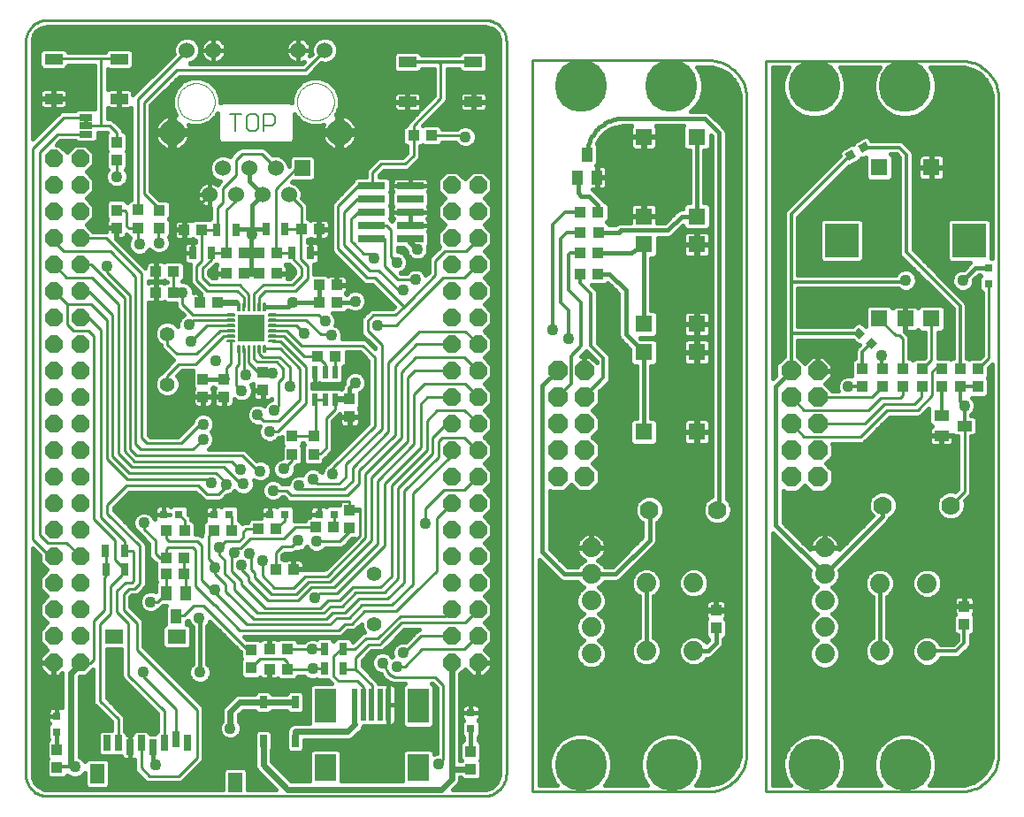
<source format=gtl>
G75*
%MOIN*%
%OFA0B0*%
%FSLAX24Y24*%
%IPPOS*%
%LPD*%
%AMOC8*
5,1,8,0,0,1.08239X$1,22.5*
%
%ADD10C,0.0100*%
%ADD11R,0.0213X0.0472*%
%ADD12R,0.1020X0.1020*%
%ADD13C,0.0060*%
%ADD14C,0.0560*%
%ADD15R,0.0433X0.0394*%
%ADD16R,0.0315X0.0472*%
%ADD17R,0.0394X0.0433*%
%ADD18R,0.0315X0.0315*%
%ADD19C,0.0055*%
%ADD20R,0.0700X0.0700*%
%ADD21R,0.0217X0.0472*%
%ADD22R,0.0276X0.0472*%
%ADD23R,0.0600X0.0600*%
%ADD24C,0.0600*%
%ADD25C,0.0975*%
%ADD26C,0.0000*%
%ADD27R,0.0394X0.0551*%
%ADD28R,0.0787X0.0984*%
%ADD29R,0.0787X0.1299*%
%ADD30R,0.0197X0.1220*%
%ADD31OC8,0.0660*%
%ADD32R,0.1024X0.0256*%
%ADD33R,0.0551X0.0748*%
%ADD34R,0.0709X0.0551*%
%ADD35R,0.0276X0.0591*%
%ADD36R,0.0669X0.0394*%
%ADD37R,0.0500X0.0250*%
%ADD38C,0.0740*%
%ADD39OC8,0.0740*%
%ADD40C,0.0700*%
%ADD41R,0.0634X0.0634*%
%ADD42R,0.1266X0.1266*%
%ADD43R,0.0551X0.0394*%
%ADD44R,0.0315X0.0315*%
%ADD45C,0.0436*%
%ADD46C,0.0160*%
%ADD47C,0.0990*%
%ADD48C,0.0107*%
%ADD49C,0.0105*%
%ADD50C,0.0110*%
%ADD51C,0.0240*%
%ADD52C,0.0120*%
%ADD53C,0.0200*%
%ADD54C,0.1969*%
D10*
X001033Y002048D02*
X017569Y002048D01*
X017568Y002048D02*
X017625Y002052D01*
X017681Y002060D01*
X017737Y002072D01*
X017791Y002088D01*
X017845Y002107D01*
X017897Y002129D01*
X017947Y002155D01*
X017996Y002184D01*
X018043Y002216D01*
X018087Y002251D01*
X018130Y002289D01*
X018169Y002329D01*
X018206Y002373D01*
X018240Y002418D01*
X018271Y002466D01*
X018299Y002515D01*
X018323Y002566D01*
X018344Y002619D01*
X018362Y002673D01*
X018376Y002728D01*
X018386Y002784D01*
X018393Y002840D01*
X018396Y002897D01*
X018395Y002953D01*
X018395Y030512D01*
X018393Y030566D01*
X018388Y030619D01*
X018379Y030672D01*
X018366Y030724D01*
X018350Y030776D01*
X018330Y030826D01*
X018307Y030874D01*
X018280Y030921D01*
X018251Y030966D01*
X018218Y031009D01*
X018183Y031049D01*
X018145Y031087D01*
X018105Y031122D01*
X018062Y031155D01*
X018017Y031184D01*
X017970Y031211D01*
X017922Y031234D01*
X017872Y031254D01*
X017820Y031270D01*
X017768Y031283D01*
X017715Y031292D01*
X017662Y031297D01*
X017608Y031299D01*
X017608Y031300D02*
X001073Y031300D01*
X001073Y031299D02*
X001019Y031297D01*
X000966Y031292D01*
X000913Y031283D01*
X000861Y031270D01*
X000809Y031254D01*
X000759Y031234D01*
X000711Y031211D01*
X000664Y031184D01*
X000619Y031155D01*
X000576Y031122D01*
X000536Y031087D01*
X000498Y031049D01*
X000463Y031009D01*
X000430Y030966D01*
X000401Y030921D01*
X000374Y030874D01*
X000351Y030826D01*
X000331Y030776D01*
X000315Y030724D01*
X000302Y030672D01*
X000293Y030619D01*
X000288Y030566D01*
X000286Y030512D01*
X000285Y030512D02*
X000285Y002953D01*
X000285Y002954D02*
X000281Y002897D01*
X000282Y002840D01*
X000286Y002784D01*
X000294Y002728D01*
X000306Y002672D01*
X000322Y002618D01*
X000341Y002564D01*
X000364Y002512D01*
X000391Y002462D01*
X000421Y002414D01*
X000454Y002368D01*
X000490Y002324D01*
X000529Y002283D01*
X000571Y002245D01*
X000615Y002209D01*
X000661Y002177D01*
X000710Y002148D01*
X000761Y002122D01*
X000813Y002100D01*
X000867Y002081D01*
X000921Y002066D01*
X000977Y002055D01*
X001033Y002048D01*
X003075Y008531D02*
X003469Y008924D01*
X003469Y009951D01*
X003724Y009781D02*
X003724Y008988D01*
X004145Y008566D01*
X003242Y009052D02*
X003242Y010295D01*
X003295Y010348D01*
X003295Y010599D01*
X003644Y010959D02*
X004004Y010599D01*
X003644Y010959D02*
X003644Y011708D01*
X002840Y012511D01*
X003095Y012571D02*
X003999Y011668D01*
X003999Y011313D01*
X004738Y012108D02*
X004738Y012349D01*
X004738Y012108D02*
X005165Y011681D01*
X005165Y011186D01*
X003242Y009052D02*
X002840Y008651D01*
X009005Y014317D02*
X009115Y014313D01*
X009005Y014317D02*
X008431Y014891D01*
X008414Y014891D01*
X006963Y015504D02*
X006580Y015121D01*
X004625Y015121D01*
X004860Y015351D02*
X006130Y015351D01*
X006853Y016074D01*
X006975Y016074D01*
X009600Y013577D02*
X010101Y013577D01*
X010292Y013386D01*
X010588Y013752D02*
X010724Y013616D01*
X010819Y013616D01*
X011104Y013999D02*
X011271Y013831D01*
X012101Y013831D01*
X012125Y013856D01*
X011850Y014195D02*
X011850Y014410D01*
X011893Y014453D01*
X011388Y014949D02*
X011130Y014949D01*
X011128Y014947D01*
X011388Y014949D02*
X011598Y015159D01*
X011598Y016289D01*
X011939Y016630D01*
X011939Y017000D01*
X011545Y016997D02*
X011226Y016997D01*
X011208Y016984D02*
X011208Y015696D01*
X011206Y015680D01*
X011202Y015665D01*
X011195Y015652D01*
X011185Y015639D01*
X011172Y015629D01*
X011159Y015622D01*
X011144Y015618D01*
X011128Y015616D01*
X010329Y015616D01*
X010328Y015616D01*
X010327Y015615D01*
X010327Y015614D01*
X010326Y014944D02*
X010326Y014696D01*
X010012Y014382D01*
X010366Y010609D02*
X011609Y010609D01*
X011664Y010664D01*
X014880Y013109D02*
X014880Y013451D01*
X016329Y014900D01*
X016329Y015082D01*
X013695Y019056D02*
X013168Y019583D01*
X013168Y019979D01*
X013377Y020188D01*
X014217Y020188D01*
X011803Y019422D02*
X011777Y019449D01*
X011398Y019449D01*
X010849Y019998D01*
X009580Y019998D01*
X008793Y019702D02*
X008770Y019702D01*
X008789Y019701D01*
X006858Y020672D02*
X006858Y020877D01*
X006600Y021135D01*
X006190Y021042D02*
X006190Y020587D01*
X006498Y020279D01*
X009058Y021732D02*
X009072Y021750D01*
X008507Y022512D02*
X008497Y022522D01*
X008490Y022530D01*
X011031Y020194D02*
X011321Y020194D01*
X011563Y019952D01*
X012170Y022564D02*
X012048Y022687D01*
X012048Y024294D01*
X012170Y024416D01*
X012425Y024201D02*
X012278Y024054D01*
X012278Y022833D01*
X012425Y022686D01*
X012635Y022881D02*
X012548Y022968D01*
X012548Y023819D01*
X012635Y023906D01*
X013356Y025104D02*
X013356Y025567D01*
X013678Y025889D01*
X014578Y025889D01*
X014898Y026209D01*
X014898Y026942D01*
X014908Y026952D01*
X014908Y027339D01*
X015918Y028349D01*
X015918Y029665D01*
X015858Y029725D01*
X019388Y029789D02*
X019388Y002229D01*
X026008Y002229D01*
X026084Y002231D01*
X026160Y002237D01*
X026235Y002247D01*
X026309Y002261D01*
X026383Y002278D01*
X026456Y002300D01*
X026528Y002325D01*
X026598Y002354D01*
X026666Y002387D01*
X026733Y002423D01*
X026798Y002463D01*
X026860Y002506D01*
X026921Y002552D01*
X026978Y002601D01*
X027033Y002654D01*
X027086Y002709D01*
X027135Y002766D01*
X027181Y002827D01*
X027224Y002889D01*
X027264Y002954D01*
X027300Y003021D01*
X027333Y003089D01*
X027362Y003159D01*
X027387Y003231D01*
X027409Y003304D01*
X027426Y003378D01*
X027440Y003452D01*
X027450Y003527D01*
X027456Y003603D01*
X027458Y003679D01*
X027458Y028339D01*
X027456Y028415D01*
X027450Y028491D01*
X027440Y028566D01*
X027426Y028640D01*
X027409Y028714D01*
X027387Y028787D01*
X027362Y028859D01*
X027333Y028929D01*
X027300Y028997D01*
X027264Y029064D01*
X027224Y029129D01*
X027181Y029191D01*
X027135Y029252D01*
X027086Y029309D01*
X027033Y029364D01*
X026978Y029417D01*
X026921Y029466D01*
X026860Y029512D01*
X026798Y029555D01*
X026733Y029595D01*
X026666Y029631D01*
X026598Y029664D01*
X026528Y029693D01*
X026456Y029718D01*
X026383Y029740D01*
X026309Y029757D01*
X026235Y029771D01*
X026160Y029781D01*
X026084Y029787D01*
X026008Y029789D01*
X019388Y029789D01*
X028188Y029779D02*
X028188Y002219D01*
X035508Y002219D01*
X035584Y002221D01*
X035660Y002227D01*
X035735Y002237D01*
X035809Y002251D01*
X035883Y002268D01*
X035956Y002290D01*
X036028Y002315D01*
X036098Y002344D01*
X036166Y002377D01*
X036233Y002413D01*
X036298Y002453D01*
X036360Y002496D01*
X036421Y002542D01*
X036478Y002591D01*
X036533Y002644D01*
X036586Y002699D01*
X036635Y002756D01*
X036681Y002817D01*
X036724Y002879D01*
X036764Y002944D01*
X036800Y003011D01*
X036833Y003079D01*
X036862Y003149D01*
X036887Y003221D01*
X036909Y003294D01*
X036926Y003368D01*
X036940Y003442D01*
X036950Y003517D01*
X036956Y003593D01*
X036958Y003669D01*
X036958Y028329D01*
X036956Y028405D01*
X036950Y028481D01*
X036940Y028556D01*
X036926Y028630D01*
X036909Y028704D01*
X036887Y028777D01*
X036862Y028849D01*
X036833Y028919D01*
X036800Y028987D01*
X036764Y029054D01*
X036724Y029119D01*
X036681Y029181D01*
X036635Y029242D01*
X036586Y029299D01*
X036533Y029354D01*
X036478Y029407D01*
X036421Y029456D01*
X036360Y029502D01*
X036298Y029545D01*
X036233Y029585D01*
X036166Y029621D01*
X036098Y029654D01*
X036028Y029683D01*
X035956Y029708D01*
X035883Y029730D01*
X035809Y029747D01*
X035735Y029761D01*
X035660Y029771D01*
X035584Y029777D01*
X035508Y029779D01*
X028188Y029779D01*
X036578Y021380D02*
X036578Y018569D01*
X036168Y018159D01*
X034813Y018159D02*
X034761Y018211D01*
X034611Y018211D01*
X034458Y018057D01*
X034458Y017152D01*
X033903Y016596D01*
X032737Y016596D01*
X031730Y015589D01*
X029623Y015589D01*
X029131Y016081D01*
X029623Y016589D02*
X032049Y016589D01*
X032521Y017061D01*
X033230Y017061D01*
X033348Y017179D01*
X033348Y017483D01*
X033357Y017492D01*
X033357Y018161D02*
X033340Y018179D01*
X033340Y019285D01*
X033210Y019415D01*
X033076Y019415D01*
X032450Y020041D01*
X032450Y020049D01*
X034419Y020049D02*
X034419Y018498D01*
X034083Y018163D01*
X034083Y017494D02*
X034056Y017467D01*
X034056Y017100D01*
X033781Y016825D01*
X032639Y016825D01*
X031895Y016081D01*
X030131Y016081D01*
X029623Y016589D02*
X029131Y017081D01*
X030131Y017081D02*
X032180Y017081D01*
X032591Y017492D01*
X035667Y016013D02*
X035667Y013531D01*
X035147Y013011D01*
X015173Y008082D02*
X014542Y007452D01*
X014502Y007452D01*
X011537Y007581D02*
X011087Y007581D01*
X011086Y007581D01*
X011056Y007611D01*
X010138Y007611D01*
D11*
X011569Y017001D03*
D12*
X008788Y019699D03*
D13*
X008719Y027119D02*
X008933Y027119D01*
X009039Y027225D01*
X009039Y027652D01*
X008933Y027759D01*
X008719Y027759D01*
X008612Y027652D01*
X008612Y027225D01*
X008719Y027119D01*
X009257Y027119D02*
X009257Y027759D01*
X009577Y027759D01*
X009684Y027652D01*
X009684Y027439D01*
X009577Y027332D01*
X009257Y027332D01*
X008395Y027759D02*
X007968Y027759D01*
X008181Y027759D02*
X008181Y027119D01*
D14*
X005618Y019477D03*
X005618Y017577D03*
X013417Y010440D03*
X013417Y008540D03*
D15*
X010366Y010609D03*
X009697Y010609D03*
X009723Y012132D03*
X009053Y012132D03*
X008033Y012064D03*
X007363Y012064D03*
X006262Y012069D03*
X005593Y012069D03*
X005585Y011024D03*
X005590Y010438D03*
X006259Y010438D03*
X006254Y011024D03*
X009469Y007611D03*
X010138Y007611D03*
X010137Y006842D03*
X009468Y006842D03*
X011218Y012181D03*
X011887Y012181D03*
X011958Y018623D03*
X011289Y018623D03*
X011329Y020658D03*
X011998Y020658D03*
X011998Y021324D03*
X011329Y021324D03*
X009741Y021750D03*
X009072Y021750D03*
X008500Y021756D03*
X007830Y021756D03*
X007828Y022522D03*
X008497Y022522D03*
X009068Y022522D03*
X009737Y022522D03*
X010668Y023422D03*
X011337Y023422D03*
X007527Y020672D03*
X006858Y020672D03*
X005851Y021042D03*
X005182Y021042D03*
X005188Y021842D03*
X005857Y021842D03*
X006258Y023402D03*
X006927Y023402D03*
X005313Y023470D03*
X005313Y024140D03*
X004503Y024150D03*
X004503Y023480D03*
X014908Y026952D03*
X015577Y026952D03*
X021178Y024064D03*
X021847Y024064D03*
X021862Y023303D03*
X021193Y023303D03*
X021191Y022529D03*
X021861Y022529D03*
X021861Y021735D03*
X021191Y021735D03*
D16*
X011017Y022522D03*
X010309Y022522D03*
X010057Y023422D03*
X009349Y023422D03*
X008197Y023402D03*
X007489Y023402D03*
X007277Y022522D03*
X006569Y022522D03*
X003999Y011313D03*
X003290Y011313D03*
X003295Y010599D03*
X004004Y010599D03*
X011537Y007581D03*
X012246Y007581D03*
X012250Y006860D03*
X011542Y006860D03*
D17*
X008784Y006894D03*
X008784Y007564D03*
X012478Y012168D03*
X012478Y012837D03*
X011128Y014947D03*
X011128Y015616D03*
X010326Y015614D03*
X010326Y014944D03*
X012494Y016355D03*
X012494Y017024D03*
X009223Y017358D03*
X009223Y018027D03*
X007754Y017771D03*
X007754Y017102D03*
X006961Y017103D03*
X006961Y017772D03*
X003703Y023472D03*
X003703Y024142D03*
X003702Y026039D03*
X003702Y026708D03*
X026298Y009063D03*
X026298Y008394D03*
X017057Y003747D03*
X017057Y003078D03*
X001460Y003135D03*
X001460Y003804D03*
X031810Y017490D03*
X031810Y018159D03*
X032591Y018161D03*
X032591Y017492D03*
X033357Y017492D03*
X033357Y018161D03*
X034083Y018163D03*
X034083Y017494D03*
X034813Y017489D03*
X034813Y018159D03*
X035496Y018159D03*
X035496Y017490D03*
X036168Y017490D03*
X036168Y018159D03*
X035658Y009213D03*
X035658Y008544D03*
D18*
X036578Y021380D03*
X036578Y021970D03*
X017057Y005188D03*
X017057Y004598D03*
X011918Y012674D03*
X011328Y012674D03*
X010058Y012664D03*
X009468Y012664D03*
X007958Y012674D03*
X007368Y012674D03*
X006058Y012679D03*
X005468Y012679D03*
X001460Y005069D03*
X001460Y004479D03*
D19*
X008329Y018785D02*
X008329Y019045D01*
X008329Y018785D02*
X008273Y018785D01*
X008273Y019045D01*
X008329Y019045D01*
X008329Y018839D02*
X008273Y018839D01*
X008273Y018893D02*
X008329Y018893D01*
X008329Y018947D02*
X008273Y018947D01*
X008273Y019001D02*
X008329Y019001D01*
X008526Y019045D02*
X008526Y018785D01*
X008470Y018785D01*
X008470Y019045D01*
X008526Y019045D01*
X008526Y018839D02*
X008470Y018839D01*
X008470Y018893D02*
X008526Y018893D01*
X008526Y018947D02*
X008470Y018947D01*
X008470Y019001D02*
X008526Y019001D01*
X008722Y019045D02*
X008722Y018785D01*
X008666Y018785D01*
X008666Y019045D01*
X008722Y019045D01*
X008722Y018839D02*
X008666Y018839D01*
X008666Y018893D02*
X008722Y018893D01*
X008722Y018947D02*
X008666Y018947D01*
X008666Y019001D02*
X008722Y019001D01*
X008919Y019045D02*
X008919Y018785D01*
X008863Y018785D01*
X008863Y019045D01*
X008919Y019045D01*
X008919Y018839D02*
X008863Y018839D01*
X008863Y018893D02*
X008919Y018893D01*
X008919Y018947D02*
X008863Y018947D01*
X008863Y019001D02*
X008919Y019001D01*
X009116Y019045D02*
X009116Y018785D01*
X009060Y018785D01*
X009060Y019045D01*
X009116Y019045D01*
X009116Y018839D02*
X009060Y018839D01*
X009060Y018893D02*
X009116Y018893D01*
X009116Y018947D02*
X009060Y018947D01*
X009060Y019001D02*
X009116Y019001D01*
X009313Y019045D02*
X009313Y018785D01*
X009257Y018785D01*
X009257Y019045D01*
X009313Y019045D01*
X009313Y018839D02*
X009257Y018839D01*
X009257Y018893D02*
X009313Y018893D01*
X009313Y018947D02*
X009257Y018947D01*
X009257Y019001D02*
X009313Y019001D01*
X009450Y019182D02*
X009710Y019182D01*
X009450Y019182D02*
X009450Y019238D01*
X009710Y019238D01*
X009710Y019182D01*
X009710Y019236D02*
X009450Y019236D01*
X009450Y019379D02*
X009710Y019379D01*
X009450Y019379D02*
X009450Y019435D01*
X009710Y019435D01*
X009710Y019379D01*
X009710Y019433D02*
X009450Y019433D01*
X009450Y019576D02*
X009710Y019576D01*
X009450Y019576D02*
X009450Y019632D01*
X009710Y019632D01*
X009710Y019576D01*
X009710Y019630D02*
X009450Y019630D01*
X009450Y019773D02*
X009710Y019773D01*
X009450Y019773D02*
X009450Y019829D01*
X009710Y019829D01*
X009710Y019773D01*
X009710Y019827D02*
X009450Y019827D01*
X009450Y019970D02*
X009710Y019970D01*
X009450Y019970D02*
X009450Y020026D01*
X009710Y020026D01*
X009710Y019970D01*
X009710Y020024D02*
X009450Y020024D01*
X009450Y020166D02*
X009710Y020166D01*
X009450Y020166D02*
X009450Y020222D01*
X009710Y020222D01*
X009710Y020166D01*
X009710Y020220D02*
X009450Y020220D01*
X009257Y020360D02*
X009257Y020620D01*
X009313Y020620D01*
X009313Y020360D01*
X009257Y020360D01*
X009257Y020414D02*
X009313Y020414D01*
X009313Y020468D02*
X009257Y020468D01*
X009257Y020522D02*
X009313Y020522D01*
X009313Y020576D02*
X009257Y020576D01*
X009060Y020620D02*
X009060Y020360D01*
X009060Y020620D02*
X009116Y020620D01*
X009116Y020360D01*
X009060Y020360D01*
X009060Y020414D02*
X009116Y020414D01*
X009116Y020468D02*
X009060Y020468D01*
X009060Y020522D02*
X009116Y020522D01*
X009116Y020576D02*
X009060Y020576D01*
X008863Y020620D02*
X008863Y020360D01*
X008863Y020620D02*
X008919Y020620D01*
X008919Y020360D01*
X008863Y020360D01*
X008863Y020414D02*
X008919Y020414D01*
X008919Y020468D02*
X008863Y020468D01*
X008863Y020522D02*
X008919Y020522D01*
X008919Y020576D02*
X008863Y020576D01*
X008666Y020620D02*
X008666Y020360D01*
X008666Y020620D02*
X008722Y020620D01*
X008722Y020360D01*
X008666Y020360D01*
X008666Y020414D02*
X008722Y020414D01*
X008722Y020468D02*
X008666Y020468D01*
X008666Y020522D02*
X008722Y020522D01*
X008722Y020576D02*
X008666Y020576D01*
X008470Y020620D02*
X008470Y020360D01*
X008470Y020620D02*
X008526Y020620D01*
X008526Y020360D01*
X008470Y020360D01*
X008470Y020414D02*
X008526Y020414D01*
X008526Y020468D02*
X008470Y020468D01*
X008470Y020522D02*
X008526Y020522D01*
X008526Y020576D02*
X008470Y020576D01*
X008273Y020620D02*
X008273Y020360D01*
X008273Y020620D02*
X008329Y020620D01*
X008329Y020360D01*
X008273Y020360D01*
X008273Y020414D02*
X008329Y020414D01*
X008329Y020468D02*
X008273Y020468D01*
X008273Y020522D02*
X008329Y020522D01*
X008329Y020576D02*
X008273Y020576D01*
X008135Y020222D02*
X007875Y020222D01*
X008135Y020222D02*
X008135Y020166D01*
X007875Y020166D01*
X007875Y020222D01*
X007875Y020220D02*
X008135Y020220D01*
X008135Y020026D02*
X007875Y020026D01*
X008135Y020026D02*
X008135Y019970D01*
X007875Y019970D01*
X007875Y020026D01*
X007875Y020024D02*
X008135Y020024D01*
X008135Y019829D02*
X007875Y019829D01*
X008135Y019829D02*
X008135Y019773D01*
X007875Y019773D01*
X007875Y019829D01*
X007875Y019827D02*
X008135Y019827D01*
X008135Y019632D02*
X007875Y019632D01*
X008135Y019632D02*
X008135Y019576D01*
X007875Y019576D01*
X007875Y019632D01*
X007875Y019630D02*
X008135Y019630D01*
X008135Y019435D02*
X007875Y019435D01*
X008135Y019435D02*
X008135Y019379D01*
X007875Y019379D01*
X007875Y019435D01*
X007875Y019433D02*
X008135Y019433D01*
X008135Y019238D02*
X007875Y019238D01*
X008135Y019238D02*
X008135Y019182D01*
X007875Y019182D01*
X007875Y019238D01*
X007875Y019236D02*
X008135Y019236D01*
D20*
X008793Y019702D03*
D21*
X011191Y018024D03*
X011565Y018024D03*
X011939Y018024D03*
X011939Y017000D03*
X011191Y017000D03*
D22*
X010442Y005591D03*
X009240Y005589D03*
X009240Y004133D03*
X010442Y004135D03*
D23*
X010703Y025722D03*
D24*
X009703Y025722D03*
X008703Y025722D03*
X007703Y025722D03*
X008203Y024722D03*
X007203Y024722D03*
X009203Y024722D03*
X010203Y024722D03*
X010553Y030172D03*
X011553Y030172D03*
X007353Y030172D03*
X006353Y030172D03*
D25*
X005803Y027072D03*
X012103Y027072D03*
D26*
X010503Y028222D02*
X010505Y028274D01*
X010511Y028326D01*
X010521Y028378D01*
X010534Y028428D01*
X010551Y028478D01*
X010572Y028526D01*
X010597Y028572D01*
X010625Y028616D01*
X010656Y028658D01*
X010690Y028698D01*
X010727Y028735D01*
X010767Y028769D01*
X010809Y028800D01*
X010853Y028828D01*
X010899Y028853D01*
X010947Y028874D01*
X010997Y028891D01*
X011047Y028904D01*
X011099Y028914D01*
X011151Y028920D01*
X011203Y028922D01*
X011255Y028920D01*
X011307Y028914D01*
X011359Y028904D01*
X011409Y028891D01*
X011459Y028874D01*
X011507Y028853D01*
X011553Y028828D01*
X011597Y028800D01*
X011639Y028769D01*
X011679Y028735D01*
X011716Y028698D01*
X011750Y028658D01*
X011781Y028616D01*
X011809Y028572D01*
X011834Y028526D01*
X011855Y028478D01*
X011872Y028428D01*
X011885Y028378D01*
X011895Y028326D01*
X011901Y028274D01*
X011903Y028222D01*
X011901Y028170D01*
X011895Y028118D01*
X011885Y028066D01*
X011872Y028016D01*
X011855Y027966D01*
X011834Y027918D01*
X011809Y027872D01*
X011781Y027828D01*
X011750Y027786D01*
X011716Y027746D01*
X011679Y027709D01*
X011639Y027675D01*
X011597Y027644D01*
X011553Y027616D01*
X011507Y027591D01*
X011459Y027570D01*
X011409Y027553D01*
X011359Y027540D01*
X011307Y027530D01*
X011255Y027524D01*
X011203Y027522D01*
X011151Y027524D01*
X011099Y027530D01*
X011047Y027540D01*
X010997Y027553D01*
X010947Y027570D01*
X010899Y027591D01*
X010853Y027616D01*
X010809Y027644D01*
X010767Y027675D01*
X010727Y027709D01*
X010690Y027746D01*
X010656Y027786D01*
X010625Y027828D01*
X010597Y027872D01*
X010572Y027918D01*
X010551Y027966D01*
X010534Y028016D01*
X010521Y028066D01*
X010511Y028118D01*
X010505Y028170D01*
X010503Y028222D01*
X006003Y028222D02*
X006005Y028274D01*
X006011Y028326D01*
X006021Y028378D01*
X006034Y028428D01*
X006051Y028478D01*
X006072Y028526D01*
X006097Y028572D01*
X006125Y028616D01*
X006156Y028658D01*
X006190Y028698D01*
X006227Y028735D01*
X006267Y028769D01*
X006309Y028800D01*
X006353Y028828D01*
X006399Y028853D01*
X006447Y028874D01*
X006497Y028891D01*
X006547Y028904D01*
X006599Y028914D01*
X006651Y028920D01*
X006703Y028922D01*
X006755Y028920D01*
X006807Y028914D01*
X006859Y028904D01*
X006909Y028891D01*
X006959Y028874D01*
X007007Y028853D01*
X007053Y028828D01*
X007097Y028800D01*
X007139Y028769D01*
X007179Y028735D01*
X007216Y028698D01*
X007250Y028658D01*
X007281Y028616D01*
X007309Y028572D01*
X007334Y028526D01*
X007355Y028478D01*
X007372Y028428D01*
X007385Y028378D01*
X007395Y028326D01*
X007401Y028274D01*
X007403Y028222D01*
X007401Y028170D01*
X007395Y028118D01*
X007385Y028066D01*
X007372Y028016D01*
X007355Y027966D01*
X007334Y027918D01*
X007309Y027872D01*
X007281Y027828D01*
X007250Y027786D01*
X007216Y027746D01*
X007179Y027709D01*
X007139Y027675D01*
X007097Y027644D01*
X007053Y027616D01*
X007007Y027591D01*
X006959Y027570D01*
X006909Y027553D01*
X006859Y027540D01*
X006807Y027530D01*
X006755Y027524D01*
X006703Y027522D01*
X006651Y027524D01*
X006599Y027530D01*
X006547Y027540D01*
X006497Y027553D01*
X006447Y027570D01*
X006399Y027591D01*
X006353Y027616D01*
X006309Y027644D01*
X006267Y027675D01*
X006227Y027709D01*
X006190Y027746D01*
X006156Y027786D01*
X006125Y027828D01*
X006097Y027872D01*
X006072Y027918D01*
X006051Y027966D01*
X006034Y028016D01*
X006021Y028066D01*
X006011Y028118D01*
X006005Y028170D01*
X006003Y028222D01*
D27*
X021069Y025372D03*
X021817Y025372D03*
X021443Y026238D03*
X006314Y009710D03*
X005566Y009710D03*
X005940Y008843D03*
D28*
X011571Y003140D03*
X015075Y003140D03*
D29*
X015075Y005463D03*
X011571Y005463D03*
D30*
X012693Y005502D03*
X013008Y005502D03*
X013323Y005502D03*
X013638Y005502D03*
X013953Y005502D03*
D31*
X016329Y007082D03*
X017329Y007082D03*
X017329Y008082D03*
X016329Y008082D03*
X016329Y009082D03*
X017329Y009082D03*
X017329Y010082D03*
X016329Y010082D03*
X016329Y011082D03*
X017329Y011082D03*
X017329Y012082D03*
X016329Y012082D03*
X016329Y013082D03*
X017329Y013082D03*
X017329Y014082D03*
X016329Y014082D03*
X016329Y015082D03*
X017329Y015082D03*
X017329Y016082D03*
X016329Y016082D03*
X016329Y017082D03*
X016329Y018082D03*
X017329Y018082D03*
X017329Y017082D03*
X017329Y019082D03*
X016329Y019082D03*
X016329Y020082D03*
X017329Y020082D03*
X017329Y021082D03*
X016329Y021082D03*
X016329Y022082D03*
X017329Y022082D03*
X017329Y023082D03*
X016329Y023082D03*
X016329Y024082D03*
X017329Y024082D03*
X017329Y025082D03*
X016329Y025082D03*
X002329Y025082D03*
X002329Y024082D03*
X002329Y023082D03*
X002329Y022082D03*
X002329Y021082D03*
X002329Y020082D03*
X002329Y019082D03*
X002329Y018082D03*
X002329Y017082D03*
X002329Y016082D03*
X002329Y015082D03*
X002329Y014082D03*
X002329Y013082D03*
X002329Y012082D03*
X002329Y011082D03*
X002329Y010082D03*
X002329Y009082D03*
X002329Y008082D03*
X002329Y007082D03*
X001329Y007082D03*
X001329Y008082D03*
X001329Y009082D03*
X001329Y010082D03*
X001329Y011082D03*
X001329Y012082D03*
X001329Y013082D03*
X001329Y014082D03*
X001329Y015082D03*
X001329Y016082D03*
X001329Y017082D03*
X001329Y018082D03*
X001329Y019082D03*
X001329Y020082D03*
X001329Y021082D03*
X001329Y022082D03*
X001329Y023082D03*
X001329Y024082D03*
X001329Y025082D03*
X001329Y026082D03*
X002329Y026082D03*
D32*
X013324Y025072D03*
X013324Y024572D03*
X013324Y024072D03*
X013324Y023572D03*
X013324Y023072D03*
X014781Y023072D03*
X014781Y023572D03*
X014781Y024072D03*
X014781Y024572D03*
X014781Y025072D03*
D33*
X002978Y002906D03*
X008175Y002552D03*
D34*
X005970Y008064D03*
X003608Y008064D03*
D35*
X003765Y004048D03*
X004199Y003890D03*
X004632Y004048D03*
X005065Y003890D03*
X005498Y004048D03*
X005931Y004205D03*
X006364Y004048D03*
X003332Y004048D03*
D36*
X003809Y028347D03*
X003809Y029843D03*
X001328Y029843D03*
X001328Y028347D03*
X014675Y028229D03*
X014675Y029725D03*
X017155Y029725D03*
X017155Y028229D03*
D37*
X002545Y027647D03*
X002545Y027327D03*
X002545Y027007D03*
D38*
X021595Y011425D03*
X021595Y010425D03*
X021595Y009425D03*
X021595Y008425D03*
X021595Y007425D03*
X023677Y007527D03*
X025457Y007527D03*
X025457Y010087D03*
X023677Y010087D03*
X030395Y010415D03*
X030395Y009415D03*
X030395Y008415D03*
X030395Y007415D03*
X032477Y007517D03*
X034257Y007517D03*
X034257Y010077D03*
X032477Y010077D03*
X030395Y011415D03*
D39*
X030131Y014081D03*
X030131Y015081D03*
X030131Y016081D03*
X030131Y017081D03*
X030131Y018081D03*
X029131Y018081D03*
X029131Y017081D03*
X029131Y016081D03*
X029131Y015081D03*
X029131Y014081D03*
X021331Y014091D03*
X020331Y014091D03*
X020331Y015091D03*
X021331Y015091D03*
X021331Y016091D03*
X020331Y016091D03*
X020331Y017091D03*
X021331Y017091D03*
X021331Y018091D03*
X020331Y018091D03*
D40*
X023788Y012841D03*
X026347Y012841D03*
X032588Y013011D03*
X035147Y013011D03*
D41*
X034419Y020049D03*
X033434Y020049D03*
X032450Y020049D03*
X032450Y025758D03*
X034419Y025758D03*
X025578Y026909D03*
X023578Y026909D03*
X023578Y023909D03*
X023578Y022849D03*
X025578Y022849D03*
X025578Y023909D03*
X025578Y019849D03*
X025578Y018789D03*
X023578Y018789D03*
X023578Y019849D03*
X023578Y015789D03*
X025578Y015789D03*
D42*
X031033Y023002D03*
X035836Y023002D03*
D43*
X034801Y016387D03*
X034801Y015639D03*
X035667Y016013D03*
D44*
G36*
X031937Y019094D02*
X032139Y019334D01*
X032379Y019132D01*
X032177Y018892D01*
X031937Y019094D01*
G37*
G36*
X031484Y019474D02*
X031686Y019714D01*
X031926Y019512D01*
X031724Y019272D01*
X031484Y019474D01*
G37*
G36*
X031304Y025999D02*
X031147Y026270D01*
X031418Y026427D01*
X031575Y026156D01*
X031304Y025999D01*
G37*
G36*
X031816Y026294D02*
X031659Y026565D01*
X031930Y026722D01*
X032087Y026451D01*
X031816Y026294D01*
G37*
D45*
X033446Y021498D03*
X035608Y021495D03*
X032559Y018670D03*
X031290Y017484D03*
X033818Y014379D03*
X035667Y016773D03*
X020738Y019289D03*
X020138Y019619D03*
X015043Y022667D03*
X014271Y022175D03*
X013410Y022325D03*
X014505Y021114D03*
X014969Y021527D03*
X013559Y019803D03*
X012697Y020712D03*
X012196Y019912D03*
X011803Y019422D03*
X011563Y019952D03*
X010783Y019492D03*
X010349Y020665D03*
X010263Y021777D03*
X011603Y022762D03*
X008803Y023222D03*
X007318Y021772D03*
X006190Y021042D03*
X006438Y019817D03*
X006495Y019191D03*
X007433Y018472D03*
X008594Y017947D03*
X008414Y017332D03*
X009023Y016427D03*
X009658Y016587D03*
X009468Y015799D03*
X010012Y014382D03*
X010588Y013752D03*
X011104Y013999D03*
X011850Y014195D03*
X009600Y013577D03*
X009115Y014313D03*
X008374Y014359D03*
X008480Y013819D03*
X007830Y013811D03*
X007284Y013863D03*
X006963Y015504D03*
X006975Y016074D03*
X005046Y015855D03*
X006318Y017825D03*
X009593Y018002D03*
X010228Y017482D03*
X012702Y017631D03*
X013045Y017137D03*
X012596Y018502D03*
X005900Y022593D03*
X005310Y022908D03*
X004573Y022854D03*
X003355Y022046D03*
X003710Y025401D03*
X016849Y026902D03*
X015360Y012322D03*
X011242Y011661D03*
X010528Y011697D03*
X009206Y010931D03*
X008726Y011195D03*
X008399Y010756D03*
X008135Y011247D03*
X007577Y011414D03*
X007397Y010654D03*
X007400Y009816D03*
X006823Y008769D03*
X004983Y009378D03*
X004429Y009476D03*
X004695Y006716D03*
X003641Y006056D03*
X002542Y005541D03*
X002136Y003150D03*
X005170Y003221D03*
X007988Y004607D03*
X009710Y004789D03*
X011097Y006860D03*
X011086Y007581D03*
X012591Y008122D03*
X013140Y007062D03*
X013729Y007073D03*
X014262Y006936D03*
X014502Y007452D03*
X014485Y008007D03*
X011184Y009515D03*
X006845Y006716D03*
X004738Y012349D03*
X013313Y003135D03*
X015860Y003267D03*
D46*
X015669Y003640D02*
X015669Y003715D01*
X015552Y003832D01*
X014599Y003832D01*
X014482Y003715D01*
X014482Y002629D01*
X012165Y002629D01*
X012165Y003715D01*
X012048Y003832D01*
X011095Y003832D01*
X010978Y003715D01*
X010978Y002629D01*
X010284Y002629D01*
X009560Y003353D01*
X009560Y003796D01*
X009578Y003814D01*
X009578Y004452D01*
X009460Y004569D01*
X009019Y004569D01*
X008902Y004452D01*
X008902Y003814D01*
X008920Y003796D01*
X008920Y003156D01*
X008968Y003039D01*
X009709Y002298D01*
X008650Y002298D01*
X008650Y003009D01*
X008533Y003126D01*
X007816Y003126D01*
X007699Y003009D01*
X007699Y002298D01*
X001050Y002298D01*
X000967Y002312D01*
X000800Y002385D01*
X000664Y002505D01*
X000572Y002661D01*
X000532Y002839D01*
X000533Y002900D01*
X000535Y002904D01*
X000535Y002942D01*
X000539Y002979D01*
X000535Y002991D01*
X000535Y011398D01*
X000799Y011134D01*
X000799Y010863D01*
X001080Y010582D01*
X000799Y010302D01*
X000799Y009863D01*
X001080Y009582D01*
X000799Y009302D01*
X000799Y008863D01*
X001080Y008582D01*
X000799Y008302D01*
X000799Y007863D01*
X001094Y007568D01*
X000819Y007294D01*
X000819Y007101D01*
X001311Y007101D01*
X001311Y007064D01*
X001347Y007064D01*
X001347Y006572D01*
X001540Y006572D01*
X001658Y006690D01*
X001658Y005402D01*
X001642Y005407D01*
X001460Y005407D01*
X001279Y005407D01*
X001233Y005395D01*
X001192Y005371D01*
X001159Y005337D01*
X001135Y005296D01*
X001123Y005251D01*
X001123Y005069D01*
X001123Y004888D01*
X001135Y004842D01*
X001159Y004801D01*
X001172Y004788D01*
X001103Y004719D01*
X001103Y004239D01*
X001151Y004191D01*
X001064Y004103D01*
X001064Y003505D01*
X001099Y003469D01*
X001064Y003434D01*
X001064Y002835D01*
X001181Y002718D01*
X001740Y002718D01*
X001857Y002835D01*
X001857Y002837D01*
X001899Y002796D01*
X002052Y002732D01*
X002219Y002732D01*
X002372Y002796D01*
X002490Y002913D01*
X002502Y002944D01*
X002502Y002449D01*
X002620Y002332D01*
X003336Y002332D01*
X003454Y002449D01*
X003454Y003363D01*
X003336Y003480D01*
X002620Y003480D01*
X002502Y003363D01*
X002502Y003357D01*
X002490Y003387D01*
X002372Y003505D01*
X002298Y003535D01*
X002298Y006552D01*
X002549Y006552D01*
X002822Y006826D01*
X002822Y005596D01*
X002860Y005502D01*
X002932Y005431D01*
X002298Y005431D01*
X002298Y005273D02*
X003090Y005273D01*
X002932Y005431D02*
X003512Y004851D01*
X003512Y004543D01*
X003112Y004543D01*
X002995Y004426D01*
X002995Y003670D01*
X003112Y003553D01*
X003886Y003553D01*
X003893Y003526D01*
X003917Y003485D01*
X003950Y003451D01*
X003991Y003427D01*
X004037Y003415D01*
X004198Y003415D01*
X004198Y003890D01*
X004199Y003890D01*
X004199Y003415D01*
X004360Y003415D01*
X004377Y003420D01*
X004377Y003064D01*
X004415Y002970D01*
X004722Y002664D01*
X004793Y002592D01*
X004887Y002554D01*
X006089Y002554D01*
X006182Y002592D01*
X006882Y003292D01*
X006954Y003364D01*
X006993Y003458D01*
X006993Y005359D01*
X006954Y005453D01*
X004723Y007684D01*
X004723Y008629D01*
X004684Y008723D01*
X004223Y009184D01*
X004223Y009563D01*
X004273Y009614D01*
X004439Y009614D01*
X004532Y009652D01*
X004722Y009842D01*
X004794Y009914D01*
X004833Y010008D01*
X004833Y011539D01*
X004794Y011633D01*
X003613Y012814D01*
X003613Y012923D01*
X004193Y013504D01*
X006682Y013504D01*
X006902Y013284D01*
X006973Y013212D01*
X007067Y013174D01*
X007589Y013174D01*
X007682Y013212D01*
X007863Y013393D01*
X007913Y013393D01*
X008067Y013457D01*
X008159Y013548D01*
X008243Y013464D01*
X008397Y013400D01*
X008563Y013400D01*
X008717Y013464D01*
X008835Y013582D01*
X008898Y013735D01*
X008898Y013902D01*
X008873Y013964D01*
X008878Y013959D01*
X009032Y013895D01*
X009198Y013895D01*
X009352Y013959D01*
X009469Y014076D01*
X009533Y014230D01*
X009533Y014396D01*
X009469Y014550D01*
X009352Y014668D01*
X009198Y014731D01*
X009032Y014731D01*
X008969Y014706D01*
X008572Y015103D01*
X008480Y015141D01*
X008473Y015141D01*
X008465Y015145D01*
X007187Y015145D01*
X007200Y015150D01*
X007317Y015267D01*
X007381Y015421D01*
X007381Y015587D01*
X007317Y015741D01*
X007275Y015783D01*
X007329Y015837D01*
X007393Y015991D01*
X007393Y016157D01*
X007329Y016311D01*
X007212Y016429D01*
X007058Y016492D01*
X006892Y016492D01*
X006738Y016429D01*
X006620Y016311D01*
X006557Y016157D01*
X006557Y016131D01*
X006027Y015601D01*
X004969Y015601D01*
X004904Y015666D01*
X004904Y020675D01*
X004942Y020665D01*
X005164Y020665D01*
X005164Y021024D01*
X005200Y021024D01*
X005200Y020665D01*
X005422Y020665D01*
X005468Y020678D01*
X005501Y020697D01*
X005552Y020645D01*
X005940Y020645D01*
X005940Y020537D01*
X005978Y020445D01*
X006048Y020375D01*
X006236Y020186D01*
X006201Y020172D01*
X006083Y020054D01*
X006020Y019900D01*
X006020Y019754D01*
X005890Y019884D01*
X005713Y019957D01*
X005522Y019957D01*
X005346Y019884D01*
X005211Y019749D01*
X005138Y019573D01*
X005138Y019382D01*
X005211Y019205D01*
X005346Y019070D01*
X005364Y019063D01*
X005364Y019028D01*
X005403Y018935D01*
X005837Y018501D01*
X005855Y018494D01*
X005474Y018113D01*
X005403Y018042D01*
X005386Y018001D01*
X005346Y017984D01*
X005211Y017849D01*
X005138Y017673D01*
X005138Y017482D01*
X005211Y017305D01*
X005346Y017170D01*
X005522Y017097D01*
X005713Y017097D01*
X005890Y017170D01*
X006025Y017305D01*
X006098Y017482D01*
X006098Y017673D01*
X006025Y017849D01*
X005976Y017898D01*
X006165Y018088D01*
X006580Y018088D01*
X006564Y018071D01*
X006564Y017473D01*
X006615Y017421D01*
X006596Y017389D01*
X006584Y017343D01*
X006584Y017121D01*
X006943Y017121D01*
X006943Y017084D01*
X006979Y017084D01*
X006979Y016706D01*
X007181Y016706D01*
X007227Y016718D01*
X007268Y016742D01*
X007302Y016776D01*
X007326Y016817D01*
X007338Y016862D01*
X007338Y017084D01*
X006979Y017084D01*
X006979Y017121D01*
X007338Y017121D01*
X007338Y017343D01*
X007326Y017389D01*
X007307Y017421D01*
X007357Y017472D01*
X007408Y017421D01*
X007389Y017388D01*
X007377Y017342D01*
X007377Y017120D01*
X007735Y017120D01*
X007735Y017084D01*
X007377Y017084D01*
X007377Y016862D01*
X007389Y016816D01*
X007413Y016775D01*
X007446Y016741D01*
X007487Y016718D01*
X007533Y016705D01*
X007735Y016705D01*
X007735Y017084D01*
X007772Y017084D01*
X007772Y016705D01*
X007974Y016705D01*
X008020Y016718D01*
X008061Y016741D01*
X008094Y016775D01*
X008118Y016816D01*
X008130Y016862D01*
X008130Y017025D01*
X008177Y016978D01*
X008331Y016914D01*
X008497Y016914D01*
X008651Y016978D01*
X008769Y017095D01*
X008832Y017249D01*
X008832Y017415D01*
X008769Y017567D01*
X008831Y017593D01*
X008851Y017612D01*
X008847Y017598D01*
X008847Y017376D01*
X009205Y017376D01*
X009205Y017339D01*
X009242Y017339D01*
X009242Y016961D01*
X009444Y016961D01*
X009490Y016973D01*
X009531Y016997D01*
X009552Y017018D01*
X009552Y016996D01*
X009421Y016942D01*
X009303Y016824D01*
X009278Y016764D01*
X009260Y016782D01*
X009107Y016845D01*
X008940Y016845D01*
X008787Y016782D01*
X008669Y016664D01*
X008605Y016510D01*
X008605Y016344D01*
X008669Y016190D01*
X008787Y016073D01*
X008940Y016009D01*
X009083Y016009D01*
X009097Y015995D01*
X009050Y015882D01*
X009050Y015715D01*
X009113Y015562D01*
X009231Y015444D01*
X009385Y015380D01*
X009551Y015380D01*
X009705Y015444D01*
X009808Y015548D01*
X009836Y015548D01*
X009929Y015586D01*
X009929Y015587D01*
X009929Y015314D01*
X009965Y015279D01*
X009929Y015244D01*
X009929Y014800D01*
X009776Y014737D01*
X009658Y014619D01*
X009594Y014465D01*
X009594Y014299D01*
X009658Y014145D01*
X009776Y014028D01*
X009929Y013964D01*
X010096Y013964D01*
X010249Y014028D01*
X010367Y014145D01*
X010431Y014299D01*
X010431Y014447D01*
X010512Y014528D01*
X010606Y014528D01*
X010723Y014645D01*
X010723Y015244D01*
X010688Y015279D01*
X010723Y015314D01*
X010723Y015366D01*
X010731Y015366D01*
X010731Y015317D01*
X010766Y015281D01*
X010731Y015246D01*
X010731Y014647D01*
X010848Y014530D01*
X011408Y014530D01*
X011525Y014647D01*
X011525Y014735D01*
X011529Y014737D01*
X011600Y014807D01*
X011810Y015017D01*
X011848Y015109D01*
X011848Y016185D01*
X012117Y016455D01*
X012117Y016373D01*
X012476Y016373D01*
X012476Y016337D01*
X012117Y016337D01*
X012117Y016115D01*
X012130Y016069D01*
X012153Y016028D01*
X012187Y015994D01*
X012228Y015971D01*
X012274Y015959D01*
X012476Y015959D01*
X012476Y016337D01*
X012513Y016337D01*
X012513Y016373D01*
X012871Y016373D01*
X012871Y016595D01*
X012859Y016641D01*
X012840Y016674D01*
X012891Y016725D01*
X012891Y017256D01*
X012939Y017276D01*
X013057Y017394D01*
X013121Y017547D01*
X013121Y017714D01*
X013057Y017867D01*
X012939Y017985D01*
X012786Y018049D01*
X012619Y018049D01*
X012466Y017985D01*
X012348Y017867D01*
X012284Y017714D01*
X012284Y017608D01*
X012257Y017581D01*
X012214Y017478D01*
X012214Y017441D01*
X012170Y017397D01*
X012130Y017437D01*
X011758Y017437D01*
X011379Y017437D01*
X011094Y017437D01*
X011094Y017608D01*
X011191Y017608D01*
X011191Y018024D01*
X011191Y018024D01*
X011191Y017608D01*
X011323Y017608D01*
X011348Y017614D01*
X011374Y017588D01*
X012130Y017588D01*
X012248Y017705D01*
X012248Y018226D01*
X012258Y018226D01*
X012375Y018343D01*
X012375Y018794D01*
X012876Y018794D01*
X013192Y018477D01*
X013192Y016111D01*
X011678Y014597D01*
X011674Y014589D01*
X011652Y014566D01*
X011613Y014550D01*
X011495Y014432D01*
X011431Y014278D01*
X011431Y014262D01*
X011341Y014353D01*
X011187Y014417D01*
X011021Y014417D01*
X010867Y014353D01*
X010749Y014236D01*
X010715Y014152D01*
X010671Y014170D01*
X010505Y014170D01*
X010351Y014106D01*
X010234Y013989D01*
X010170Y013835D01*
X010170Y013819D01*
X010151Y013827D01*
X009941Y013827D01*
X009837Y013931D01*
X009683Y013995D01*
X009517Y013995D01*
X009363Y013931D01*
X009245Y013814D01*
X009182Y013660D01*
X009182Y013494D01*
X009245Y013340D01*
X009363Y013222D01*
X009517Y013159D01*
X009683Y013159D01*
X009837Y013222D01*
X009941Y013327D01*
X009998Y013327D01*
X010073Y013251D01*
X010077Y013243D01*
X010148Y013172D01*
X010241Y013133D01*
X012119Y013133D01*
X012113Y013123D01*
X012101Y013077D01*
X012101Y013032D01*
X011678Y013032D01*
X011609Y012963D01*
X011596Y012976D01*
X011555Y012999D01*
X011509Y013012D01*
X011328Y013012D01*
X011328Y012674D01*
X011328Y012674D01*
X010990Y012674D01*
X010990Y012578D01*
X010919Y012578D01*
X010802Y012461D01*
X010802Y012435D01*
X010416Y012435D01*
X010416Y012905D01*
X010298Y013022D01*
X009818Y013022D01*
X009749Y012953D01*
X009736Y012966D01*
X009695Y012989D01*
X009649Y013002D01*
X009468Y013002D01*
X009468Y012664D01*
X009468Y012664D01*
X009130Y012664D01*
X009130Y012529D01*
X008754Y012529D01*
X008637Y012412D01*
X008637Y012380D01*
X008540Y012380D01*
X008449Y012342D01*
X008449Y012343D01*
X008332Y012460D01*
X008316Y012460D01*
X008316Y012915D01*
X008198Y013032D01*
X007718Y013032D01*
X007649Y012963D01*
X007636Y012976D01*
X007595Y012999D01*
X007549Y013012D01*
X007368Y013012D01*
X007368Y012674D01*
X007368Y012674D01*
X007030Y012674D01*
X007030Y012493D01*
X007042Y012447D01*
X007045Y012442D01*
X006947Y012343D01*
X006947Y011998D01*
X006913Y011916D01*
X006913Y011867D01*
X006889Y011891D01*
X006888Y011891D01*
X006888Y011892D01*
X006842Y011910D01*
X006796Y011930D01*
X006795Y011930D01*
X006918Y011930D01*
X006795Y011930D02*
X006795Y011930D01*
X006745Y011930D01*
X006695Y011930D01*
X006694Y011929D01*
X006679Y011929D01*
X006679Y012348D01*
X006562Y012465D01*
X006515Y012465D01*
X006515Y012525D01*
X006477Y012618D01*
X006416Y012679D01*
X006416Y012920D01*
X006298Y013037D01*
X005818Y013037D01*
X005749Y012968D01*
X005736Y012981D01*
X005695Y013004D01*
X005649Y013017D01*
X005468Y013017D01*
X005468Y012679D01*
X005701Y012679D01*
X005701Y012679D01*
X005468Y012679D01*
X005468Y012679D01*
X005468Y012679D01*
X005130Y012679D01*
X005130Y012498D01*
X005132Y012490D01*
X005092Y012586D01*
X004975Y012704D01*
X004821Y012767D01*
X004655Y012767D01*
X004501Y012704D01*
X004383Y012586D01*
X004320Y012433D01*
X004320Y012266D01*
X004383Y012113D01*
X004501Y011995D01*
X004517Y011988D01*
X004526Y011967D01*
X004596Y011897D01*
X004915Y011577D01*
X004915Y011245D01*
X004912Y011236D01*
X004912Y011136D01*
X004950Y011042D01*
X005120Y010872D01*
X005168Y010824D01*
X005168Y010744D01*
X005185Y010728D01*
X005174Y010717D01*
X005174Y010158D01*
X005216Y010115D01*
X005169Y010068D01*
X005169Y009754D01*
X005066Y009796D01*
X004900Y009796D01*
X004746Y009732D01*
X004628Y009615D01*
X004565Y009461D01*
X004565Y009295D01*
X004628Y009141D01*
X004746Y009024D01*
X004900Y008960D01*
X005066Y008960D01*
X005220Y009024D01*
X005337Y009141D01*
X005340Y009147D01*
X005378Y009163D01*
X005449Y009234D01*
X005575Y009234D01*
X005543Y009202D01*
X005543Y008539D01*
X005533Y008539D01*
X005416Y008422D01*
X005416Y007705D01*
X005533Y007588D01*
X006407Y007588D01*
X006524Y007705D01*
X006524Y008422D01*
X006407Y008539D01*
X006337Y008539D01*
X006337Y008632D01*
X006394Y008656D01*
X006410Y008672D01*
X006468Y008532D01*
X006565Y008435D01*
X006565Y007027D01*
X006491Y006953D01*
X006427Y006799D01*
X006427Y006633D01*
X006491Y006479D01*
X006609Y006362D01*
X006762Y006298D01*
X006929Y006298D01*
X007082Y006362D01*
X007200Y006479D01*
X007263Y006633D01*
X007263Y006799D01*
X007200Y006953D01*
X007125Y007027D01*
X007125Y008480D01*
X007177Y008532D01*
X007221Y008637D01*
X008388Y007470D01*
X008388Y007264D01*
X008423Y007229D01*
X008388Y007194D01*
X008388Y006595D01*
X008505Y006478D01*
X009064Y006478D01*
X009114Y006528D01*
X009141Y006501D01*
X009182Y006478D01*
X009228Y006465D01*
X009450Y006465D01*
X009450Y006824D01*
X009486Y006824D01*
X009486Y006465D01*
X009708Y006465D01*
X009754Y006478D01*
X009787Y006497D01*
X009838Y006445D01*
X010437Y006445D01*
X010554Y006563D01*
X010554Y006578D01*
X010788Y006578D01*
X010860Y006505D01*
X011014Y006442D01*
X011180Y006442D01*
X011253Y006472D01*
X011301Y006424D01*
X011684Y006424D01*
X011747Y006361D01*
X011795Y006312D01*
X011095Y006312D01*
X010978Y006195D01*
X010978Y004805D01*
X010500Y004805D01*
X010498Y004806D01*
X010436Y004805D01*
X010375Y004805D01*
X010373Y004804D01*
X010371Y004804D01*
X010314Y004780D01*
X010257Y004756D01*
X010256Y004755D01*
X010254Y004754D01*
X010211Y004710D01*
X010167Y004666D01*
X010166Y004664D01*
X010165Y004663D01*
X010142Y004606D01*
X010118Y004549D01*
X010118Y004547D01*
X010118Y004545D01*
X010118Y004483D01*
X010118Y004467D01*
X010104Y004454D01*
X010104Y003815D01*
X010222Y003698D01*
X010663Y003698D01*
X010780Y003815D01*
X010780Y004165D01*
X012487Y004165D01*
X012604Y004214D01*
X012694Y004304D01*
X012965Y004574D01*
X013013Y004692D01*
X013820Y004692D01*
X013840Y004712D01*
X013953Y004712D01*
X013953Y005502D01*
X013953Y005502D01*
X013953Y004712D01*
X014075Y004712D01*
X014121Y004724D01*
X014162Y004748D01*
X014196Y004781D01*
X014219Y004823D01*
X014232Y004868D01*
X014232Y005502D01*
X013953Y005502D01*
X013953Y006292D01*
X013840Y006292D01*
X013820Y006312D01*
X013580Y006312D01*
X013553Y006377D01*
X012980Y006950D01*
X012980Y007170D01*
X013323Y007514D01*
X013689Y007514D01*
X013782Y007552D01*
X013854Y007624D01*
X013907Y007677D01*
X013908Y007680D01*
X014560Y008333D01*
X015111Y008333D01*
X015028Y008298D01*
X014957Y008227D01*
X014952Y008215D01*
X014600Y007863D01*
X014585Y007870D01*
X014419Y007870D01*
X014265Y007806D01*
X014148Y007688D01*
X014084Y007535D01*
X014084Y007368D01*
X014103Y007323D01*
X014080Y007313D01*
X013965Y007427D01*
X013812Y007491D01*
X013645Y007491D01*
X013492Y007427D01*
X013374Y007310D01*
X013311Y007156D01*
X013311Y006989D01*
X013374Y006836D01*
X013492Y006718D01*
X013645Y006655D01*
X013667Y006655D01*
X013686Y006620D01*
X013688Y006608D01*
X013710Y006576D01*
X013729Y006542D01*
X013738Y006534D01*
X013776Y006479D01*
X013943Y006351D01*
X013943Y006351D01*
X014143Y006284D01*
X014570Y006284D01*
X014482Y006195D01*
X014482Y004730D01*
X014599Y004613D01*
X015552Y004613D01*
X015669Y004730D01*
X015669Y006195D01*
X015581Y006284D01*
X015612Y006284D01*
X015763Y006133D01*
X015763Y003679D01*
X015669Y003640D01*
X015669Y003688D02*
X015763Y003688D01*
X015763Y003846D02*
X010780Y003846D01*
X010780Y004005D02*
X015763Y004005D01*
X015763Y004163D02*
X010780Y004163D01*
X010978Y003688D02*
X009560Y003688D01*
X009560Y003529D02*
X010978Y003529D01*
X010978Y003371D02*
X009560Y003371D01*
X009700Y003212D02*
X010978Y003212D01*
X010978Y003054D02*
X009859Y003054D01*
X010017Y002895D02*
X010978Y002895D01*
X010978Y002737D02*
X010176Y002737D01*
X009588Y002420D02*
X008650Y002420D01*
X008650Y002578D02*
X009429Y002578D01*
X009271Y002737D02*
X008650Y002737D01*
X008650Y002895D02*
X009112Y002895D01*
X008962Y003054D02*
X008606Y003054D01*
X008920Y003212D02*
X006802Y003212D01*
X006957Y003371D02*
X008920Y003371D01*
X008920Y003529D02*
X006993Y003529D01*
X006993Y003688D02*
X008920Y003688D01*
X008902Y003846D02*
X006993Y003846D01*
X006993Y004005D02*
X008902Y004005D01*
X008902Y004163D02*
X006993Y004163D01*
X006993Y004322D02*
X007682Y004322D01*
X007633Y004370D02*
X007751Y004252D01*
X007905Y004189D01*
X008071Y004189D01*
X008225Y004252D01*
X008342Y004370D01*
X008406Y004524D01*
X008406Y004690D01*
X008342Y004844D01*
X008308Y004878D01*
X008308Y005101D01*
X008476Y005269D01*
X008903Y005269D01*
X009019Y005153D01*
X009460Y005153D01*
X009578Y005270D01*
X009578Y005271D01*
X010105Y005271D01*
X010222Y005155D01*
X010663Y005155D01*
X010780Y005272D01*
X010780Y005910D01*
X010663Y006027D01*
X010222Y006027D01*
X010105Y005911D01*
X009575Y005911D01*
X009460Y006026D01*
X009019Y006026D01*
X008903Y005909D01*
X008280Y005909D01*
X008162Y005861D01*
X007807Y005505D01*
X007717Y005415D01*
X007668Y005297D01*
X007668Y004878D01*
X007633Y004844D01*
X007570Y004690D01*
X007570Y004524D01*
X007633Y004370D01*
X007588Y004480D02*
X006993Y004480D01*
X006993Y004639D02*
X007570Y004639D01*
X007614Y004797D02*
X006993Y004797D01*
X006993Y004956D02*
X007668Y004956D01*
X007668Y005114D02*
X006993Y005114D01*
X006993Y005273D02*
X007668Y005273D01*
X007733Y005431D02*
X006963Y005431D01*
X006817Y005590D02*
X007891Y005590D01*
X008050Y005748D02*
X006659Y005748D01*
X006500Y005907D02*
X008273Y005907D01*
X008442Y006541D02*
X007225Y006541D01*
X007263Y006699D02*
X008388Y006699D01*
X008388Y006858D02*
X007239Y006858D01*
X007137Y007016D02*
X008388Y007016D01*
X008388Y007175D02*
X007125Y007175D01*
X007125Y007333D02*
X008388Y007333D01*
X008366Y007492D02*
X007125Y007492D01*
X007125Y007650D02*
X008208Y007650D01*
X008049Y007809D02*
X007125Y007809D01*
X007125Y007967D02*
X007891Y007967D01*
X007732Y008126D02*
X007125Y008126D01*
X007125Y008284D02*
X007574Y008284D01*
X007415Y008443D02*
X007125Y008443D01*
X007206Y008601D02*
X007257Y008601D01*
X006845Y008697D02*
X006823Y008769D01*
X006845Y008697D02*
X006845Y006716D01*
X006554Y007016D02*
X005391Y007016D01*
X005549Y006858D02*
X006451Y006858D01*
X006427Y006699D02*
X005708Y006699D01*
X005866Y006541D02*
X006465Y006541D01*
X006588Y006382D02*
X006025Y006382D01*
X006183Y006224D02*
X011006Y006224D01*
X010978Y006065D02*
X006342Y006065D01*
X007103Y006382D02*
X011726Y006382D01*
X010978Y005907D02*
X010780Y005907D01*
X010780Y005748D02*
X010978Y005748D01*
X010978Y005590D02*
X010780Y005590D01*
X010780Y005431D02*
X010978Y005431D01*
X010978Y005273D02*
X010780Y005273D01*
X010978Y005114D02*
X008321Y005114D01*
X008308Y004956D02*
X010978Y004956D01*
X010354Y004797D02*
X008362Y004797D01*
X008406Y004639D02*
X010155Y004639D01*
X010118Y004480D02*
X009549Y004480D01*
X009578Y004322D02*
X010104Y004322D01*
X010104Y004163D02*
X009578Y004163D01*
X009578Y004005D02*
X010104Y004005D01*
X010104Y003846D02*
X009578Y003846D01*
X008902Y004322D02*
X008294Y004322D01*
X008388Y004480D02*
X008930Y004480D01*
X007744Y003054D02*
X006644Y003054D01*
X006485Y002895D02*
X007699Y002895D01*
X007699Y002737D02*
X006326Y002737D01*
X006148Y002578D02*
X007699Y002578D01*
X007699Y002420D02*
X003424Y002420D01*
X003454Y002578D02*
X004828Y002578D01*
X004649Y002737D02*
X003454Y002737D01*
X003454Y002895D02*
X004491Y002895D01*
X004381Y003054D02*
X003454Y003054D01*
X003454Y003212D02*
X004377Y003212D01*
X004377Y003371D02*
X003446Y003371D01*
X003892Y003529D02*
X002314Y003529D01*
X002298Y003688D02*
X002995Y003688D01*
X002995Y003846D02*
X002298Y003846D01*
X002298Y004005D02*
X002995Y004005D01*
X002995Y004163D02*
X002298Y004163D01*
X002298Y004322D02*
X002995Y004322D01*
X003049Y004480D02*
X002298Y004480D01*
X002298Y004639D02*
X003512Y004639D01*
X003512Y004797D02*
X002298Y004797D01*
X002298Y004956D02*
X003407Y004956D01*
X003249Y005114D02*
X002298Y005114D01*
X002298Y005590D02*
X002824Y005590D01*
X002822Y005748D02*
X002298Y005748D01*
X002298Y005907D02*
X002822Y005907D01*
X002822Y006065D02*
X002298Y006065D01*
X002298Y006224D02*
X002822Y006224D01*
X002822Y006382D02*
X002298Y006382D01*
X002298Y006541D02*
X002822Y006541D01*
X002822Y006699D02*
X002695Y006699D01*
X003329Y006699D02*
X003892Y006699D01*
X003892Y006556D02*
X003930Y006462D01*
X004002Y006391D01*
X005244Y005149D01*
X005244Y004510D01*
X005160Y004426D01*
X005160Y004386D01*
X004969Y004386D01*
X004969Y004426D01*
X004852Y004543D01*
X004411Y004543D01*
X004294Y004426D01*
X004294Y004366D01*
X004199Y004366D01*
X004199Y003890D01*
X004198Y003890D01*
X004198Y004366D01*
X004103Y004366D01*
X004103Y004426D01*
X004019Y004510D01*
X004019Y005006D01*
X003980Y005100D01*
X003329Y005751D01*
X003329Y007588D01*
X003892Y007588D01*
X003892Y006556D01*
X003898Y006541D02*
X003329Y006541D01*
X003329Y006382D02*
X004011Y006382D01*
X004002Y006391D02*
X004002Y006391D01*
X004169Y006224D02*
X003329Y006224D01*
X003329Y006065D02*
X004328Y006065D01*
X004486Y005907D02*
X003329Y005907D01*
X003332Y005748D02*
X004645Y005748D01*
X004803Y005590D02*
X003490Y005590D01*
X003649Y005431D02*
X004962Y005431D01*
X005120Y005273D02*
X003807Y005273D01*
X003966Y005114D02*
X005244Y005114D01*
X005244Y004956D02*
X004019Y004956D01*
X004019Y004797D02*
X005244Y004797D01*
X005244Y004639D02*
X004019Y004639D01*
X004049Y004480D02*
X004348Y004480D01*
X004198Y004322D02*
X004199Y004322D01*
X004198Y004163D02*
X004199Y004163D01*
X004198Y004005D02*
X004199Y004005D01*
X004198Y003846D02*
X004199Y003846D01*
X004198Y003688D02*
X004199Y003688D01*
X004198Y003529D02*
X004199Y003529D01*
X005085Y003246D02*
X005170Y003221D01*
X005085Y003246D02*
X005085Y003870D01*
X005065Y003890D01*
X004915Y004480D02*
X005214Y004480D01*
X003892Y006858D02*
X003329Y006858D01*
X003329Y007016D02*
X003892Y007016D01*
X003892Y007175D02*
X003329Y007175D01*
X003329Y007333D02*
X003892Y007333D01*
X003892Y007492D02*
X003329Y007492D01*
X004723Y007809D02*
X005416Y007809D01*
X005416Y007967D02*
X004723Y007967D01*
X004723Y008126D02*
X005416Y008126D01*
X005416Y008284D02*
X004723Y008284D01*
X004723Y008443D02*
X005436Y008443D01*
X005543Y008601D02*
X004723Y008601D01*
X004647Y008760D02*
X005543Y008760D01*
X005543Y008918D02*
X004489Y008918D01*
X004330Y009077D02*
X004693Y009077D01*
X004590Y009235D02*
X004223Y009235D01*
X004223Y009394D02*
X004565Y009394D01*
X004602Y009552D02*
X004223Y009552D01*
X004591Y009711D02*
X004724Y009711D01*
X004749Y009869D02*
X005169Y009869D01*
X005169Y010028D02*
X004833Y010028D01*
X004833Y010186D02*
X005174Y010186D01*
X005174Y010345D02*
X004833Y010345D01*
X004833Y010503D02*
X005174Y010503D01*
X005174Y010662D02*
X004833Y010662D01*
X004833Y010820D02*
X005168Y010820D01*
X005014Y010979D02*
X004833Y010979D01*
X004833Y011137D02*
X004912Y011137D01*
X004915Y011296D02*
X004833Y011296D01*
X004833Y011454D02*
X004915Y011454D01*
X004880Y011613D02*
X004803Y011613D01*
X004722Y011771D02*
X004656Y011771D01*
X004563Y011930D02*
X004497Y011930D01*
X004408Y012088D02*
X004339Y012088D01*
X004328Y012247D02*
X004180Y012247D01*
X004320Y012405D02*
X004022Y012405D01*
X003863Y012564D02*
X004374Y012564D01*
X004545Y012722D02*
X003705Y012722D01*
X003613Y012881D02*
X005135Y012881D01*
X005130Y012860D02*
X005130Y012679D01*
X005468Y012679D01*
X005468Y012679D01*
X005468Y013017D01*
X005286Y013017D01*
X005241Y013004D01*
X005200Y012981D01*
X005166Y012947D01*
X005142Y012906D01*
X005130Y012860D01*
X005130Y012722D02*
X004931Y012722D01*
X005102Y012564D02*
X005130Y012564D01*
X005468Y012722D02*
X005468Y012722D01*
X005468Y012881D02*
X005468Y012881D01*
X006416Y012881D02*
X007037Y012881D01*
X007042Y012901D02*
X007030Y012855D01*
X007030Y012674D01*
X007368Y012674D01*
X007368Y012674D01*
X007368Y013012D01*
X007186Y013012D01*
X007141Y012999D01*
X007100Y012976D01*
X007066Y012942D01*
X007042Y012901D01*
X007030Y012722D02*
X006416Y012722D01*
X006499Y012564D02*
X007030Y012564D01*
X007008Y012405D02*
X006622Y012405D01*
X006679Y012247D02*
X006947Y012247D01*
X006947Y012088D02*
X006679Y012088D01*
X006679Y011930D02*
X006753Y011930D01*
X007368Y012722D02*
X007368Y012722D01*
X007368Y012881D02*
X007368Y012881D01*
X007647Y013198D02*
X009423Y013198D01*
X009468Y013002D02*
X009286Y013002D01*
X009241Y012989D01*
X009200Y012966D01*
X009166Y012932D01*
X009142Y012891D01*
X009130Y012845D01*
X009130Y012664D01*
X009468Y012664D01*
X009468Y012664D01*
X009468Y013002D01*
X009468Y012881D02*
X009468Y012881D01*
X009468Y012722D02*
X009468Y012722D01*
X009130Y012722D02*
X008316Y012722D01*
X008316Y012564D02*
X009130Y012564D01*
X009140Y012881D02*
X008316Y012881D01*
X008387Y012405D02*
X008637Y012405D01*
X009239Y013356D02*
X007826Y013356D01*
X008125Y013515D02*
X008193Y013515D01*
X008768Y013515D02*
X009182Y013515D01*
X009187Y013673D02*
X008873Y013673D01*
X008898Y013832D02*
X009263Y013832D01*
X009383Y013990D02*
X009505Y013990D01*
X009499Y014149D02*
X009657Y014149D01*
X009695Y013990D02*
X009867Y013990D01*
X009937Y013832D02*
X010170Y013832D01*
X010158Y013990D02*
X010235Y013990D01*
X010368Y014149D02*
X010453Y014149D01*
X010431Y014307D02*
X010821Y014307D01*
X010755Y014624D02*
X010702Y014624D01*
X010723Y014783D02*
X010731Y014783D01*
X010723Y014941D02*
X010731Y014941D01*
X010723Y015100D02*
X010731Y015100D01*
X010743Y015258D02*
X010709Y015258D01*
X009944Y015258D02*
X007308Y015258D01*
X007379Y015417D02*
X009298Y015417D01*
X009108Y015575D02*
X007381Y015575D01*
X007320Y015734D02*
X009050Y015734D01*
X009054Y015892D02*
X007352Y015892D01*
X007393Y016051D02*
X008840Y016051D01*
X008661Y016209D02*
X007371Y016209D01*
X007273Y016368D02*
X008605Y016368D01*
X008612Y016526D02*
X004904Y016526D01*
X004904Y016368D02*
X006677Y016368D01*
X006578Y016209D02*
X004904Y016209D01*
X004904Y016051D02*
X006476Y016051D01*
X006318Y015892D02*
X004904Y015892D01*
X004904Y015734D02*
X006159Y015734D01*
X006695Y016718D02*
X006740Y016706D01*
X006943Y016706D01*
X006943Y017084D01*
X006584Y017084D01*
X006584Y016862D01*
X006596Y016817D01*
X006620Y016776D01*
X006654Y016742D01*
X006695Y016718D01*
X006589Y016843D02*
X004904Y016843D01*
X004904Y016685D02*
X008689Y016685D01*
X008935Y016843D02*
X008125Y016843D01*
X008130Y017002D02*
X008154Y017002D01*
X007772Y017002D02*
X007735Y017002D01*
X007735Y016843D02*
X007772Y016843D01*
X007382Y016843D02*
X007333Y016843D01*
X007338Y017002D02*
X007377Y017002D01*
X007377Y017160D02*
X007338Y017160D01*
X007338Y017319D02*
X007377Y017319D01*
X006979Y017002D02*
X006943Y017002D01*
X006943Y016843D02*
X006979Y016843D01*
X006584Y017002D02*
X004904Y017002D01*
X004904Y017160D02*
X005371Y017160D01*
X005205Y017319D02*
X004904Y017319D01*
X004904Y017477D02*
X005140Y017477D01*
X005138Y017636D02*
X004904Y017636D01*
X004904Y017794D02*
X005188Y017794D01*
X005314Y017953D02*
X004904Y017953D01*
X004904Y018111D02*
X005472Y018111D01*
X005630Y018270D02*
X004904Y018270D01*
X004904Y018428D02*
X005789Y018428D01*
X005751Y018587D02*
X004904Y018587D01*
X004904Y018745D02*
X005593Y018745D01*
X005434Y018904D02*
X004904Y018904D01*
X004904Y019062D02*
X005364Y019062D01*
X005205Y019221D02*
X004904Y019221D01*
X004904Y019379D02*
X005139Y019379D01*
X005138Y019538D02*
X004904Y019538D01*
X004904Y019696D02*
X005189Y019696D01*
X005316Y019855D02*
X004904Y019855D01*
X004904Y020013D02*
X006066Y020013D01*
X006020Y019855D02*
X005919Y019855D01*
X006201Y020172D02*
X004904Y020172D01*
X004904Y020330D02*
X006093Y020330D01*
X005960Y020489D02*
X004904Y020489D01*
X004904Y020647D02*
X005550Y020647D01*
X005200Y020806D02*
X005164Y020806D01*
X005164Y020964D02*
X005200Y020964D01*
X005200Y021061D02*
X005164Y021061D01*
X005164Y021419D01*
X004942Y021419D01*
X004904Y021409D01*
X004904Y021477D01*
X004948Y021465D01*
X005170Y021465D01*
X005170Y021824D01*
X005207Y021824D01*
X005207Y021465D01*
X005428Y021465D01*
X005474Y021477D01*
X005507Y021496D01*
X005558Y021445D01*
X005604Y021445D01*
X005604Y021439D01*
X005552Y021439D01*
X005501Y021388D01*
X005468Y021407D01*
X005422Y021419D01*
X005200Y021419D01*
X005200Y021061D01*
X005200Y021123D02*
X005164Y021123D01*
X005164Y021281D02*
X005200Y021281D01*
X005207Y021598D02*
X005170Y021598D01*
X005170Y021757D02*
X005207Y021757D01*
X005207Y021860D02*
X005170Y021860D01*
X005170Y022219D01*
X004948Y022219D01*
X004902Y022207D01*
X004861Y022183D01*
X004828Y022149D01*
X004804Y022108D01*
X004792Y022063D01*
X004792Y021968D01*
X003684Y023076D01*
X003684Y023076D01*
X003684Y023454D01*
X003326Y023454D01*
X003326Y023336D01*
X002825Y023336D01*
X002579Y023582D01*
X002859Y023863D01*
X002859Y024302D01*
X002579Y024582D01*
X002859Y024863D01*
X002859Y025302D01*
X002579Y025582D01*
X002859Y025863D01*
X002859Y026302D01*
X002549Y026612D01*
X002110Y026612D01*
X001829Y026332D01*
X001549Y026612D01*
X001430Y026612D01*
X001572Y026754D01*
X002141Y026754D01*
X002212Y026682D01*
X002878Y026682D01*
X002995Y026800D01*
X002995Y027074D01*
X003344Y027074D01*
X003358Y027060D01*
X003305Y027008D01*
X003305Y026409D01*
X003341Y026374D01*
X003305Y026338D01*
X003305Y025740D01*
X003381Y025663D01*
X003355Y025637D01*
X003292Y025484D01*
X003292Y025317D01*
X003355Y025164D01*
X003473Y025046D01*
X003627Y024982D01*
X003793Y024982D01*
X003947Y025046D01*
X004064Y025164D01*
X004128Y025317D01*
X004128Y025484D01*
X004064Y025637D01*
X004030Y025671D01*
X004099Y025740D01*
X004099Y026338D01*
X004064Y026374D01*
X004099Y026409D01*
X004099Y027008D01*
X003982Y027125D01*
X003956Y027125D01*
X003917Y027218D01*
X003664Y027471D01*
X003593Y027542D01*
X003499Y027581D01*
X003374Y027581D01*
X003374Y028000D01*
X003405Y027983D01*
X003450Y027970D01*
X003790Y027970D01*
X003790Y028329D01*
X003827Y028329D01*
X003827Y027970D01*
X004167Y027970D01*
X004213Y027983D01*
X004249Y028004D01*
X004249Y024546D01*
X004203Y024546D01*
X004099Y024442D01*
X003983Y024558D01*
X003423Y024558D01*
X003306Y024441D01*
X003306Y023842D01*
X003357Y023791D01*
X003338Y023758D01*
X003326Y023713D01*
X003326Y023491D01*
X003684Y023491D01*
X003684Y023454D01*
X003721Y023454D01*
X003721Y023076D01*
X003923Y023076D01*
X003969Y023088D01*
X004010Y023112D01*
X004044Y023145D01*
X004067Y023186D01*
X004078Y023227D01*
X004086Y023224D01*
X004086Y023201D01*
X004203Y023083D01*
X004215Y023083D01*
X004155Y022937D01*
X004155Y022770D01*
X004218Y022617D01*
X004336Y022499D01*
X004490Y022435D01*
X004656Y022435D01*
X004810Y022499D01*
X004927Y022617D01*
X004953Y022678D01*
X004955Y022671D01*
X005073Y022554D01*
X005227Y022490D01*
X005393Y022490D01*
X005547Y022554D01*
X005664Y022671D01*
X005728Y022825D01*
X005728Y022991D01*
X005670Y023131D01*
X005729Y023191D01*
X005729Y023750D01*
X005674Y023805D01*
X005729Y023860D01*
X005729Y024419D01*
X005612Y024536D01*
X005318Y024536D01*
X004994Y024861D01*
X004994Y028096D01*
X006070Y029173D01*
X010857Y029173D01*
X010950Y029211D01*
X011424Y029685D01*
X011453Y029672D01*
X011652Y029672D01*
X011836Y029748D01*
X011977Y029889D01*
X012053Y030073D01*
X012053Y030272D01*
X011977Y030456D01*
X011836Y030596D01*
X011652Y030672D01*
X011453Y030672D01*
X011270Y030596D01*
X011129Y030456D01*
X011053Y030272D01*
X011053Y030073D01*
X011065Y030043D01*
X010985Y029963D01*
X010998Y029988D01*
X011021Y030060D01*
X011033Y030135D01*
X011033Y030172D01*
X010553Y030172D01*
X010553Y029692D01*
X010591Y029692D01*
X010665Y029704D01*
X010737Y029727D01*
X010762Y029740D01*
X010702Y029680D01*
X006470Y029680D01*
X006636Y029748D01*
X006777Y029889D01*
X006853Y030073D01*
X006853Y030272D01*
X006777Y030456D01*
X006636Y030596D01*
X006452Y030672D01*
X006253Y030672D01*
X006070Y030596D01*
X005929Y030456D01*
X005853Y030272D01*
X005853Y030073D01*
X005865Y030043D01*
X004323Y028501D01*
X004323Y028568D01*
X004311Y028613D01*
X004287Y028654D01*
X004254Y028688D01*
X004213Y028712D01*
X004167Y028724D01*
X003827Y028724D01*
X003827Y028366D01*
X003790Y028366D01*
X003790Y028724D01*
X003450Y028724D01*
X003405Y028712D01*
X003374Y028694D01*
X003374Y029464D01*
X003391Y029446D01*
X004226Y029446D01*
X004343Y029563D01*
X004343Y030123D01*
X004226Y030240D01*
X003391Y030240D01*
X003274Y030123D01*
X003274Y030112D01*
X001863Y030112D01*
X001863Y030123D01*
X001746Y030240D01*
X000911Y030240D01*
X000794Y030123D01*
X000794Y029563D01*
X000911Y029446D01*
X001746Y029446D01*
X001863Y029563D01*
X001863Y029605D01*
X002867Y029605D01*
X002867Y027972D01*
X002212Y027972D01*
X002141Y027901D01*
X001671Y027901D01*
X001578Y027862D01*
X001507Y027791D01*
X000535Y026819D01*
X000535Y030512D01*
X000542Y030597D01*
X000594Y030756D01*
X000693Y030892D01*
X000829Y030991D01*
X000988Y031043D01*
X001073Y031050D01*
X017608Y031050D01*
X017692Y031043D01*
X017852Y030991D01*
X017988Y030892D01*
X018087Y030756D01*
X018139Y030597D01*
X018145Y030512D01*
X018145Y002997D01*
X018143Y002992D01*
X018145Y002948D01*
X018145Y002934D01*
X018142Y002845D01*
X018091Y002659D01*
X017985Y002498D01*
X017834Y002378D01*
X017653Y002310D01*
X017559Y002298D01*
X016380Y002298D01*
X016510Y002428D01*
X016600Y002518D01*
X016649Y002636D01*
X016649Y002758D01*
X016681Y002758D01*
X016777Y002661D01*
X017337Y002661D01*
X017454Y002778D01*
X017454Y003377D01*
X017419Y003412D01*
X017454Y003448D01*
X017454Y004046D01*
X017337Y004163D01*
X017337Y004280D01*
X017415Y004357D01*
X017415Y004838D01*
X017346Y004907D01*
X017359Y004920D01*
X017382Y004961D01*
X017395Y005007D01*
X017395Y005188D01*
X017057Y005188D01*
X016720Y005188D01*
X016720Y005007D01*
X016732Y004961D01*
X016756Y004920D01*
X016769Y004907D01*
X016700Y004838D01*
X016700Y004357D01*
X016777Y004280D01*
X016777Y004163D01*
X016649Y004163D01*
X016660Y004046D02*
X016660Y003448D01*
X016696Y003412D01*
X016681Y003398D01*
X016649Y003398D01*
X016649Y006653D01*
X016843Y006847D01*
X017118Y006572D01*
X017311Y006572D01*
X017311Y007064D01*
X017347Y007064D01*
X017347Y006572D01*
X017540Y006572D01*
X017839Y006871D01*
X017839Y007064D01*
X017347Y007064D01*
X017347Y007101D01*
X017839Y007101D01*
X017839Y007294D01*
X017564Y007568D01*
X017859Y007863D01*
X017859Y008302D01*
X017579Y008582D01*
X017859Y008863D01*
X017859Y009302D01*
X017579Y009582D01*
X017859Y009863D01*
X017859Y010302D01*
X017579Y010582D01*
X017859Y010863D01*
X017859Y011302D01*
X017579Y011582D01*
X017859Y011863D01*
X017859Y012302D01*
X017579Y012582D01*
X017859Y012863D01*
X017859Y013302D01*
X017579Y013582D01*
X017859Y013863D01*
X017859Y014302D01*
X017579Y014582D01*
X017859Y014863D01*
X017859Y015302D01*
X017579Y015582D01*
X017859Y015863D01*
X017859Y016302D01*
X017579Y016582D01*
X017859Y016863D01*
X017859Y017302D01*
X017579Y017582D01*
X017859Y017863D01*
X017859Y018302D01*
X017579Y018582D01*
X017859Y018863D01*
X017859Y019302D01*
X017579Y019582D01*
X017859Y019863D01*
X017859Y020302D01*
X017579Y020582D01*
X017859Y020863D01*
X017859Y021302D01*
X017579Y021582D01*
X017859Y021863D01*
X017859Y022302D01*
X017579Y022582D01*
X017859Y022863D01*
X017859Y023302D01*
X017579Y023582D01*
X017859Y023863D01*
X017859Y024302D01*
X017579Y024582D01*
X017859Y024863D01*
X017859Y025302D01*
X017549Y025612D01*
X017110Y025612D01*
X016829Y025332D01*
X016549Y025612D01*
X016110Y025612D01*
X015799Y025302D01*
X015799Y024863D01*
X016080Y024582D01*
X015799Y024302D01*
X015799Y023863D01*
X016080Y023582D01*
X015799Y023302D01*
X015799Y022863D01*
X015891Y022770D01*
X015860Y022740D01*
X015510Y022390D01*
X015472Y022296D01*
X015472Y021801D01*
X015356Y021685D01*
X015323Y021764D01*
X015206Y021881D01*
X015052Y021945D01*
X014886Y021945D01*
X014732Y021881D01*
X014631Y021780D01*
X014415Y021780D01*
X014414Y021781D01*
X014508Y021820D01*
X014625Y021938D01*
X014689Y022092D01*
X014689Y022258D01*
X014625Y022412D01*
X014508Y022529D01*
X014354Y022593D01*
X014309Y022593D01*
X014309Y022744D01*
X014513Y022744D01*
X014625Y022632D01*
X014625Y022583D01*
X014688Y022430D01*
X014806Y022312D01*
X014960Y022249D01*
X015126Y022249D01*
X015280Y022312D01*
X015397Y022430D01*
X015461Y022583D01*
X015461Y022750D01*
X015438Y022806D01*
X015493Y022862D01*
X015493Y023283D01*
X015439Y023337D01*
X015461Y023375D01*
X015473Y023421D01*
X015473Y023572D01*
X014781Y023572D01*
X014781Y023572D01*
X014781Y024072D01*
X014781Y024072D01*
X014089Y024072D01*
X014089Y023921D01*
X014102Y023875D01*
X014125Y023834D01*
X014137Y023822D01*
X014125Y023811D01*
X014102Y023770D01*
X014089Y023724D01*
X014089Y023715D01*
X014089Y023716D01*
X014036Y023769D01*
X014036Y023783D01*
X013997Y023822D01*
X014036Y023862D01*
X014036Y024283D01*
X013997Y024322D01*
X014036Y024362D01*
X014036Y024783D01*
X013997Y024822D01*
X014036Y024862D01*
X014036Y025283D01*
X013919Y025400D01*
X013606Y025400D01*
X013606Y025463D01*
X013781Y025639D01*
X014628Y025639D01*
X014719Y025677D01*
X015039Y025997D01*
X015110Y026067D01*
X015148Y026159D01*
X015148Y026555D01*
X015208Y026555D01*
X015243Y026591D01*
X015278Y026555D01*
X015877Y026555D01*
X015994Y026673D01*
X015994Y026699D01*
X016481Y026699D01*
X016495Y026665D01*
X016612Y026548D01*
X016766Y026484D01*
X016932Y026484D01*
X017086Y026548D01*
X017204Y026665D01*
X017267Y026819D01*
X017267Y026985D01*
X017204Y027139D01*
X017086Y027257D01*
X016932Y027320D01*
X016766Y027320D01*
X016612Y027257D01*
X016561Y027206D01*
X015994Y027206D01*
X015994Y027232D01*
X015877Y027349D01*
X015278Y027349D01*
X015243Y027314D01*
X015240Y027317D01*
X016059Y028137D01*
X016130Y028207D01*
X016168Y028299D01*
X016168Y029465D01*
X016621Y029465D01*
X016621Y029445D01*
X016738Y029328D01*
X017573Y029328D01*
X017690Y029445D01*
X017690Y030005D01*
X017573Y030122D01*
X016738Y030122D01*
X016621Y030005D01*
X016621Y029985D01*
X015210Y029985D01*
X015210Y030005D01*
X015092Y030122D01*
X014257Y030122D01*
X014140Y030005D01*
X014140Y029445D01*
X014257Y029328D01*
X015092Y029328D01*
X015210Y029445D01*
X015210Y029465D01*
X015668Y029465D01*
X015668Y028452D01*
X015176Y027960D01*
X015177Y027963D01*
X015190Y028008D01*
X015190Y028211D01*
X014693Y028211D01*
X014693Y027852D01*
X015033Y027852D01*
X015079Y027864D01*
X015082Y027866D01*
X014696Y027480D01*
X014658Y027389D01*
X014658Y027349D01*
X014609Y027349D01*
X014492Y027232D01*
X014492Y026673D01*
X014609Y026555D01*
X014648Y026555D01*
X014648Y026312D01*
X014474Y026139D01*
X013628Y026139D01*
X013536Y026100D01*
X013466Y026030D01*
X013144Y025708D01*
X013106Y025616D01*
X013106Y025400D01*
X012730Y025400D01*
X012613Y025283D01*
X012613Y025217D01*
X011955Y024560D01*
X011952Y024551D01*
X011906Y024505D01*
X011836Y024435D01*
X011798Y024343D01*
X011798Y022637D01*
X011836Y022545D01*
X011952Y022429D01*
X011955Y022421D01*
X012929Y021447D01*
X012931Y021443D01*
X013003Y021371D01*
X013096Y021333D01*
X013341Y021333D01*
X014171Y020502D01*
X014107Y020438D01*
X013328Y020438D01*
X013236Y020400D01*
X013026Y020190D01*
X012956Y020120D01*
X012918Y020028D01*
X012918Y019534D01*
X012956Y019442D01*
X013442Y018956D01*
X013442Y018942D01*
X013123Y019260D01*
X013031Y019299D01*
X012204Y019299D01*
X012221Y019339D01*
X012221Y019505D01*
X012157Y019659D01*
X012040Y019777D01*
X011957Y019811D01*
X011981Y019869D01*
X011981Y020035D01*
X011917Y020189D01*
X011846Y020261D01*
X012298Y020261D01*
X012414Y020378D01*
X012440Y020378D01*
X012460Y020358D01*
X012613Y020294D01*
X012780Y020294D01*
X012933Y020358D01*
X013051Y020476D01*
X013115Y020629D01*
X013115Y020796D01*
X013051Y020949D01*
X012933Y021067D01*
X012780Y021131D01*
X012613Y021131D01*
X012460Y021067D01*
X012372Y020980D01*
X012347Y021005D01*
X012359Y021017D01*
X012382Y021058D01*
X012395Y021103D01*
X012395Y021305D01*
X012017Y021305D01*
X012017Y021342D01*
X012395Y021342D01*
X012395Y021544D01*
X012382Y021590D01*
X012359Y021631D01*
X012325Y021665D01*
X012284Y021688D01*
X012238Y021701D01*
X012017Y021701D01*
X012017Y021342D01*
X011980Y021342D01*
X011980Y021701D01*
X011758Y021701D01*
X011712Y021688D01*
X011679Y021670D01*
X011628Y021721D01*
X011154Y021721D01*
X011154Y022096D01*
X011150Y022106D01*
X011198Y022106D01*
X011244Y022118D01*
X011285Y022142D01*
X011319Y022176D01*
X011342Y022217D01*
X011355Y022262D01*
X011355Y022522D01*
X011017Y022522D01*
X011017Y022522D01*
X011017Y022939D01*
X010914Y022939D01*
X010914Y023025D01*
X011798Y023025D01*
X011698Y023115D02*
X011665Y023081D01*
X011623Y023058D01*
X011578Y023045D01*
X011356Y023045D01*
X011356Y023404D01*
X011356Y023441D01*
X011319Y023441D01*
X011319Y023799D01*
X011097Y023799D01*
X011051Y023787D01*
X011019Y023768D01*
X010968Y023819D01*
X010922Y023819D01*
X010922Y024307D01*
X010883Y024401D01*
X010691Y024593D01*
X010703Y024623D01*
X010703Y024822D01*
X010627Y025006D01*
X010486Y025146D01*
X010326Y025213D01*
X010335Y025222D01*
X011086Y025222D01*
X011203Y025339D01*
X011203Y026105D01*
X011086Y026222D01*
X010320Y026222D01*
X010203Y026105D01*
X010203Y025807D01*
X010203Y025807D01*
X010203Y025822D01*
X010127Y026006D01*
X009986Y026146D01*
X009802Y026222D01*
X009603Y026222D01*
X009589Y026216D01*
X009314Y026491D01*
X009221Y026530D01*
X008390Y026530D01*
X008297Y026491D01*
X008225Y026420D01*
X007990Y026185D01*
X007976Y026150D01*
X007802Y026222D01*
X007603Y026222D01*
X007420Y026146D01*
X007279Y026006D01*
X007203Y025822D01*
X007203Y025623D01*
X007279Y025439D01*
X007420Y025298D01*
X007603Y025222D01*
X007613Y025222D01*
X007495Y025105D01*
X007495Y025103D01*
X007454Y025133D01*
X007387Y025167D01*
X007315Y025190D01*
X007241Y025202D01*
X007203Y025202D01*
X007203Y024722D01*
X007203Y024242D01*
X007241Y024242D01*
X007255Y024245D01*
X007255Y024183D01*
X007256Y024181D01*
X007256Y023839D01*
X007248Y023839D01*
X007209Y023799D01*
X006628Y023799D01*
X006577Y023748D01*
X006544Y023767D01*
X006498Y023779D01*
X006277Y023779D01*
X006277Y023421D01*
X006240Y023421D01*
X006240Y023779D01*
X006018Y023779D01*
X005972Y023767D01*
X005931Y023743D01*
X005898Y023710D01*
X005874Y023669D01*
X005862Y023623D01*
X005862Y023421D01*
X006240Y023421D01*
X006240Y023384D01*
X006277Y023384D01*
X006277Y023025D01*
X006498Y023025D01*
X006544Y023038D01*
X006577Y023057D01*
X006628Y023005D01*
X006667Y023005D01*
X006667Y022939D01*
X006569Y022939D01*
X006569Y022522D01*
X006568Y022522D01*
X006231Y022522D01*
X006231Y022262D01*
X006243Y022217D01*
X006267Y022176D01*
X006301Y022142D01*
X006342Y022118D01*
X006387Y022106D01*
X006480Y022106D01*
X006472Y022086D01*
X006472Y021456D01*
X006510Y021362D01*
X006582Y021291D01*
X006824Y021049D01*
X006617Y021049D01*
X006608Y021047D01*
X006608Y021125D01*
X006544Y021279D01*
X006427Y021396D01*
X006273Y021460D01*
X006171Y021460D01*
X006274Y021562D01*
X006274Y022122D01*
X006157Y022239D01*
X005558Y022239D01*
X005507Y022188D01*
X005474Y022207D01*
X005428Y022219D01*
X005207Y022219D01*
X005207Y021860D01*
X005207Y021915D02*
X005170Y021915D01*
X005170Y022074D02*
X005207Y022074D01*
X005551Y022232D02*
X004528Y022232D01*
X004686Y022074D02*
X004795Y022074D01*
X004369Y022391D02*
X006231Y022391D01*
X006231Y022522D02*
X006568Y022522D01*
X006568Y022522D01*
X006568Y022939D01*
X006387Y022939D01*
X006342Y022926D01*
X006301Y022903D01*
X006267Y022869D01*
X006243Y022828D01*
X006231Y022782D01*
X006231Y022522D01*
X006231Y022549D02*
X005536Y022549D01*
X005679Y022708D02*
X006231Y022708D01*
X006265Y022866D02*
X005728Y022866D01*
X005714Y023025D02*
X006609Y023025D01*
X006569Y022866D02*
X006568Y022866D01*
X006568Y022708D02*
X006569Y022708D01*
X006568Y022549D02*
X006569Y022549D01*
X006239Y022232D02*
X006164Y022232D01*
X006274Y022074D02*
X006472Y022074D01*
X006472Y021915D02*
X006274Y021915D01*
X006274Y021757D02*
X006472Y021757D01*
X006472Y021598D02*
X006274Y021598D01*
X006322Y021440D02*
X006478Y021440D01*
X006542Y021281D02*
X006592Y021281D01*
X006608Y021123D02*
X006750Y021123D01*
X006839Y021034D02*
X006876Y020997D01*
X006876Y020691D01*
X006839Y020691D01*
X006839Y021034D01*
X006839Y020964D02*
X006876Y020964D01*
X006876Y020806D02*
X006839Y020806D01*
X007315Y021590D02*
X007204Y021701D01*
X007204Y021851D01*
X007409Y022056D01*
X007439Y022086D01*
X007493Y022086D01*
X007470Y022063D01*
X007446Y022022D01*
X007434Y021976D01*
X007434Y021774D01*
X007812Y021774D01*
X007812Y021738D01*
X007434Y021738D01*
X007434Y021590D01*
X007315Y021590D01*
X007307Y021598D02*
X007434Y021598D01*
X007204Y021757D02*
X007812Y021757D01*
X007434Y021915D02*
X007268Y021915D01*
X007426Y022074D02*
X007480Y022074D01*
X008500Y021756D02*
X008765Y021732D01*
X008769Y021737D01*
X008784Y021722D01*
X009072Y021750D01*
X008769Y021737D02*
X008769Y022516D01*
X009062Y022516D01*
X009068Y022522D01*
X008769Y022516D02*
X008503Y022516D01*
X008497Y022522D01*
X008769Y022516D02*
X008769Y023189D01*
X008803Y023222D01*
X008781Y023244D01*
X008781Y023422D01*
X009349Y023422D01*
X008781Y023422D02*
X008217Y023422D01*
X008197Y023402D01*
X008803Y023222D02*
X008803Y024322D01*
X009203Y024722D01*
X008703Y025222D01*
X008703Y025722D01*
X008159Y026353D02*
X004994Y026353D01*
X004994Y026195D02*
X007536Y026195D01*
X007309Y026036D02*
X004994Y026036D01*
X004994Y025878D02*
X007226Y025878D01*
X007203Y025719D02*
X004994Y025719D01*
X004994Y025561D02*
X007229Y025561D01*
X007316Y025402D02*
X004994Y025402D01*
X004994Y025244D02*
X007552Y025244D01*
X007203Y025202D02*
X007165Y025202D01*
X007090Y025190D01*
X007019Y025167D01*
X006951Y025133D01*
X006890Y025088D01*
X006837Y025035D01*
X006792Y024974D01*
X006758Y024907D01*
X006735Y024835D01*
X006723Y024760D01*
X006723Y024722D01*
X006723Y024685D01*
X006735Y024610D01*
X006758Y024538D01*
X006792Y024471D01*
X006837Y024410D01*
X006890Y024356D01*
X006951Y024312D01*
X007019Y024277D01*
X007090Y024254D01*
X007165Y024242D01*
X007203Y024242D01*
X007203Y024722D01*
X007203Y024722D01*
X006723Y024722D01*
X007203Y024722D01*
X007203Y024722D01*
X007203Y024722D01*
X007203Y025202D01*
X007203Y025085D02*
X007203Y025085D01*
X007203Y024927D02*
X007203Y024927D01*
X007203Y024768D02*
X007203Y024768D01*
X007203Y024610D02*
X007203Y024610D01*
X007203Y024451D02*
X007203Y024451D01*
X007203Y024293D02*
X007203Y024293D01*
X007256Y024134D02*
X005729Y024134D01*
X005729Y023976D02*
X007256Y023976D01*
X007227Y023817D02*
X005687Y023817D01*
X005729Y023659D02*
X005871Y023659D01*
X005862Y023500D02*
X005729Y023500D01*
X005729Y023342D02*
X005862Y023342D01*
X005862Y023384D02*
X005862Y023182D01*
X005874Y023136D01*
X005898Y023095D01*
X005931Y023061D01*
X005972Y023038D01*
X006018Y023025D01*
X006240Y023025D01*
X006240Y023384D01*
X005862Y023384D01*
X005862Y023183D02*
X005722Y023183D01*
X006240Y023183D02*
X006277Y023183D01*
X006277Y023342D02*
X006240Y023342D01*
X006240Y023500D02*
X006277Y023500D01*
X006277Y023659D02*
X006240Y023659D01*
X005729Y024293D02*
X006989Y024293D01*
X006807Y024451D02*
X005698Y024451D01*
X005245Y024610D02*
X006735Y024610D01*
X006724Y024768D02*
X005087Y024768D01*
X004994Y024927D02*
X006768Y024927D01*
X006887Y025085D02*
X004994Y025085D01*
X004249Y025085D02*
X003986Y025085D01*
X004097Y025244D02*
X004249Y025244D01*
X004249Y025402D02*
X004128Y025402D01*
X004096Y025561D02*
X004249Y025561D01*
X004249Y025719D02*
X004078Y025719D01*
X004099Y025878D02*
X004249Y025878D01*
X004249Y026036D02*
X004099Y026036D01*
X004099Y026195D02*
X004249Y026195D01*
X004249Y026353D02*
X004084Y026353D01*
X004099Y026512D02*
X004249Y026512D01*
X004249Y026670D02*
X004099Y026670D01*
X004099Y026829D02*
X004249Y026829D01*
X004249Y026987D02*
X004099Y026987D01*
X004249Y027146D02*
X003947Y027146D01*
X003831Y027304D02*
X004249Y027304D01*
X004249Y027463D02*
X003672Y027463D01*
X003374Y027621D02*
X004249Y027621D01*
X004249Y027780D02*
X003374Y027780D01*
X003374Y027938D02*
X004249Y027938D01*
X003827Y028097D02*
X003790Y028097D01*
X003790Y028255D02*
X003827Y028255D01*
X003827Y028414D02*
X003790Y028414D01*
X003790Y028572D02*
X003827Y028572D01*
X004322Y028572D02*
X004394Y028572D01*
X004553Y028731D02*
X003374Y028731D01*
X003374Y028889D02*
X004711Y028889D01*
X004870Y029048D02*
X003374Y029048D01*
X003374Y029206D02*
X005028Y029206D01*
X005187Y029365D02*
X003374Y029365D01*
X002867Y029365D02*
X000535Y029365D01*
X000535Y029523D02*
X000834Y029523D01*
X000794Y029682D02*
X000535Y029682D01*
X000535Y029840D02*
X000794Y029840D01*
X000794Y029999D02*
X000535Y029999D01*
X000535Y030157D02*
X000828Y030157D01*
X000535Y030316D02*
X005871Y030316D01*
X005853Y030157D02*
X004309Y030157D01*
X004343Y029999D02*
X005821Y029999D01*
X005662Y029840D02*
X004343Y029840D01*
X004343Y029682D02*
X005504Y029682D01*
X005345Y029523D02*
X004303Y029523D01*
X003809Y029843D02*
X003587Y029858D01*
X003308Y030157D02*
X001829Y030157D01*
X001823Y029523D02*
X002867Y029523D01*
X002867Y029206D02*
X000535Y029206D01*
X000535Y029048D02*
X002867Y029048D01*
X002867Y028889D02*
X000535Y028889D01*
X000535Y028731D02*
X002867Y028731D01*
X002867Y028572D02*
X001842Y028572D01*
X001843Y028568D02*
X001831Y028613D01*
X001807Y028654D01*
X001774Y028688D01*
X001733Y028712D01*
X001687Y028724D01*
X001347Y028724D01*
X001347Y028366D01*
X001310Y028366D01*
X001310Y028724D01*
X000970Y028724D01*
X000924Y028712D01*
X000883Y028688D01*
X000850Y028654D01*
X000826Y028613D01*
X000814Y028568D01*
X000814Y028366D01*
X001310Y028366D01*
X001310Y028329D01*
X000814Y028329D01*
X000814Y028127D01*
X000826Y028081D01*
X000850Y028040D01*
X000883Y028006D01*
X000924Y027983D01*
X000970Y027970D01*
X001310Y027970D01*
X001310Y028329D01*
X001347Y028329D01*
X001347Y028366D01*
X001843Y028366D01*
X001843Y028568D01*
X001843Y028414D02*
X002867Y028414D01*
X002867Y028255D02*
X001843Y028255D01*
X001843Y028329D02*
X001347Y028329D01*
X001347Y027970D01*
X001687Y027970D01*
X001733Y027983D01*
X001774Y028006D01*
X001807Y028040D01*
X001831Y028081D01*
X001843Y028127D01*
X001843Y028329D01*
X001835Y028097D02*
X002867Y028097D01*
X002529Y027638D02*
X002529Y027323D01*
X002995Y026987D02*
X003305Y026987D01*
X003305Y026829D02*
X002995Y026829D01*
X003305Y026670D02*
X001488Y026670D01*
X001649Y026512D02*
X002009Y026512D01*
X001850Y026353D02*
X001808Y026353D01*
X002600Y025561D02*
X003323Y025561D01*
X003326Y025719D02*
X002715Y025719D01*
X002859Y025878D02*
X003305Y025878D01*
X003305Y026036D02*
X002859Y026036D01*
X002859Y026195D02*
X003305Y026195D01*
X003320Y026353D02*
X002808Y026353D01*
X002649Y026512D02*
X003305Y026512D01*
X003292Y025402D02*
X002759Y025402D01*
X002859Y025244D02*
X003322Y025244D01*
X003434Y025085D02*
X002859Y025085D01*
X002859Y024927D02*
X004249Y024927D01*
X004249Y024768D02*
X002764Y024768D01*
X002606Y024610D02*
X004249Y024610D01*
X004108Y024451D02*
X004090Y024451D01*
X003316Y024451D02*
X002710Y024451D01*
X002859Y024293D02*
X003306Y024293D01*
X003306Y024134D02*
X002859Y024134D01*
X002859Y023976D02*
X003306Y023976D01*
X003331Y023817D02*
X002813Y023817D01*
X002655Y023659D02*
X003326Y023659D01*
X003326Y023500D02*
X002661Y023500D01*
X002819Y023342D02*
X003326Y023342D01*
X003684Y023342D02*
X003721Y023342D01*
X003721Y023183D02*
X003684Y023183D01*
X003735Y023025D02*
X004191Y023025D01*
X004155Y022866D02*
X003894Y022866D01*
X004052Y022708D02*
X004181Y022708D01*
X004211Y022549D02*
X004286Y022549D01*
X004860Y022549D02*
X005084Y022549D01*
X004904Y021440D02*
X005604Y021440D01*
X004104Y023183D02*
X004065Y023183D01*
X005507Y026472D02*
X005588Y026439D01*
X005672Y026416D01*
X005723Y026410D01*
X005723Y026992D01*
X005883Y026992D01*
X005883Y026410D01*
X005933Y026416D01*
X006018Y026439D01*
X006099Y026472D01*
X006174Y026516D01*
X006244Y026569D01*
X006306Y026631D01*
X006359Y026701D01*
X006403Y026776D01*
X006436Y026857D01*
X006459Y026942D01*
X006466Y026992D01*
X005883Y026992D01*
X005883Y027152D01*
X006466Y027152D01*
X006459Y027203D01*
X006436Y027287D01*
X006403Y027368D01*
X006400Y027374D01*
X006524Y027322D01*
X006882Y027322D01*
X007213Y027459D01*
X007466Y027712D01*
X007505Y027806D01*
X007505Y026844D01*
X007507Y026822D01*
X007512Y026800D01*
X007519Y026779D01*
X007529Y026758D01*
X007541Y026739D01*
X007555Y026722D01*
X007571Y026706D01*
X007589Y026692D01*
X007608Y026680D01*
X007628Y026670D01*
X006336Y026670D01*
X006424Y026829D02*
X007506Y026829D01*
X007505Y026987D02*
X006465Y026987D01*
X006429Y027304D02*
X007505Y027304D01*
X007505Y027146D02*
X005883Y027146D01*
X005883Y027152D02*
X005723Y027152D01*
X005723Y026992D01*
X005140Y026992D01*
X005147Y026942D01*
X005169Y026857D01*
X005203Y026776D01*
X005247Y026701D01*
X005300Y026631D01*
X005362Y026569D01*
X005431Y026516D01*
X005507Y026472D01*
X005439Y026512D02*
X004994Y026512D01*
X004994Y026670D02*
X005270Y026670D01*
X005181Y026829D02*
X004994Y026829D01*
X004994Y026987D02*
X005141Y026987D01*
X005140Y027152D02*
X005723Y027152D01*
X005723Y027735D01*
X005672Y027728D01*
X005588Y027706D01*
X005507Y027672D01*
X005431Y027629D01*
X005362Y027575D01*
X005300Y027513D01*
X005247Y027444D01*
X005203Y027368D01*
X005169Y027287D01*
X005147Y027203D01*
X005140Y027152D01*
X004994Y027146D02*
X005723Y027146D01*
X005723Y027304D02*
X005883Y027304D01*
X005883Y027152D02*
X005883Y027735D01*
X005933Y027728D01*
X005803Y028043D01*
X005803Y028401D01*
X005940Y028732D01*
X006193Y028985D01*
X006524Y029122D01*
X006882Y029122D01*
X007213Y028985D01*
X007466Y028732D01*
X007603Y028401D01*
X007603Y028194D01*
X007608Y028197D01*
X007628Y028207D01*
X007649Y028214D01*
X007671Y028219D01*
X007693Y028222D01*
X010224Y028222D01*
X010246Y028219D01*
X010268Y028214D01*
X010290Y028207D01*
X010303Y028201D01*
X010303Y028401D01*
X010440Y028732D01*
X010693Y028985D01*
X011024Y029122D01*
X011382Y029122D01*
X011713Y028985D01*
X011966Y028732D01*
X012103Y028401D01*
X012103Y028043D01*
X011972Y027728D01*
X012023Y027735D01*
X012023Y027152D01*
X012023Y026992D01*
X012183Y026992D01*
X012183Y026410D01*
X012233Y026416D01*
X012318Y026439D01*
X012399Y026472D01*
X012474Y026516D01*
X012544Y026569D01*
X012606Y026631D01*
X012659Y026701D01*
X012703Y026776D01*
X012736Y026857D01*
X012759Y026942D01*
X012766Y026992D01*
X012183Y026992D01*
X012183Y027152D01*
X012766Y027152D01*
X012759Y027203D01*
X012736Y027287D01*
X012703Y027368D01*
X012659Y027444D01*
X012606Y027513D01*
X012544Y027575D01*
X012474Y027629D01*
X012399Y027672D01*
X012318Y027706D01*
X012233Y027728D01*
X012183Y027735D01*
X012183Y027152D01*
X012023Y027152D01*
X011440Y027152D01*
X011447Y027203D01*
X011469Y027287D01*
X011503Y027368D01*
X011506Y027374D01*
X011382Y027322D01*
X011024Y027322D01*
X010693Y027459D01*
X010440Y027712D01*
X010413Y027778D01*
X010413Y026844D01*
X010410Y026822D01*
X010405Y026800D01*
X010398Y026779D01*
X010388Y026758D01*
X010376Y026739D01*
X010362Y026722D01*
X010346Y026706D01*
X010329Y026692D01*
X010310Y026680D01*
X010290Y026670D01*
X010268Y026663D01*
X010246Y026658D01*
X010224Y026655D01*
X007693Y026655D01*
X007671Y026658D01*
X007649Y026663D01*
X007628Y026670D01*
X007869Y026195D02*
X008000Y026195D01*
X008347Y026512D02*
X006167Y026512D01*
X005883Y026512D02*
X005723Y026512D01*
X005723Y026670D02*
X005883Y026670D01*
X005883Y026829D02*
X005723Y026829D01*
X005723Y026987D02*
X005883Y026987D01*
X005883Y027463D02*
X005723Y027463D01*
X005723Y027621D02*
X005883Y027621D01*
X005912Y027780D02*
X004994Y027780D01*
X004994Y027938D02*
X005846Y027938D01*
X005803Y028097D02*
X004994Y028097D01*
X005153Y028255D02*
X005803Y028255D01*
X005808Y028414D02*
X005311Y028414D01*
X005470Y028572D02*
X005874Y028572D01*
X005939Y028731D02*
X005628Y028731D01*
X005787Y028889D02*
X006097Y028889D01*
X005945Y029048D02*
X006343Y029048D01*
X006475Y029682D02*
X010704Y029682D01*
X010553Y029692D02*
X010553Y030172D01*
X010553Y030172D01*
X010553Y030172D01*
X011033Y030172D01*
X011033Y030210D01*
X011021Y030285D01*
X010998Y030357D01*
X010963Y030424D01*
X010919Y030485D01*
X010866Y030538D01*
X010804Y030583D01*
X010737Y030617D01*
X010665Y030640D01*
X010591Y030652D01*
X010553Y030652D01*
X010553Y030172D01*
X010073Y030172D01*
X010073Y030135D01*
X010085Y030060D01*
X010108Y029988D01*
X010142Y029921D01*
X010187Y029860D01*
X010240Y029806D01*
X010301Y029762D01*
X010369Y029727D01*
X010440Y029704D01*
X010515Y029692D01*
X010553Y029692D01*
X010553Y029840D02*
X010553Y029840D01*
X010553Y029999D02*
X010553Y029999D01*
X010553Y030157D02*
X010553Y030157D01*
X010553Y030172D02*
X010553Y030172D01*
X010553Y030172D01*
X010073Y030172D01*
X010073Y030210D01*
X010085Y030285D01*
X010108Y030357D01*
X010142Y030424D01*
X010187Y030485D01*
X010240Y030538D01*
X010301Y030583D01*
X010369Y030617D01*
X010440Y030640D01*
X010515Y030652D01*
X010553Y030652D01*
X010553Y030172D01*
X010553Y030316D02*
X010553Y030316D01*
X010553Y030474D02*
X010553Y030474D01*
X010553Y030633D02*
X010553Y030633D01*
X010690Y030633D02*
X011357Y030633D01*
X011147Y030474D02*
X010927Y030474D01*
X011011Y030316D02*
X011071Y030316D01*
X011053Y030157D02*
X011033Y030157D01*
X011021Y029999D02*
X011001Y029999D01*
X011421Y029682D02*
X011431Y029682D01*
X011262Y029523D02*
X014140Y029523D01*
X014140Y029682D02*
X011675Y029682D01*
X011928Y029840D02*
X014140Y029840D01*
X014140Y029999D02*
X012022Y029999D01*
X012053Y030157D02*
X018145Y030157D01*
X018145Y029999D02*
X017690Y029999D01*
X017690Y029840D02*
X018145Y029840D01*
X018145Y029682D02*
X017690Y029682D01*
X017690Y029523D02*
X018145Y029523D01*
X018145Y029365D02*
X017609Y029365D01*
X018145Y029206D02*
X016168Y029206D01*
X016168Y029048D02*
X018145Y029048D01*
X018145Y028889D02*
X016168Y028889D01*
X016168Y028731D02*
X018145Y028731D01*
X018145Y028572D02*
X017597Y028572D01*
X017600Y028570D02*
X017559Y028594D01*
X017514Y028606D01*
X017174Y028606D01*
X017174Y028247D01*
X017670Y028247D01*
X017670Y028450D01*
X017658Y028495D01*
X017634Y028536D01*
X017600Y028570D01*
X017670Y028414D02*
X018145Y028414D01*
X018145Y028255D02*
X017670Y028255D01*
X017670Y028211D02*
X017174Y028211D01*
X017174Y028247D01*
X017137Y028247D01*
X017137Y028211D01*
X016641Y028211D01*
X016641Y028008D01*
X016653Y027963D01*
X016677Y027922D01*
X016710Y027888D01*
X016751Y027864D01*
X016797Y027852D01*
X017137Y027852D01*
X017137Y028211D01*
X017174Y028211D01*
X017174Y027852D01*
X017514Y027852D01*
X017559Y027864D01*
X017600Y027888D01*
X017634Y027922D01*
X017658Y027963D01*
X017670Y028008D01*
X017670Y028211D01*
X017670Y028097D02*
X018145Y028097D01*
X018145Y027938D02*
X017643Y027938D01*
X017174Y027938D02*
X017137Y027938D01*
X017137Y028097D02*
X017174Y028097D01*
X017137Y028247D02*
X016641Y028247D01*
X016641Y028450D01*
X016653Y028495D01*
X016677Y028536D01*
X016710Y028570D01*
X016751Y028594D01*
X016797Y028606D01*
X017137Y028606D01*
X017137Y028247D01*
X017137Y028255D02*
X017174Y028255D01*
X017174Y028414D02*
X017137Y028414D01*
X017137Y028572D02*
X017174Y028572D01*
X016714Y028572D02*
X016168Y028572D01*
X016168Y028414D02*
X016641Y028414D01*
X016641Y028255D02*
X016150Y028255D01*
X016019Y028097D02*
X016641Y028097D01*
X016667Y027938D02*
X015861Y027938D01*
X015702Y027780D02*
X018145Y027780D01*
X018145Y027621D02*
X015544Y027621D01*
X015385Y027463D02*
X018145Y027463D01*
X018145Y027304D02*
X016972Y027304D01*
X016726Y027304D02*
X015922Y027304D01*
X015991Y026670D02*
X016493Y026670D01*
X016700Y026512D02*
X015148Y026512D01*
X015148Y026353D02*
X018145Y026353D01*
X018145Y026195D02*
X015148Y026195D01*
X015079Y026036D02*
X018145Y026036D01*
X018145Y025878D02*
X014920Y025878D01*
X014762Y025719D02*
X018145Y025719D01*
X018145Y025561D02*
X017600Y025561D01*
X017759Y025402D02*
X018145Y025402D01*
X018145Y025244D02*
X017859Y025244D01*
X017859Y025085D02*
X018145Y025085D01*
X018145Y024927D02*
X017859Y024927D01*
X017764Y024768D02*
X018145Y024768D01*
X018145Y024610D02*
X017606Y024610D01*
X017710Y024451D02*
X018145Y024451D01*
X018145Y024293D02*
X017859Y024293D01*
X017859Y024134D02*
X018145Y024134D01*
X018145Y023976D02*
X017859Y023976D01*
X017813Y023817D02*
X018145Y023817D01*
X018145Y023659D02*
X017655Y023659D01*
X017661Y023500D02*
X018145Y023500D01*
X018145Y023342D02*
X017819Y023342D01*
X017859Y023183D02*
X018145Y023183D01*
X018145Y023025D02*
X017859Y023025D01*
X017859Y022866D02*
X018145Y022866D01*
X018145Y022708D02*
X017704Y022708D01*
X017612Y022549D02*
X018145Y022549D01*
X018145Y022391D02*
X017770Y022391D01*
X017859Y022232D02*
X018145Y022232D01*
X018145Y022074D02*
X017859Y022074D01*
X017859Y021915D02*
X018145Y021915D01*
X018145Y021757D02*
X017753Y021757D01*
X017594Y021598D02*
X018145Y021598D01*
X018145Y021440D02*
X017721Y021440D01*
X017859Y021281D02*
X018145Y021281D01*
X018145Y021123D02*
X017859Y021123D01*
X017859Y020964D02*
X018145Y020964D01*
X018145Y020806D02*
X017802Y020806D01*
X017643Y020647D02*
X018145Y020647D01*
X018145Y020489D02*
X017672Y020489D01*
X017831Y020330D02*
X018145Y020330D01*
X018145Y020172D02*
X017859Y020172D01*
X017859Y020013D02*
X018145Y020013D01*
X018145Y019855D02*
X017851Y019855D01*
X017692Y019696D02*
X018145Y019696D01*
X018145Y019538D02*
X017623Y019538D01*
X017782Y019379D02*
X018145Y019379D01*
X018145Y019221D02*
X017859Y019221D01*
X017859Y019062D02*
X018145Y019062D01*
X018145Y018904D02*
X017859Y018904D01*
X017741Y018745D02*
X018145Y018745D01*
X018145Y018587D02*
X017583Y018587D01*
X017733Y018428D02*
X018145Y018428D01*
X018145Y018270D02*
X017859Y018270D01*
X017859Y018111D02*
X018145Y018111D01*
X018145Y017953D02*
X017859Y017953D01*
X017790Y017794D02*
X018145Y017794D01*
X018145Y017636D02*
X017632Y017636D01*
X017684Y017477D02*
X018145Y017477D01*
X018145Y017319D02*
X017842Y017319D01*
X017859Y017160D02*
X018145Y017160D01*
X018145Y017002D02*
X017859Y017002D01*
X017839Y016843D02*
X018145Y016843D01*
X018145Y016685D02*
X017681Y016685D01*
X017635Y016526D02*
X018145Y016526D01*
X018145Y016368D02*
X017793Y016368D01*
X017859Y016209D02*
X018145Y016209D01*
X018145Y016051D02*
X017859Y016051D01*
X017859Y015892D02*
X018145Y015892D01*
X018145Y015734D02*
X017730Y015734D01*
X017586Y015575D02*
X018145Y015575D01*
X018145Y015417D02*
X017744Y015417D01*
X017859Y015258D02*
X018145Y015258D01*
X018145Y015100D02*
X017859Y015100D01*
X017859Y014941D02*
X018145Y014941D01*
X018145Y014783D02*
X017779Y014783D01*
X017620Y014624D02*
X018145Y014624D01*
X018145Y014466D02*
X017695Y014466D01*
X017854Y014307D02*
X018145Y014307D01*
X018145Y014149D02*
X017859Y014149D01*
X017859Y013990D02*
X018145Y013990D01*
X018145Y013832D02*
X017828Y013832D01*
X017669Y013673D02*
X018145Y013673D01*
X018145Y013515D02*
X017646Y013515D01*
X017805Y013356D02*
X018145Y013356D01*
X018145Y013198D02*
X017859Y013198D01*
X017859Y013039D02*
X018145Y013039D01*
X018145Y012881D02*
X017859Y012881D01*
X017718Y012722D02*
X018145Y012722D01*
X018145Y012564D02*
X017597Y012564D01*
X017756Y012405D02*
X018145Y012405D01*
X018145Y012247D02*
X017859Y012247D01*
X017859Y012088D02*
X018145Y012088D01*
X018145Y011930D02*
X017859Y011930D01*
X017767Y011771D02*
X018145Y011771D01*
X018145Y011613D02*
X017609Y011613D01*
X017707Y011454D02*
X018145Y011454D01*
X018145Y011296D02*
X017859Y011296D01*
X017859Y011137D02*
X018145Y011137D01*
X018145Y010979D02*
X017859Y010979D01*
X017816Y010820D02*
X018145Y010820D01*
X018145Y010662D02*
X017658Y010662D01*
X017658Y010503D02*
X018145Y010503D01*
X018145Y010345D02*
X017816Y010345D01*
X017859Y010186D02*
X018145Y010186D01*
X018145Y010028D02*
X017859Y010028D01*
X017859Y009869D02*
X018145Y009869D01*
X018145Y009711D02*
X017707Y009711D01*
X017609Y009552D02*
X018145Y009552D01*
X018145Y009394D02*
X017767Y009394D01*
X017859Y009235D02*
X018145Y009235D01*
X018145Y009077D02*
X017859Y009077D01*
X017859Y008918D02*
X018145Y008918D01*
X018145Y008760D02*
X017756Y008760D01*
X017597Y008601D02*
X018145Y008601D01*
X018145Y008443D02*
X017718Y008443D01*
X017859Y008284D02*
X018145Y008284D01*
X018145Y008126D02*
X017859Y008126D01*
X017859Y007967D02*
X018145Y007967D01*
X018145Y007809D02*
X017805Y007809D01*
X017646Y007650D02*
X018145Y007650D01*
X018145Y007492D02*
X017641Y007492D01*
X017800Y007333D02*
X018145Y007333D01*
X018145Y007175D02*
X017839Y007175D01*
X017839Y007016D02*
X018145Y007016D01*
X018145Y006858D02*
X017826Y006858D01*
X017667Y006699D02*
X018145Y006699D01*
X018145Y006541D02*
X016649Y006541D01*
X016649Y006382D02*
X018145Y006382D01*
X018145Y006224D02*
X016649Y006224D01*
X016649Y006065D02*
X018145Y006065D01*
X018145Y005907D02*
X016649Y005907D01*
X016649Y005748D02*
X018145Y005748D01*
X018145Y005590D02*
X016649Y005590D01*
X016649Y005431D02*
X016741Y005431D01*
X016732Y005415D02*
X016720Y005369D01*
X016720Y005188D01*
X017057Y005188D01*
X017057Y005188D01*
X017057Y005188D01*
X017057Y005526D01*
X016876Y005526D01*
X016830Y005513D01*
X016789Y005490D01*
X016756Y005456D01*
X016732Y005415D01*
X016720Y005273D02*
X016649Y005273D01*
X016649Y005114D02*
X016720Y005114D01*
X016735Y004956D02*
X016649Y004956D01*
X016649Y004797D02*
X016700Y004797D01*
X016700Y004639D02*
X016649Y004639D01*
X016649Y004480D02*
X016700Y004480D01*
X016735Y004322D02*
X016649Y004322D01*
X016777Y004163D02*
X016660Y004046D01*
X016660Y004005D02*
X016649Y004005D01*
X016649Y003846D02*
X016660Y003846D01*
X016649Y003688D02*
X016660Y003688D01*
X016649Y003529D02*
X016660Y003529D01*
X017057Y003747D02*
X017057Y004598D01*
X017415Y004639D02*
X018145Y004639D01*
X018145Y004797D02*
X017415Y004797D01*
X017379Y004956D02*
X018145Y004956D01*
X018145Y005114D02*
X017395Y005114D01*
X017395Y005188D02*
X017395Y005369D01*
X017382Y005415D01*
X017359Y005456D01*
X017325Y005490D01*
X017284Y005513D01*
X017238Y005526D01*
X017057Y005526D01*
X017057Y005188D01*
X017057Y005188D01*
X017395Y005188D01*
X017395Y005273D02*
X018145Y005273D01*
X018145Y005431D02*
X017373Y005431D01*
X017057Y005431D02*
X017057Y005431D01*
X017057Y005273D02*
X017057Y005273D01*
X017415Y004480D02*
X018145Y004480D01*
X018145Y004322D02*
X017379Y004322D01*
X017337Y004163D02*
X018145Y004163D01*
X018145Y004005D02*
X017454Y004005D01*
X017454Y003846D02*
X018145Y003846D01*
X018145Y003688D02*
X017454Y003688D01*
X017454Y003529D02*
X018145Y003529D01*
X018145Y003371D02*
X017454Y003371D01*
X017454Y003212D02*
X018145Y003212D01*
X018145Y003054D02*
X017454Y003054D01*
X017454Y002895D02*
X018144Y002895D01*
X018112Y002737D02*
X017412Y002737D01*
X017887Y002420D02*
X016501Y002420D01*
X016625Y002578D02*
X018038Y002578D01*
X016702Y002737D02*
X016649Y002737D01*
X015763Y004322D02*
X012712Y004322D01*
X012871Y004480D02*
X015763Y004480D01*
X015763Y004639D02*
X015577Y004639D01*
X015669Y004797D02*
X015763Y004797D01*
X015763Y004956D02*
X015669Y004956D01*
X015669Y005114D02*
X015763Y005114D01*
X015763Y005273D02*
X015669Y005273D01*
X015669Y005431D02*
X015763Y005431D01*
X015763Y005590D02*
X015669Y005590D01*
X015669Y005748D02*
X015763Y005748D01*
X015763Y005907D02*
X015669Y005907D01*
X015669Y006065D02*
X015763Y006065D01*
X015672Y006224D02*
X015641Y006224D01*
X014510Y006224D02*
X014195Y006224D01*
X014196Y006223D02*
X014162Y006256D01*
X014121Y006280D01*
X014075Y006292D01*
X013953Y006292D01*
X013953Y005502D01*
X013953Y005502D01*
X013953Y005502D01*
X014232Y005502D01*
X014232Y006136D01*
X014219Y006182D01*
X014196Y006223D01*
X014232Y006065D02*
X014482Y006065D01*
X014482Y005907D02*
X014232Y005907D01*
X014232Y005748D02*
X014482Y005748D01*
X014482Y005590D02*
X014232Y005590D01*
X014232Y005431D02*
X014482Y005431D01*
X014482Y005273D02*
X014232Y005273D01*
X014232Y005114D02*
X014482Y005114D01*
X014482Y004956D02*
X014232Y004956D01*
X014205Y004797D02*
X014482Y004797D01*
X014574Y004639D02*
X012991Y004639D01*
X013013Y004692D02*
X013013Y004692D01*
X013953Y004797D02*
X013953Y004797D01*
X013953Y004956D02*
X013953Y004956D01*
X013953Y005114D02*
X013953Y005114D01*
X013953Y005273D02*
X013953Y005273D01*
X013953Y005431D02*
X013953Y005431D01*
X013953Y005590D02*
X013953Y005590D01*
X013953Y005748D02*
X013953Y005748D01*
X013953Y005907D02*
X013953Y005907D01*
X013953Y006065D02*
X013953Y006065D01*
X013953Y006224D02*
X013953Y006224D01*
X013902Y006382D02*
X013548Y006382D01*
X013389Y006541D02*
X013730Y006541D01*
X013776Y006479D02*
X013776Y006479D01*
X013776Y006479D01*
X013538Y006699D02*
X013231Y006699D01*
X013365Y006858D02*
X013072Y006858D01*
X012980Y007016D02*
X013311Y007016D01*
X013318Y007175D02*
X012985Y007175D01*
X013143Y007333D02*
X013398Y007333D01*
X013302Y007492D02*
X014084Y007492D01*
X014099Y007333D02*
X014060Y007333D01*
X014132Y007650D02*
X013880Y007650D01*
X014036Y007809D02*
X014271Y007809D01*
X014195Y007967D02*
X014704Y007967D01*
X014863Y008126D02*
X014353Y008126D01*
X014512Y008284D02*
X015014Y008284D01*
X013034Y008244D02*
X012963Y008215D01*
X012603Y007854D01*
X012603Y007901D01*
X012486Y008018D01*
X012005Y008018D01*
X011891Y007904D01*
X011777Y008018D01*
X011297Y008018D01*
X011246Y007967D01*
X011170Y007999D01*
X011003Y007999D01*
X010850Y007935D01*
X010775Y007861D01*
X010555Y007861D01*
X010555Y007891D01*
X010437Y008008D01*
X009839Y008008D01*
X009788Y007957D01*
X009755Y007976D01*
X009709Y007988D01*
X009487Y007988D01*
X009487Y007630D01*
X009450Y007630D01*
X009450Y007988D01*
X009229Y007988D01*
X009183Y007976D01*
X009142Y007952D01*
X009117Y007927D01*
X009064Y007980D01*
X008595Y007980D01*
X008522Y008053D01*
X012121Y008053D01*
X012214Y008091D01*
X012405Y008283D01*
X012626Y008283D01*
X012719Y008321D01*
X012937Y008539D01*
X012937Y008444D01*
X013010Y008268D01*
X013034Y008244D01*
X013003Y008284D02*
X012629Y008284D01*
X012840Y008443D02*
X012937Y008443D01*
X012874Y008126D02*
X012248Y008126D01*
X012537Y007967D02*
X012716Y007967D01*
X011955Y007967D02*
X011828Y007967D01*
X010926Y007967D02*
X010478Y007967D01*
X009798Y007967D02*
X009770Y007967D01*
X009487Y007967D02*
X009450Y007967D01*
X009450Y007809D02*
X009487Y007809D01*
X009487Y007650D02*
X009450Y007650D01*
X009168Y007967D02*
X009077Y007967D01*
X009450Y006699D02*
X009486Y006699D01*
X009486Y006541D02*
X009450Y006541D01*
X010532Y006541D02*
X010825Y006541D01*
X012165Y003688D02*
X014482Y003688D01*
X014482Y003529D02*
X012165Y003529D01*
X012165Y003371D02*
X014482Y003371D01*
X014482Y003212D02*
X012165Y003212D01*
X012165Y003054D02*
X014482Y003054D01*
X014482Y002895D02*
X012165Y002895D01*
X012165Y002737D02*
X014482Y002737D01*
X016695Y006699D02*
X016991Y006699D01*
X017311Y006699D02*
X017347Y006699D01*
X017347Y006858D02*
X017311Y006858D01*
X017311Y007016D02*
X017347Y007016D01*
X019638Y007016D02*
X021198Y007016D01*
X021272Y006942D02*
X021482Y006855D01*
X021708Y006855D01*
X021918Y006942D01*
X022078Y007102D01*
X022165Y007312D01*
X022165Y007539D01*
X022078Y007748D01*
X021918Y007909D01*
X021877Y007925D01*
X021918Y007942D01*
X022078Y008102D01*
X022165Y008312D01*
X022165Y008539D01*
X022078Y008748D01*
X021918Y008909D01*
X021877Y008925D01*
X021918Y008942D01*
X022078Y009102D01*
X022165Y009312D01*
X022165Y009539D01*
X022078Y009748D01*
X021918Y009909D01*
X021877Y009925D01*
X021918Y009942D01*
X022078Y010102D01*
X022096Y010145D01*
X022570Y010145D01*
X022673Y010188D01*
X023956Y011471D01*
X023956Y011471D01*
X024035Y011550D01*
X024078Y011653D01*
X024078Y012366D01*
X024100Y012375D01*
X024254Y012529D01*
X024338Y012731D01*
X024338Y012950D01*
X024254Y013152D01*
X024100Y013307D01*
X023898Y013391D01*
X023679Y013391D01*
X023477Y013307D01*
X023322Y013152D01*
X023238Y012950D01*
X023238Y012731D01*
X023322Y012529D01*
X023477Y012375D01*
X023518Y012358D01*
X023518Y011825D01*
X022399Y010705D01*
X022096Y010705D01*
X022078Y010748D01*
X021918Y010909D01*
X021849Y010937D01*
X021883Y010955D01*
X021953Y011006D01*
X022014Y011067D01*
X022065Y011137D01*
X022830Y011137D01*
X022672Y010979D02*
X021916Y010979D01*
X022006Y010820D02*
X022513Y010820D01*
X022515Y010425D02*
X023798Y011709D01*
X023798Y012779D01*
X023788Y012789D01*
X023788Y012841D01*
X023595Y013356D02*
X020036Y013356D01*
X020036Y013198D02*
X023367Y013198D01*
X023275Y013039D02*
X020036Y013039D01*
X020036Y012881D02*
X023238Y012881D01*
X023242Y012722D02*
X020036Y012722D01*
X020036Y012564D02*
X023308Y012564D01*
X023446Y012405D02*
X020036Y012405D01*
X020036Y012247D02*
X023518Y012247D01*
X023518Y012088D02*
X020036Y012088D01*
X020036Y011930D02*
X021373Y011930D01*
X021384Y011935D02*
X021307Y011896D01*
X021237Y011845D01*
X021175Y011784D01*
X021125Y011714D01*
X021085Y011637D01*
X021059Y011554D01*
X021045Y011469D01*
X021045Y011445D01*
X021575Y011445D01*
X021575Y011405D01*
X021045Y011405D01*
X021045Y011382D01*
X021059Y011297D01*
X021085Y011214D01*
X021125Y011137D01*
X020265Y011137D01*
X020107Y011296D02*
X021059Y011296D01*
X021045Y011454D02*
X020036Y011454D01*
X020036Y011366D02*
X020036Y013579D01*
X020095Y013521D01*
X020567Y013521D01*
X020831Y013785D01*
X021095Y013521D01*
X021567Y013521D01*
X021901Y013855D01*
X021901Y014327D01*
X021637Y014591D01*
X021901Y014855D01*
X021901Y015327D01*
X021637Y015591D01*
X021901Y015855D01*
X021901Y016327D01*
X021637Y016591D01*
X021901Y016855D01*
X021901Y017293D01*
X022278Y017670D01*
X022318Y017766D01*
X022318Y018600D01*
X022278Y018696D01*
X022205Y018769D01*
X021838Y019136D01*
X021838Y021060D01*
X021798Y021156D01*
X021725Y021229D01*
X021616Y021338D01*
X022160Y021338D01*
X022226Y021404D01*
X022618Y021013D01*
X022618Y019413D01*
X022661Y019310D01*
X023061Y018909D01*
X023061Y018389D01*
X023178Y018272D01*
X023298Y018272D01*
X023298Y016305D01*
X023178Y016305D01*
X023061Y016188D01*
X023061Y015389D01*
X023178Y015272D01*
X023978Y015272D01*
X024095Y015389D01*
X024095Y016188D01*
X023978Y016305D01*
X023858Y016305D01*
X023858Y018272D01*
X023978Y018272D01*
X024095Y018389D01*
X024095Y019188D01*
X023978Y019305D01*
X023457Y019305D01*
X023431Y019332D01*
X023978Y019332D01*
X024095Y019449D01*
X024095Y020248D01*
X023978Y020365D01*
X023858Y020365D01*
X023858Y022332D01*
X023978Y022332D01*
X024095Y022449D01*
X024095Y023109D01*
X024534Y023109D01*
X024636Y023151D01*
X025061Y023576D01*
X025061Y023509D01*
X025178Y023392D01*
X025978Y023392D01*
X026095Y023509D01*
X026095Y024308D01*
X025978Y024425D01*
X025858Y024425D01*
X025858Y026392D01*
X025978Y026392D01*
X026095Y026509D01*
X026095Y026976D01*
X026138Y026933D01*
X026138Y013349D01*
X026036Y013307D01*
X025881Y013152D01*
X025797Y012950D01*
X025797Y012731D01*
X025881Y012529D01*
X026036Y012375D01*
X026238Y012291D01*
X026457Y012291D01*
X026659Y012375D01*
X026814Y012529D01*
X026897Y012731D01*
X026897Y012950D01*
X026814Y013152D01*
X026698Y013268D01*
X026698Y027104D01*
X026655Y027207D01*
X026576Y027286D01*
X026026Y027836D01*
X025924Y027879D01*
X025351Y027879D01*
X025352Y027879D01*
X025573Y028100D01*
X025729Y028370D01*
X025809Y028671D01*
X025809Y028983D01*
X025729Y029284D01*
X025582Y029539D01*
X026008Y029539D01*
X026165Y029528D01*
X026467Y029447D01*
X026738Y029291D01*
X026960Y029069D01*
X027117Y028798D01*
X027198Y028495D01*
X027208Y028339D01*
X027208Y003679D01*
X027198Y003522D01*
X027117Y003219D01*
X026960Y002948D01*
X026738Y002727D01*
X026467Y002570D01*
X026165Y002489D01*
X026008Y002479D01*
X025542Y002479D01*
X025577Y002513D01*
X025733Y002783D01*
X025813Y003084D01*
X025813Y003396D01*
X025733Y003697D01*
X025577Y003967D01*
X025356Y004188D01*
X025086Y004344D01*
X024785Y004425D01*
X024473Y004425D01*
X024172Y004344D01*
X023902Y004188D01*
X023681Y003967D01*
X023526Y003697D01*
X023445Y003396D01*
X023445Y003084D01*
X023526Y002783D01*
X023681Y002513D01*
X023716Y002479D01*
X022122Y002479D01*
X022157Y002513D01*
X022313Y002783D01*
X022393Y003084D01*
X022393Y003396D01*
X022313Y003697D01*
X022157Y003967D01*
X021936Y004188D01*
X021666Y004344D01*
X021365Y004425D01*
X021053Y004425D01*
X020752Y004344D01*
X020482Y004188D01*
X020261Y003967D01*
X020106Y003697D01*
X020025Y003396D01*
X020025Y003084D01*
X020106Y002783D01*
X020261Y002513D01*
X020296Y002479D01*
X019638Y002479D01*
X019638Y010973D01*
X020422Y010188D01*
X020525Y010145D01*
X021094Y010145D01*
X021112Y010102D01*
X021272Y009942D01*
X021313Y009925D01*
X021272Y009909D01*
X021112Y009748D01*
X021025Y009539D01*
X021025Y009312D01*
X021112Y009102D01*
X021272Y008942D01*
X021313Y008925D01*
X021272Y008909D01*
X021112Y008748D01*
X021025Y008539D01*
X021025Y008312D01*
X021112Y008102D01*
X021272Y007942D01*
X021313Y007925D01*
X021272Y007909D01*
X021112Y007748D01*
X021025Y007539D01*
X021025Y007312D01*
X021112Y007102D01*
X021272Y006942D01*
X021476Y006858D02*
X019638Y006858D01*
X019638Y006699D02*
X027208Y006699D01*
X027208Y006541D02*
X019638Y006541D01*
X019638Y006382D02*
X027208Y006382D01*
X027208Y006224D02*
X019638Y006224D01*
X019638Y006065D02*
X027208Y006065D01*
X027208Y005907D02*
X019638Y005907D01*
X019638Y005748D02*
X027208Y005748D01*
X027208Y005590D02*
X019638Y005590D01*
X019638Y005431D02*
X027208Y005431D01*
X027208Y005273D02*
X019638Y005273D01*
X019638Y005114D02*
X027208Y005114D01*
X027208Y004956D02*
X019638Y004956D01*
X019638Y004797D02*
X027208Y004797D01*
X027208Y004639D02*
X019638Y004639D01*
X019638Y004480D02*
X027208Y004480D01*
X027208Y004322D02*
X025125Y004322D01*
X025381Y004163D02*
X027208Y004163D01*
X027208Y004005D02*
X025540Y004005D01*
X025647Y003846D02*
X027208Y003846D01*
X027208Y003688D02*
X025735Y003688D01*
X025778Y003529D02*
X027198Y003529D01*
X027157Y003371D02*
X025813Y003371D01*
X025813Y003212D02*
X027112Y003212D01*
X027021Y003054D02*
X025805Y003054D01*
X025763Y002895D02*
X026907Y002895D01*
X026748Y002737D02*
X025706Y002737D01*
X025614Y002578D02*
X026481Y002578D01*
X028438Y002578D02*
X029018Y002578D01*
X029061Y002503D02*
X029096Y002469D01*
X028438Y002469D01*
X028438Y011976D01*
X029843Y010572D01*
X029825Y010529D01*
X029825Y010302D01*
X029912Y010092D01*
X030072Y009932D01*
X030113Y009915D01*
X030072Y009899D01*
X029912Y009738D01*
X029825Y009529D01*
X029825Y009302D01*
X029912Y009092D01*
X030072Y008932D01*
X030113Y008915D01*
X030072Y008899D01*
X029912Y008738D01*
X029825Y008529D01*
X029825Y008302D01*
X029912Y008092D01*
X030072Y007932D01*
X030113Y007915D01*
X030072Y007899D01*
X029912Y007738D01*
X029825Y007529D01*
X029825Y007302D01*
X029912Y007092D01*
X030072Y006932D01*
X030282Y006845D01*
X030508Y006845D01*
X030718Y006932D01*
X030878Y007092D01*
X030965Y007302D01*
X030965Y007529D01*
X030878Y007738D01*
X030718Y007899D01*
X030677Y007915D01*
X030718Y007932D01*
X030878Y008092D01*
X030965Y008302D01*
X030965Y008529D01*
X030878Y008738D01*
X030718Y008899D01*
X030677Y008915D01*
X030718Y008932D01*
X030878Y009092D01*
X030965Y009302D01*
X030965Y009529D01*
X030878Y009738D01*
X030718Y009899D01*
X030677Y009915D01*
X030718Y009932D01*
X030878Y010092D01*
X030965Y010302D01*
X030965Y010529D01*
X030947Y010572D01*
X032747Y012371D01*
X032826Y012450D01*
X032858Y012527D01*
X032900Y012545D01*
X033054Y012699D01*
X033138Y012901D01*
X033138Y013120D01*
X033054Y013322D01*
X032900Y013477D01*
X032698Y013561D01*
X032479Y013561D01*
X032277Y013477D01*
X032122Y013322D01*
X032038Y013120D01*
X032038Y012901D01*
X032122Y012699D01*
X032202Y012619D01*
X030943Y011359D01*
X030945Y011372D01*
X030945Y011395D01*
X030415Y011395D01*
X030415Y011435D01*
X030945Y011435D01*
X030945Y011459D01*
X030931Y011544D01*
X030905Y011627D01*
X030865Y011704D01*
X030814Y011774D01*
X030753Y011835D01*
X030683Y011886D01*
X030606Y011925D01*
X030524Y011952D01*
X030438Y011965D01*
X030415Y011965D01*
X030415Y011435D01*
X030375Y011435D01*
X030375Y011395D01*
X029845Y011395D01*
X029845Y011372D01*
X029847Y011359D01*
X028836Y012370D01*
X028836Y013569D01*
X028895Y013511D01*
X029367Y013511D01*
X029631Y013775D01*
X029895Y013511D01*
X030367Y013511D01*
X030701Y013845D01*
X030701Y014317D01*
X030437Y014581D01*
X030701Y014845D01*
X030701Y015317D01*
X030679Y015339D01*
X031779Y015339D01*
X031871Y015377D01*
X032841Y016346D01*
X033953Y016346D01*
X034044Y016385D01*
X034326Y016666D01*
X034326Y016107D01*
X034439Y015994D01*
X034415Y015980D01*
X034381Y015947D01*
X034358Y015905D01*
X034346Y015860D01*
X034346Y015658D01*
X034783Y015658D01*
X034783Y015621D01*
X034820Y015621D01*
X034820Y015658D01*
X035257Y015658D01*
X035257Y015668D01*
X035309Y015616D01*
X035417Y015616D01*
X035417Y013634D01*
X035318Y013535D01*
X035257Y013561D01*
X035038Y013561D01*
X034836Y013477D01*
X034681Y013322D01*
X034597Y013120D01*
X034597Y012901D01*
X034681Y012699D01*
X034836Y012545D01*
X035038Y012461D01*
X035257Y012461D01*
X035459Y012545D01*
X035614Y012699D01*
X035697Y012901D01*
X035697Y013120D01*
X035672Y013182D01*
X035879Y013389D01*
X035917Y013481D01*
X035917Y015616D01*
X036026Y015616D01*
X036143Y015733D01*
X036143Y016293D01*
X036026Y016410D01*
X035927Y016410D01*
X035927Y016441D01*
X036022Y016536D01*
X036085Y016689D01*
X036085Y016856D01*
X036022Y017009D01*
X035958Y017074D01*
X036448Y017074D01*
X036565Y017191D01*
X036565Y017790D01*
X036529Y017825D01*
X036565Y017860D01*
X036565Y018203D01*
X036708Y018346D01*
X036708Y003669D01*
X036698Y003512D01*
X036617Y003209D01*
X036460Y002938D01*
X036238Y002717D01*
X035967Y002560D01*
X035665Y002479D01*
X035508Y002469D01*
X034342Y002469D01*
X034377Y002503D01*
X034533Y002773D01*
X034613Y003074D01*
X034613Y003386D01*
X034533Y003687D01*
X034377Y003957D01*
X034156Y004178D01*
X033886Y004334D01*
X033585Y004415D01*
X033273Y004415D01*
X032972Y004334D01*
X032702Y004178D01*
X032481Y003957D01*
X032326Y003687D01*
X032245Y003386D01*
X032245Y003074D01*
X032326Y002773D01*
X032481Y002503D01*
X032516Y002469D01*
X030922Y002469D01*
X030957Y002503D01*
X031113Y002773D01*
X031193Y003074D01*
X031193Y003386D01*
X031113Y003687D01*
X030957Y003957D01*
X030736Y004178D01*
X030466Y004334D01*
X030165Y004415D01*
X029853Y004415D01*
X029552Y004334D01*
X029282Y004178D01*
X029061Y003957D01*
X028906Y003687D01*
X028825Y003386D01*
X028825Y003074D01*
X028906Y002773D01*
X029061Y002503D01*
X028927Y002737D02*
X028438Y002737D01*
X028438Y002895D02*
X028873Y002895D01*
X028830Y003054D02*
X028438Y003054D01*
X028438Y003212D02*
X028825Y003212D01*
X028825Y003371D02*
X028438Y003371D01*
X028438Y003529D02*
X028863Y003529D01*
X028906Y003688D02*
X028438Y003688D01*
X028438Y003846D02*
X028997Y003846D01*
X029109Y004005D02*
X028438Y004005D01*
X028438Y004163D02*
X029267Y004163D01*
X029531Y004322D02*
X028438Y004322D01*
X028438Y004480D02*
X036708Y004480D01*
X036708Y004322D02*
X033908Y004322D01*
X034171Y004163D02*
X036708Y004163D01*
X036708Y004005D02*
X034330Y004005D01*
X034441Y003846D02*
X036708Y003846D01*
X036708Y003688D02*
X034533Y003688D01*
X034575Y003529D02*
X036699Y003529D01*
X036660Y003371D02*
X034613Y003371D01*
X034613Y003212D02*
X036617Y003212D01*
X036527Y003054D02*
X034608Y003054D01*
X034565Y002895D02*
X036417Y002895D01*
X036258Y002737D02*
X034511Y002737D01*
X034420Y002578D02*
X035999Y002578D01*
X036708Y004639D02*
X028438Y004639D01*
X028438Y004797D02*
X036708Y004797D01*
X036708Y004956D02*
X028438Y004956D01*
X028438Y005114D02*
X036708Y005114D01*
X036708Y005273D02*
X028438Y005273D01*
X028438Y005431D02*
X036708Y005431D01*
X036708Y005590D02*
X028438Y005590D01*
X028438Y005748D02*
X036708Y005748D01*
X036708Y005907D02*
X028438Y005907D01*
X028438Y006065D02*
X036708Y006065D01*
X036708Y006224D02*
X028438Y006224D01*
X028438Y006382D02*
X036708Y006382D01*
X036708Y006541D02*
X028438Y006541D01*
X028438Y006699D02*
X036708Y006699D01*
X036708Y006858D02*
X030538Y006858D01*
X030252Y006858D02*
X028438Y006858D01*
X028438Y007016D02*
X029988Y007016D01*
X029878Y007175D02*
X028438Y007175D01*
X028438Y007333D02*
X029825Y007333D01*
X029825Y007492D02*
X028438Y007492D01*
X028438Y007650D02*
X029875Y007650D01*
X029982Y007809D02*
X028438Y007809D01*
X028438Y007967D02*
X030037Y007967D01*
X029898Y008126D02*
X028438Y008126D01*
X028438Y008284D02*
X029832Y008284D01*
X029825Y008443D02*
X028438Y008443D01*
X028438Y008601D02*
X029855Y008601D01*
X029933Y008760D02*
X028438Y008760D01*
X028438Y008918D02*
X030106Y008918D01*
X029928Y009077D02*
X028438Y009077D01*
X028438Y009235D02*
X029853Y009235D01*
X029825Y009394D02*
X028438Y009394D01*
X028438Y009552D02*
X029835Y009552D01*
X029900Y009711D02*
X028438Y009711D01*
X028438Y009869D02*
X030043Y009869D01*
X029977Y010028D02*
X028438Y010028D01*
X028438Y010186D02*
X029873Y010186D01*
X029825Y010345D02*
X028438Y010345D01*
X028438Y010503D02*
X029825Y010503D01*
X029753Y010662D02*
X028438Y010662D01*
X028438Y010820D02*
X029594Y010820D01*
X029436Y010979D02*
X028438Y010979D01*
X028438Y011137D02*
X029277Y011137D01*
X029119Y011296D02*
X028438Y011296D01*
X028438Y011454D02*
X028960Y011454D01*
X028802Y011613D02*
X028438Y011613D01*
X028438Y011771D02*
X028643Y011771D01*
X028485Y011930D02*
X028438Y011930D01*
X028556Y012254D02*
X030395Y010415D01*
X032588Y012609D01*
X032588Y013011D01*
X032070Y013198D02*
X028836Y013198D01*
X028836Y013356D02*
X032156Y013356D01*
X032367Y013515D02*
X030371Y013515D01*
X030530Y013673D02*
X035417Y013673D01*
X035417Y013832D02*
X030688Y013832D01*
X030701Y013990D02*
X035417Y013990D01*
X035417Y014149D02*
X030701Y014149D01*
X030701Y014307D02*
X035417Y014307D01*
X035417Y014466D02*
X030552Y014466D01*
X030481Y014624D02*
X035417Y014624D01*
X035417Y014783D02*
X030639Y014783D01*
X030701Y014941D02*
X035417Y014941D01*
X035417Y015100D02*
X030701Y015100D01*
X030701Y015258D02*
X035417Y015258D01*
X035417Y015417D02*
X035256Y015417D01*
X035257Y015419D02*
X035257Y015621D01*
X034820Y015621D01*
X034820Y015262D01*
X035100Y015262D01*
X035146Y015275D01*
X035187Y015298D01*
X035221Y015332D01*
X035244Y015373D01*
X035257Y015419D01*
X035257Y015575D02*
X035417Y015575D01*
X035917Y015575D02*
X036708Y015575D01*
X036708Y015417D02*
X035917Y015417D01*
X035917Y015258D02*
X036708Y015258D01*
X036708Y015100D02*
X035917Y015100D01*
X035917Y014941D02*
X036708Y014941D01*
X036708Y014783D02*
X035917Y014783D01*
X035917Y014624D02*
X036708Y014624D01*
X036708Y014466D02*
X035917Y014466D01*
X035917Y014307D02*
X036708Y014307D01*
X036708Y014149D02*
X035917Y014149D01*
X035917Y013990D02*
X036708Y013990D01*
X036708Y013832D02*
X035917Y013832D01*
X035917Y013673D02*
X036708Y013673D01*
X036708Y013515D02*
X035917Y013515D01*
X035846Y013356D02*
X036708Y013356D01*
X036708Y013198D02*
X035687Y013198D01*
X035697Y013039D02*
X036708Y013039D01*
X036708Y012881D02*
X035689Y012881D01*
X035623Y012722D02*
X036708Y012722D01*
X036708Y012564D02*
X035478Y012564D01*
X034817Y012564D02*
X032919Y012564D01*
X032781Y012405D02*
X036708Y012405D01*
X036708Y012247D02*
X032622Y012247D01*
X032747Y012371D02*
X032747Y012371D01*
X032464Y012088D02*
X036708Y012088D01*
X036708Y011930D02*
X032305Y011930D01*
X032147Y011771D02*
X036708Y011771D01*
X036708Y011613D02*
X031988Y011613D01*
X031830Y011454D02*
X036708Y011454D01*
X036708Y011296D02*
X031671Y011296D01*
X031513Y011137D02*
X036708Y011137D01*
X036708Y010979D02*
X031354Y010979D01*
X031196Y010820D02*
X036708Y010820D01*
X036708Y010662D02*
X031037Y010662D01*
X030965Y010503D02*
X032097Y010503D01*
X032155Y010560D02*
X031994Y010400D01*
X031907Y010191D01*
X031907Y009964D01*
X031994Y009754D01*
X032155Y009594D01*
X032197Y009576D01*
X032197Y008018D01*
X032155Y008000D01*
X031994Y007840D01*
X031907Y007631D01*
X031907Y007404D01*
X031994Y007194D01*
X032155Y007034D01*
X032364Y006947D01*
X032591Y006947D01*
X032800Y007034D01*
X032961Y007194D01*
X033047Y007404D01*
X033047Y007631D01*
X032961Y007840D01*
X032800Y008000D01*
X032757Y008018D01*
X032757Y009576D01*
X032800Y009594D01*
X032961Y009754D01*
X033047Y009964D01*
X033047Y010191D01*
X032961Y010400D01*
X032800Y010560D01*
X032591Y010647D01*
X032364Y010647D01*
X032155Y010560D01*
X031971Y010345D02*
X030965Y010345D01*
X030917Y010186D02*
X031907Y010186D01*
X031907Y010028D02*
X030813Y010028D01*
X030747Y009869D02*
X031947Y009869D01*
X032038Y009711D02*
X030890Y009711D01*
X030955Y009552D02*
X032197Y009552D01*
X032197Y009394D02*
X030965Y009394D01*
X030937Y009235D02*
X032197Y009235D01*
X032197Y009077D02*
X030862Y009077D01*
X030684Y008918D02*
X032197Y008918D01*
X032197Y008760D02*
X030857Y008760D01*
X030935Y008601D02*
X032197Y008601D01*
X032197Y008443D02*
X030965Y008443D01*
X030958Y008284D02*
X032197Y008284D01*
X032197Y008126D02*
X030892Y008126D01*
X030753Y007967D02*
X032121Y007967D01*
X031981Y007809D02*
X030808Y007809D01*
X030915Y007650D02*
X031915Y007650D01*
X031907Y007492D02*
X030965Y007492D01*
X030965Y007333D02*
X031937Y007333D01*
X032014Y007175D02*
X030912Y007175D01*
X030802Y007016D02*
X032198Y007016D01*
X032757Y007016D02*
X033978Y007016D01*
X033935Y007034D02*
X034144Y006947D01*
X034371Y006947D01*
X034580Y007034D01*
X034741Y007194D01*
X034767Y007257D01*
X035398Y007257D01*
X035494Y007297D01*
X035805Y007608D01*
X035878Y007681D01*
X035918Y007777D01*
X035918Y008127D01*
X035938Y008127D01*
X036055Y008245D01*
X036055Y008843D01*
X036004Y008894D01*
X036022Y008927D01*
X036035Y008973D01*
X036035Y009195D01*
X035676Y009195D01*
X035676Y009232D01*
X035639Y009232D01*
X035639Y009195D01*
X035281Y009195D01*
X035281Y008973D01*
X035293Y008927D01*
X035312Y008894D01*
X035261Y008843D01*
X035261Y008245D01*
X035378Y008127D01*
X035398Y008127D01*
X035398Y007936D01*
X035239Y007777D01*
X034767Y007777D01*
X034741Y007840D01*
X034580Y008000D01*
X034371Y008087D01*
X034144Y008087D01*
X033935Y008000D01*
X033774Y007840D01*
X033687Y007631D01*
X033687Y007404D01*
X033774Y007194D01*
X033935Y007034D01*
X033794Y007175D02*
X032941Y007175D01*
X033018Y007333D02*
X033717Y007333D01*
X033687Y007492D02*
X033047Y007492D01*
X033039Y007650D02*
X033695Y007650D01*
X033761Y007809D02*
X032974Y007809D01*
X032834Y007967D02*
X033901Y007967D01*
X034614Y007967D02*
X035398Y007967D01*
X035398Y008126D02*
X032757Y008126D01*
X032757Y008284D02*
X035261Y008284D01*
X035261Y008443D02*
X032757Y008443D01*
X032757Y008601D02*
X035261Y008601D01*
X035261Y008760D02*
X032757Y008760D01*
X032757Y008918D02*
X035299Y008918D01*
X035281Y009077D02*
X032757Y009077D01*
X032757Y009235D02*
X035281Y009235D01*
X035281Y009232D02*
X035639Y009232D01*
X035639Y009610D01*
X035437Y009610D01*
X035392Y009597D01*
X035351Y009574D01*
X035317Y009540D01*
X035293Y009499D01*
X035281Y009453D01*
X035281Y009232D01*
X035281Y009394D02*
X032757Y009394D01*
X032757Y009552D02*
X034036Y009552D01*
X033935Y009594D02*
X034144Y009507D01*
X034371Y009507D01*
X034580Y009594D01*
X034741Y009754D01*
X034827Y009964D01*
X034827Y010191D01*
X034741Y010400D01*
X034580Y010560D01*
X034371Y010647D01*
X034144Y010647D01*
X033935Y010560D01*
X033774Y010400D01*
X033687Y010191D01*
X033687Y009964D01*
X033774Y009754D01*
X033935Y009594D01*
X033818Y009711D02*
X032917Y009711D01*
X033008Y009869D02*
X033727Y009869D01*
X033687Y010028D02*
X033047Y010028D01*
X033047Y010186D02*
X033687Y010186D01*
X033751Y010345D02*
X032984Y010345D01*
X032858Y010503D02*
X033877Y010503D01*
X034638Y010503D02*
X036708Y010503D01*
X036708Y010345D02*
X034764Y010345D01*
X034827Y010186D02*
X036708Y010186D01*
X036708Y010028D02*
X034827Y010028D01*
X034788Y009869D02*
X036708Y009869D01*
X036708Y009711D02*
X034697Y009711D01*
X034479Y009552D02*
X035329Y009552D01*
X035639Y009552D02*
X035676Y009552D01*
X035676Y009610D02*
X035676Y009232D01*
X036035Y009232D01*
X036035Y009453D01*
X036022Y009499D01*
X035999Y009540D01*
X035965Y009574D01*
X035924Y009597D01*
X035878Y009610D01*
X035676Y009610D01*
X035676Y009394D02*
X035639Y009394D01*
X035639Y009235D02*
X035676Y009235D01*
X036035Y009235D02*
X036708Y009235D01*
X036708Y009077D02*
X036035Y009077D01*
X036017Y008918D02*
X036708Y008918D01*
X036708Y008760D02*
X036055Y008760D01*
X036055Y008601D02*
X036708Y008601D01*
X036708Y008443D02*
X036055Y008443D01*
X036055Y008284D02*
X036708Y008284D01*
X036708Y008126D02*
X035918Y008126D01*
X035918Y007967D02*
X036708Y007967D01*
X036708Y007809D02*
X035918Y007809D01*
X035847Y007650D02*
X036708Y007650D01*
X036708Y007492D02*
X035689Y007492D01*
X035530Y007333D02*
X036708Y007333D01*
X036708Y007175D02*
X034721Y007175D01*
X034537Y007016D02*
X036708Y007016D01*
X035270Y007809D02*
X034754Y007809D01*
X036035Y009394D02*
X036708Y009394D01*
X036708Y009552D02*
X035987Y009552D01*
X034672Y012722D02*
X033064Y012722D01*
X033130Y012881D02*
X034606Y012881D01*
X034597Y013039D02*
X033138Y013039D01*
X033106Y013198D02*
X034629Y013198D01*
X034715Y013356D02*
X033021Y013356D01*
X032809Y013515D02*
X034926Y013515D01*
X034783Y015262D02*
X034502Y015262D01*
X034456Y015275D01*
X034415Y015298D01*
X034381Y015332D01*
X034358Y015373D01*
X034346Y015419D01*
X034346Y015621D01*
X034783Y015621D01*
X034783Y015262D01*
X034783Y015417D02*
X034820Y015417D01*
X034820Y015575D02*
X034783Y015575D01*
X034346Y015575D02*
X032070Y015575D01*
X032228Y015734D02*
X034346Y015734D01*
X034354Y015892D02*
X032387Y015892D01*
X032545Y016051D02*
X034382Y016051D01*
X034326Y016209D02*
X032704Y016209D01*
X031911Y015417D02*
X034346Y015417D01*
X034326Y016368D02*
X034003Y016368D01*
X034186Y016526D02*
X034326Y016526D01*
X036012Y016526D02*
X036708Y016526D01*
X036708Y016368D02*
X036068Y016368D01*
X036143Y016209D02*
X036708Y016209D01*
X036708Y016051D02*
X036143Y016051D01*
X036143Y015892D02*
X036708Y015892D01*
X036708Y015734D02*
X036143Y015734D01*
X036083Y016685D02*
X036708Y016685D01*
X036708Y016843D02*
X036085Y016843D01*
X036025Y017002D02*
X036708Y017002D01*
X036708Y017160D02*
X036534Y017160D01*
X036565Y017319D02*
X036708Y017319D01*
X036708Y017477D02*
X036565Y017477D01*
X036565Y017636D02*
X036708Y017636D01*
X036708Y017794D02*
X036560Y017794D01*
X036565Y017953D02*
X036708Y017953D01*
X036708Y018111D02*
X036565Y018111D01*
X036632Y018270D02*
X036708Y018270D01*
X036328Y018673D02*
X036231Y018576D01*
X035888Y018576D01*
X035832Y018520D01*
X035776Y018576D01*
X035756Y018576D01*
X035756Y020575D01*
X035716Y020670D01*
X035643Y020743D01*
X033730Y022657D01*
X033730Y026298D01*
X033690Y026393D01*
X033617Y026467D01*
X033355Y026729D01*
X033259Y026768D01*
X032135Y026768D01*
X032062Y026895D01*
X031902Y026938D01*
X031486Y026698D01*
X031466Y026622D01*
X031391Y026643D01*
X030974Y026402D01*
X030931Y026242D01*
X030965Y026184D01*
X028911Y024130D01*
X028871Y024035D01*
X028871Y018627D01*
X028561Y018317D01*
X028561Y017907D01*
X028438Y017783D01*
X028438Y029529D01*
X029049Y029529D01*
X028902Y029274D01*
X028821Y028973D01*
X028821Y028661D01*
X028902Y028360D01*
X029058Y028090D01*
X029278Y027869D01*
X029548Y027713D01*
X029849Y027633D01*
X030161Y027633D01*
X030462Y027713D01*
X030732Y027869D01*
X030953Y028090D01*
X031109Y028360D01*
X031189Y028661D01*
X031189Y028973D01*
X031109Y029274D01*
X030962Y029529D01*
X032469Y029529D01*
X032322Y029274D01*
X032241Y028973D01*
X032241Y028661D01*
X032322Y028360D01*
X032478Y028090D01*
X032698Y027869D01*
X032968Y027713D01*
X033269Y027633D01*
X033581Y027633D01*
X033882Y027713D01*
X034152Y027869D01*
X034373Y028090D01*
X034529Y028360D01*
X034609Y028661D01*
X034609Y028973D01*
X034529Y029274D01*
X034382Y029529D01*
X035508Y029529D01*
X035665Y029518D01*
X035967Y029437D01*
X036238Y029281D01*
X036460Y029059D01*
X036617Y028788D01*
X036698Y028485D01*
X036708Y028329D01*
X036708Y022328D01*
X036669Y022328D01*
X036669Y023718D01*
X036552Y023835D01*
X035120Y023835D01*
X035003Y023718D01*
X035003Y022286D01*
X035120Y022169D01*
X035886Y022169D01*
X035846Y022129D01*
X035630Y021913D01*
X035525Y021913D01*
X035371Y021849D01*
X035253Y021732D01*
X035190Y021578D01*
X035190Y021412D01*
X035253Y021258D01*
X035371Y021140D01*
X035525Y021077D01*
X035691Y021077D01*
X035845Y021140D01*
X035962Y021258D01*
X036026Y021412D01*
X036026Y021517D01*
X036199Y021690D01*
X036260Y021690D01*
X036275Y021675D01*
X036220Y021620D01*
X036220Y021139D01*
X036328Y021032D01*
X036328Y018673D01*
X036328Y018745D02*
X035756Y018745D01*
X035756Y018587D02*
X036241Y018587D01*
X036328Y018904D02*
X035756Y018904D01*
X035756Y019062D02*
X036328Y019062D01*
X036328Y019221D02*
X035756Y019221D01*
X035756Y019379D02*
X036328Y019379D01*
X036328Y019538D02*
X035756Y019538D01*
X035756Y019696D02*
X036328Y019696D01*
X036328Y019855D02*
X035756Y019855D01*
X035756Y020013D02*
X036328Y020013D01*
X036328Y020172D02*
X035756Y020172D01*
X035756Y020330D02*
X036328Y020330D01*
X036328Y020489D02*
X035756Y020489D01*
X035726Y020647D02*
X036328Y020647D01*
X036328Y020806D02*
X035581Y020806D01*
X035423Y020964D02*
X036328Y020964D01*
X036237Y021123D02*
X035802Y021123D01*
X035972Y021281D02*
X036220Y021281D01*
X036220Y021440D02*
X036026Y021440D01*
X036107Y021598D02*
X036220Y021598D01*
X036083Y021970D02*
X036578Y021970D01*
X036669Y022391D02*
X036708Y022391D01*
X036708Y022549D02*
X036669Y022549D01*
X036669Y022708D02*
X036708Y022708D01*
X036708Y022866D02*
X036669Y022866D01*
X036669Y023025D02*
X036708Y023025D01*
X036708Y023183D02*
X036669Y023183D01*
X036669Y023342D02*
X036708Y023342D01*
X036708Y023500D02*
X036669Y023500D01*
X036669Y023659D02*
X036708Y023659D01*
X036708Y023817D02*
X036570Y023817D01*
X036708Y023976D02*
X033730Y023976D01*
X033730Y024134D02*
X036708Y024134D01*
X036708Y024293D02*
X033730Y024293D01*
X033730Y024451D02*
X036708Y024451D01*
X036708Y024610D02*
X033730Y024610D01*
X033730Y024768D02*
X036708Y024768D01*
X036708Y024927D02*
X033730Y024927D01*
X033730Y025085D02*
X036708Y025085D01*
X036708Y025244D02*
X033730Y025244D01*
X033730Y025402D02*
X033926Y025402D01*
X033922Y025417D02*
X033934Y025372D01*
X033958Y025331D01*
X033991Y025297D01*
X034032Y025273D01*
X034078Y025261D01*
X034400Y025261D01*
X034400Y025739D01*
X034437Y025739D01*
X034437Y025261D01*
X034759Y025261D01*
X034805Y025273D01*
X034846Y025297D01*
X034879Y025331D01*
X034903Y025372D01*
X034915Y025417D01*
X034915Y025739D01*
X034437Y025739D01*
X034437Y025776D01*
X034915Y025776D01*
X034915Y026098D01*
X034903Y026144D01*
X034879Y026185D01*
X034846Y026219D01*
X034805Y026242D01*
X034759Y026255D01*
X034437Y026255D01*
X034437Y025776D01*
X034400Y025776D01*
X034400Y025739D01*
X033922Y025739D01*
X033922Y025417D01*
X033922Y025561D02*
X033730Y025561D01*
X033730Y025719D02*
X033922Y025719D01*
X033922Y025776D02*
X034400Y025776D01*
X034400Y026255D01*
X034078Y026255D01*
X034032Y026242D01*
X033991Y026219D01*
X033958Y026185D01*
X033934Y026144D01*
X033922Y026098D01*
X033922Y025776D01*
X033922Y025878D02*
X033730Y025878D01*
X033730Y026036D02*
X033922Y026036D01*
X033967Y026195D02*
X033730Y026195D01*
X033707Y026353D02*
X036708Y026353D01*
X036708Y026195D02*
X034870Y026195D01*
X034915Y026036D02*
X036708Y026036D01*
X036708Y025878D02*
X034915Y025878D01*
X034915Y025719D02*
X036708Y025719D01*
X036708Y025561D02*
X034915Y025561D01*
X034911Y025402D02*
X036708Y025402D01*
X036708Y026512D02*
X033572Y026512D01*
X033413Y026670D02*
X036708Y026670D01*
X036708Y026829D02*
X032100Y026829D01*
X031713Y026829D02*
X028438Y026829D01*
X028438Y026987D02*
X036708Y026987D01*
X036708Y027146D02*
X028438Y027146D01*
X028438Y027304D02*
X036708Y027304D01*
X036708Y027463D02*
X028438Y027463D01*
X028438Y027621D02*
X036708Y027621D01*
X036708Y027780D02*
X033997Y027780D01*
X034221Y027938D02*
X036708Y027938D01*
X036708Y028097D02*
X034377Y028097D01*
X034468Y028255D02*
X036708Y028255D01*
X036702Y028414D02*
X034543Y028414D01*
X034586Y028572D02*
X036674Y028572D01*
X036632Y028731D02*
X034609Y028731D01*
X034609Y028889D02*
X036558Y028889D01*
X036467Y029048D02*
X034589Y029048D01*
X034547Y029206D02*
X036313Y029206D01*
X036093Y029365D02*
X034476Y029365D01*
X034385Y029523D02*
X035591Y029523D01*
X032853Y027780D02*
X030577Y027780D01*
X030801Y027938D02*
X032629Y027938D01*
X032474Y028097D02*
X030957Y028097D01*
X031048Y028255D02*
X032382Y028255D01*
X032307Y028414D02*
X031123Y028414D01*
X031166Y028572D02*
X032265Y028572D01*
X032241Y028731D02*
X031189Y028731D01*
X031189Y028889D02*
X032241Y028889D01*
X032261Y029048D02*
X031169Y029048D01*
X031127Y029206D02*
X032303Y029206D01*
X032374Y029365D02*
X031056Y029365D01*
X030965Y029523D02*
X032465Y029523D01*
X029433Y027780D02*
X028438Y027780D01*
X028438Y027938D02*
X029209Y027938D01*
X029054Y028097D02*
X028438Y028097D01*
X028438Y028255D02*
X028962Y028255D01*
X028887Y028414D02*
X028438Y028414D01*
X028438Y028572D02*
X028845Y028572D01*
X028821Y028731D02*
X028438Y028731D01*
X028438Y028889D02*
X028821Y028889D01*
X028841Y029048D02*
X028438Y029048D01*
X028438Y029206D02*
X028883Y029206D01*
X028954Y029365D02*
X028438Y029365D01*
X028438Y029523D02*
X029045Y029523D01*
X027135Y028731D02*
X025809Y028731D01*
X025809Y028889D02*
X027064Y028889D01*
X026972Y029048D02*
X025792Y029048D01*
X025750Y029206D02*
X026823Y029206D01*
X026610Y029365D02*
X025682Y029365D01*
X025591Y029523D02*
X026184Y029523D01*
X025783Y028572D02*
X027177Y028572D01*
X027203Y028414D02*
X025740Y028414D01*
X025662Y028255D02*
X027208Y028255D01*
X027208Y028097D02*
X025570Y028097D01*
X025411Y027938D02*
X027208Y027938D01*
X027208Y027780D02*
X026083Y027780D01*
X026241Y027621D02*
X027208Y027621D01*
X027208Y027463D02*
X026400Y027463D01*
X026558Y027304D02*
X027208Y027304D01*
X027208Y027146D02*
X026681Y027146D01*
X026698Y026987D02*
X027208Y026987D01*
X027208Y026829D02*
X026698Y026829D01*
X026698Y026670D02*
X027208Y026670D01*
X027208Y026512D02*
X026698Y026512D01*
X026698Y026353D02*
X027208Y026353D01*
X027208Y026195D02*
X026698Y026195D01*
X026698Y026036D02*
X027208Y026036D01*
X027208Y025878D02*
X026698Y025878D01*
X026698Y025719D02*
X027208Y025719D01*
X027208Y025561D02*
X026698Y025561D01*
X026698Y025402D02*
X027208Y025402D01*
X027208Y025244D02*
X026698Y025244D01*
X026698Y025085D02*
X027208Y025085D01*
X027208Y024927D02*
X026698Y024927D01*
X026698Y024768D02*
X027208Y024768D01*
X027208Y024610D02*
X026698Y024610D01*
X026698Y024451D02*
X027208Y024451D01*
X027208Y024293D02*
X026698Y024293D01*
X026698Y024134D02*
X027208Y024134D01*
X027208Y023976D02*
X026698Y023976D01*
X026698Y023817D02*
X027208Y023817D01*
X027208Y023659D02*
X026698Y023659D01*
X026698Y023500D02*
X027208Y023500D01*
X027208Y023342D02*
X026698Y023342D01*
X026698Y023183D02*
X027208Y023183D01*
X027208Y023025D02*
X026698Y023025D01*
X026698Y022866D02*
X027208Y022866D01*
X027208Y022708D02*
X026698Y022708D01*
X026698Y022549D02*
X027208Y022549D01*
X027208Y022391D02*
X026698Y022391D01*
X026698Y022232D02*
X027208Y022232D01*
X027208Y022074D02*
X026698Y022074D01*
X026698Y021915D02*
X027208Y021915D01*
X027208Y021757D02*
X026698Y021757D01*
X026698Y021598D02*
X027208Y021598D01*
X027208Y021440D02*
X026698Y021440D01*
X026698Y021281D02*
X027208Y021281D01*
X027208Y021123D02*
X026698Y021123D01*
X026698Y020964D02*
X027208Y020964D01*
X027208Y020806D02*
X026698Y020806D01*
X026698Y020647D02*
X027208Y020647D01*
X027208Y020489D02*
X026698Y020489D01*
X026698Y020330D02*
X027208Y020330D01*
X027208Y020172D02*
X026698Y020172D01*
X026698Y020013D02*
X027208Y020013D01*
X027208Y019855D02*
X026698Y019855D01*
X026698Y019696D02*
X027208Y019696D01*
X027208Y019538D02*
X026698Y019538D01*
X026698Y019379D02*
X027208Y019379D01*
X027208Y019221D02*
X026698Y019221D01*
X026698Y019062D02*
X027208Y019062D01*
X027208Y018904D02*
X026698Y018904D01*
X026698Y018745D02*
X027208Y018745D01*
X027208Y018587D02*
X026698Y018587D01*
X026698Y018428D02*
X027208Y018428D01*
X027208Y018270D02*
X026698Y018270D01*
X026698Y018111D02*
X027208Y018111D01*
X027208Y017953D02*
X026698Y017953D01*
X026698Y017794D02*
X027208Y017794D01*
X027208Y017636D02*
X026698Y017636D01*
X026698Y017477D02*
X027208Y017477D01*
X027208Y017319D02*
X026698Y017319D01*
X026698Y017160D02*
X027208Y017160D01*
X027208Y017002D02*
X026698Y017002D01*
X026698Y016843D02*
X027208Y016843D01*
X027208Y016685D02*
X026698Y016685D01*
X026698Y016526D02*
X027208Y016526D01*
X027208Y016368D02*
X026698Y016368D01*
X026698Y016209D02*
X027208Y016209D01*
X027208Y016051D02*
X026698Y016051D01*
X026698Y015892D02*
X027208Y015892D01*
X027208Y015734D02*
X026698Y015734D01*
X026698Y015575D02*
X027208Y015575D01*
X027208Y015417D02*
X026698Y015417D01*
X026698Y015258D02*
X027208Y015258D01*
X027208Y015100D02*
X026698Y015100D01*
X026698Y014941D02*
X027208Y014941D01*
X027208Y014783D02*
X026698Y014783D01*
X026698Y014624D02*
X027208Y014624D01*
X027208Y014466D02*
X026698Y014466D01*
X026698Y014307D02*
X027208Y014307D01*
X027208Y014149D02*
X026698Y014149D01*
X026698Y013990D02*
X027208Y013990D01*
X027208Y013832D02*
X026698Y013832D01*
X026698Y013673D02*
X027208Y013673D01*
X027208Y013515D02*
X026698Y013515D01*
X026698Y013356D02*
X027208Y013356D01*
X027208Y013198D02*
X026768Y013198D01*
X026860Y013039D02*
X027208Y013039D01*
X027208Y012881D02*
X026897Y012881D01*
X026893Y012722D02*
X027208Y012722D01*
X027208Y012564D02*
X026828Y012564D01*
X026689Y012405D02*
X027208Y012405D01*
X027208Y012247D02*
X024078Y012247D01*
X024078Y012088D02*
X027208Y012088D01*
X027208Y011930D02*
X024078Y011930D01*
X024078Y011771D02*
X027208Y011771D01*
X027208Y011613D02*
X024061Y011613D01*
X023939Y011454D02*
X027208Y011454D01*
X027208Y011296D02*
X023781Y011296D01*
X023622Y011137D02*
X027208Y011137D01*
X027208Y010979D02*
X023464Y010979D01*
X023305Y010820D02*
X027208Y010820D01*
X027208Y010662D02*
X023147Y010662D01*
X023287Y010503D02*
X022988Y010503D01*
X022830Y010345D02*
X023167Y010345D01*
X023194Y010410D02*
X023107Y010201D01*
X023107Y009974D01*
X023194Y009764D01*
X023355Y009604D01*
X023397Y009586D01*
X023397Y008028D01*
X023355Y008010D01*
X023194Y007850D01*
X023107Y007641D01*
X023107Y007414D01*
X023194Y007204D01*
X023355Y007044D01*
X023564Y006957D01*
X023791Y006957D01*
X024000Y007044D01*
X024161Y007204D01*
X024247Y007414D01*
X024247Y007641D01*
X024161Y007850D01*
X024000Y008010D01*
X023957Y008028D01*
X023957Y009586D01*
X024000Y009604D01*
X024161Y009764D01*
X024247Y009974D01*
X024247Y010201D01*
X024161Y010410D01*
X024000Y010570D01*
X023791Y010657D01*
X023564Y010657D01*
X023355Y010570D01*
X023194Y010410D01*
X023107Y010186D02*
X022669Y010186D01*
X022515Y010425D02*
X021595Y010425D01*
X020581Y010425D01*
X019756Y011250D01*
X019756Y017516D01*
X020331Y018091D01*
X021311Y018111D02*
X021311Y018641D01*
X021198Y018641D01*
X021398Y018841D01*
X021798Y018441D01*
X021798Y018402D01*
X021559Y018641D01*
X021351Y018641D01*
X021351Y018111D01*
X021311Y018111D01*
X021351Y018111D01*
X021351Y018270D02*
X021311Y018270D01*
X021311Y018428D02*
X021351Y018428D01*
X021351Y018587D02*
X021311Y018587D01*
X021302Y018745D02*
X021494Y018745D01*
X021613Y018587D02*
X021652Y018587D01*
X021772Y018428D02*
X021798Y018428D01*
X022071Y018904D02*
X023061Y018904D01*
X023061Y018745D02*
X022229Y018745D01*
X022205Y018769D02*
X022205Y018769D01*
X022318Y018587D02*
X023061Y018587D01*
X023061Y018428D02*
X022318Y018428D01*
X022318Y018270D02*
X023298Y018270D01*
X023298Y018111D02*
X022318Y018111D01*
X022318Y017953D02*
X023298Y017953D01*
X023298Y017794D02*
X022318Y017794D01*
X022244Y017636D02*
X023298Y017636D01*
X023298Y017477D02*
X022085Y017477D01*
X021927Y017319D02*
X023298Y017319D01*
X023298Y017160D02*
X021901Y017160D01*
X021901Y017002D02*
X023298Y017002D01*
X023298Y016843D02*
X021890Y016843D01*
X021731Y016685D02*
X023298Y016685D01*
X023298Y016526D02*
X021702Y016526D01*
X021860Y016368D02*
X023298Y016368D01*
X023082Y016209D02*
X021901Y016209D01*
X021901Y016051D02*
X023061Y016051D01*
X023061Y015892D02*
X021901Y015892D01*
X021780Y015734D02*
X023061Y015734D01*
X023061Y015575D02*
X021653Y015575D01*
X021811Y015417D02*
X023061Y015417D01*
X023578Y015789D02*
X023578Y018789D01*
X022898Y019469D01*
X022898Y021129D01*
X022291Y021735D01*
X021861Y021735D01*
X021673Y021281D02*
X022349Y021281D01*
X022508Y021123D02*
X021812Y021123D01*
X021725Y021229D02*
X021725Y021229D01*
X021838Y020964D02*
X022618Y020964D01*
X022618Y020806D02*
X021838Y020806D01*
X021838Y020647D02*
X022618Y020647D01*
X022618Y020489D02*
X021838Y020489D01*
X021838Y020330D02*
X022618Y020330D01*
X022618Y020172D02*
X021838Y020172D01*
X021838Y020013D02*
X022618Y020013D01*
X022618Y019855D02*
X021838Y019855D01*
X021838Y019696D02*
X022618Y019696D01*
X022618Y019538D02*
X021838Y019538D01*
X021838Y019379D02*
X022632Y019379D01*
X022750Y019221D02*
X021838Y019221D01*
X021912Y019062D02*
X022908Y019062D01*
X023578Y019849D02*
X023578Y022849D01*
X023119Y022529D01*
X021861Y022529D01*
X021862Y023303D02*
X022632Y023303D01*
X022718Y023389D01*
X024478Y023389D01*
X024998Y023909D01*
X025578Y023909D01*
X025578Y026909D01*
X026095Y026829D02*
X026138Y026829D01*
X026138Y026670D02*
X026095Y026670D01*
X026095Y026512D02*
X026138Y026512D01*
X026138Y026353D02*
X025858Y026353D01*
X025858Y026195D02*
X026138Y026195D01*
X026138Y026036D02*
X025858Y026036D01*
X025858Y025878D02*
X026138Y025878D01*
X026138Y025719D02*
X025858Y025719D01*
X025858Y025561D02*
X026138Y025561D01*
X026138Y025402D02*
X025858Y025402D01*
X025858Y025244D02*
X026138Y025244D01*
X026138Y025085D02*
X025858Y025085D01*
X025858Y024927D02*
X026138Y024927D01*
X026138Y024768D02*
X025858Y024768D01*
X025858Y024610D02*
X026138Y024610D01*
X026138Y024451D02*
X025858Y024451D01*
X026095Y024293D02*
X026138Y024293D01*
X026138Y024134D02*
X026095Y024134D01*
X026095Y023976D02*
X026138Y023976D01*
X026138Y023817D02*
X026095Y023817D01*
X026095Y023659D02*
X026138Y023659D01*
X026138Y023500D02*
X026086Y023500D01*
X026138Y023342D02*
X025933Y023342D01*
X025918Y023345D02*
X025596Y023345D01*
X025596Y022867D01*
X025559Y022867D01*
X025559Y022830D01*
X025081Y022830D01*
X025081Y022508D01*
X025093Y022462D01*
X025117Y022421D01*
X025151Y022388D01*
X025192Y022364D01*
X025237Y022352D01*
X025559Y022352D01*
X025559Y022830D01*
X025596Y022830D01*
X025596Y022352D01*
X025918Y022352D01*
X025964Y022364D01*
X026005Y022388D01*
X026039Y022421D01*
X026062Y022462D01*
X026075Y022508D01*
X026075Y022830D01*
X025596Y022830D01*
X025596Y022867D01*
X026075Y022867D01*
X026075Y023189D01*
X026062Y023235D01*
X026039Y023276D01*
X026005Y023309D01*
X025964Y023333D01*
X025918Y023345D01*
X026075Y023183D02*
X026138Y023183D01*
X026138Y023025D02*
X026075Y023025D01*
X026138Y022866D02*
X025596Y022866D01*
X025559Y022866D02*
X024095Y022866D01*
X024095Y022708D02*
X025081Y022708D01*
X025081Y022549D02*
X024095Y022549D01*
X024036Y022391D02*
X025148Y022391D01*
X025559Y022391D02*
X025596Y022391D01*
X025596Y022549D02*
X025559Y022549D01*
X025559Y022708D02*
X025596Y022708D01*
X025559Y022867D02*
X025081Y022867D01*
X025081Y023189D01*
X025093Y023235D01*
X025117Y023276D01*
X025151Y023309D01*
X025192Y023333D01*
X025237Y023345D01*
X025559Y023345D01*
X025559Y022867D01*
X025559Y023025D02*
X025596Y023025D01*
X025596Y023183D02*
X025559Y023183D01*
X025559Y023342D02*
X025596Y023342D01*
X025223Y023342D02*
X024827Y023342D01*
X024985Y023500D02*
X025070Y023500D01*
X025081Y023183D02*
X024668Y023183D01*
X025081Y023025D02*
X024095Y023025D01*
X024075Y023669D02*
X024362Y023669D01*
X024761Y024067D01*
X024839Y024146D01*
X024942Y024189D01*
X025061Y024189D01*
X025061Y024308D01*
X025178Y024425D01*
X025298Y024425D01*
X025298Y026392D01*
X025178Y026392D01*
X025061Y026509D01*
X025061Y027308D01*
X025071Y027319D01*
X024049Y027319D01*
X024062Y027295D01*
X024075Y027249D01*
X024075Y026927D01*
X023596Y026927D01*
X023596Y026890D01*
X023596Y026412D01*
X023918Y026412D01*
X023964Y026424D01*
X024005Y026448D01*
X024039Y026481D01*
X024062Y026522D01*
X024075Y026568D01*
X024075Y026890D01*
X023596Y026890D01*
X023559Y026890D01*
X023081Y026890D01*
X023081Y026568D01*
X023093Y026522D01*
X023117Y026481D01*
X023151Y026448D01*
X023192Y026424D01*
X023237Y026412D01*
X023559Y026412D01*
X023559Y026890D01*
X023559Y026927D01*
X023081Y026927D01*
X023081Y027249D01*
X023093Y027295D01*
X023107Y027319D01*
X022804Y027319D01*
X022663Y027309D01*
X022390Y027236D01*
X022146Y027095D01*
X021947Y026896D01*
X021805Y026651D01*
X021801Y026635D01*
X021840Y026596D01*
X021840Y025879D01*
X021788Y025827D01*
X021799Y025827D01*
X021799Y025390D01*
X021836Y025390D01*
X022194Y025390D01*
X022194Y025671D01*
X022182Y025717D01*
X022158Y025758D01*
X022125Y025791D01*
X022084Y025815D01*
X022038Y025827D01*
X021836Y025827D01*
X021836Y025390D01*
X021836Y025353D01*
X022194Y025353D01*
X022194Y025072D01*
X022182Y025027D01*
X022158Y024986D01*
X022125Y024952D01*
X022084Y024928D01*
X022038Y024916D01*
X021836Y024916D01*
X021836Y025353D01*
X021799Y025353D01*
X021799Y024916D01*
X021652Y024916D01*
X021676Y024906D01*
X021755Y024827D01*
X022085Y024498D01*
X022100Y024461D01*
X022147Y024461D01*
X022264Y024344D01*
X022264Y023784D01*
X022170Y023691D01*
X022278Y023583D01*
X022516Y023583D01*
X022559Y023626D01*
X022662Y023669D01*
X023081Y023669D01*
X023081Y023890D01*
X023559Y023890D01*
X023559Y023927D01*
X023081Y023927D01*
X023081Y024249D01*
X023093Y024295D01*
X023117Y024336D01*
X023151Y024369D01*
X023192Y024393D01*
X023237Y024405D01*
X023559Y024405D01*
X023559Y023927D01*
X023596Y023927D01*
X023596Y024405D01*
X023918Y024405D01*
X023964Y024393D01*
X024005Y024369D01*
X024039Y024336D01*
X024062Y024295D01*
X024075Y024249D01*
X024075Y023927D01*
X023596Y023927D01*
X023596Y023890D01*
X024075Y023890D01*
X024075Y023669D01*
X024075Y023817D02*
X024510Y023817D01*
X024669Y023976D02*
X024075Y023976D01*
X024075Y024134D02*
X024827Y024134D01*
X025061Y024293D02*
X024063Y024293D01*
X023596Y024293D02*
X023559Y024293D01*
X023559Y024134D02*
X023596Y024134D01*
X023596Y023976D02*
X023559Y023976D01*
X023081Y023976D02*
X022264Y023976D01*
X022264Y024134D02*
X023081Y024134D01*
X023093Y024293D02*
X022264Y024293D01*
X022156Y024451D02*
X025298Y024451D01*
X025298Y024610D02*
X021973Y024610D01*
X021814Y024768D02*
X025298Y024768D01*
X025298Y024927D02*
X022077Y024927D01*
X022194Y025085D02*
X025298Y025085D01*
X025298Y025244D02*
X022194Y025244D01*
X022194Y025402D02*
X025298Y025402D01*
X025298Y025561D02*
X022194Y025561D01*
X022181Y025719D02*
X025298Y025719D01*
X025298Y025878D02*
X021838Y025878D01*
X021840Y026036D02*
X025298Y026036D01*
X025298Y026195D02*
X021840Y026195D01*
X021840Y026353D02*
X025298Y026353D01*
X025061Y026512D02*
X024056Y026512D01*
X024075Y026670D02*
X025061Y026670D01*
X025061Y026829D02*
X024075Y026829D01*
X024075Y026987D02*
X025061Y026987D01*
X025061Y027146D02*
X024075Y027146D01*
X024057Y027304D02*
X025061Y027304D01*
X025868Y027599D02*
X026418Y027049D01*
X026418Y012912D01*
X026416Y012896D01*
X026411Y012881D01*
X026403Y012868D01*
X026391Y012856D01*
X026378Y012848D01*
X026363Y012843D01*
X026347Y012841D01*
X026005Y012405D02*
X024130Y012405D01*
X024269Y012564D02*
X025867Y012564D01*
X025801Y012722D02*
X024334Y012722D01*
X024338Y012881D02*
X025797Y012881D01*
X025834Y013039D02*
X024301Y013039D01*
X024209Y013198D02*
X025926Y013198D01*
X026138Y013356D02*
X023982Y013356D01*
X023518Y011930D02*
X021817Y011930D01*
X021806Y011935D02*
X021724Y011962D01*
X021638Y011975D01*
X021615Y011975D01*
X021615Y011445D01*
X022145Y011445D01*
X022145Y011469D01*
X022131Y011554D01*
X022105Y011637D01*
X022065Y011714D01*
X022014Y011784D01*
X021953Y011845D01*
X021883Y011896D01*
X021806Y011935D01*
X021615Y011930D02*
X021575Y011930D01*
X021575Y011975D02*
X021552Y011975D01*
X021466Y011962D01*
X021384Y011935D01*
X021575Y011975D02*
X021575Y011445D01*
X021615Y011445D01*
X021615Y011405D01*
X022145Y011405D01*
X022145Y011382D01*
X022131Y011297D01*
X022105Y011214D01*
X022065Y011137D01*
X022131Y011296D02*
X022989Y011296D01*
X023147Y011454D02*
X022145Y011454D01*
X022112Y011613D02*
X023306Y011613D01*
X023464Y011771D02*
X022024Y011771D01*
X021615Y011771D02*
X021575Y011771D01*
X021575Y011613D02*
X021615Y011613D01*
X021615Y011454D02*
X021575Y011454D01*
X021166Y011771D02*
X020036Y011771D01*
X020036Y011613D02*
X021077Y011613D01*
X021125Y011137D02*
X021175Y011067D01*
X021237Y011006D01*
X021307Y010955D01*
X021341Y010937D01*
X021272Y010909D01*
X021112Y010748D01*
X021094Y010705D01*
X020697Y010705D01*
X020036Y011366D01*
X020424Y010979D02*
X021274Y010979D01*
X021184Y010820D02*
X020582Y010820D01*
X020107Y010503D02*
X019638Y010503D01*
X019638Y010345D02*
X020266Y010345D01*
X020427Y010186D02*
X019638Y010186D01*
X019638Y010028D02*
X021187Y010028D01*
X021233Y009869D02*
X019638Y009869D01*
X019638Y009711D02*
X021096Y009711D01*
X021030Y009552D02*
X019638Y009552D01*
X019638Y009394D02*
X021025Y009394D01*
X021057Y009235D02*
X019638Y009235D01*
X019638Y009077D02*
X021138Y009077D01*
X021295Y008918D02*
X019638Y008918D01*
X019638Y008760D02*
X021123Y008760D01*
X021051Y008601D02*
X019638Y008601D01*
X019638Y008443D02*
X021025Y008443D01*
X021037Y008284D02*
X019638Y008284D01*
X019638Y008126D02*
X021102Y008126D01*
X021247Y007967D02*
X019638Y007967D01*
X019638Y007809D02*
X021172Y007809D01*
X021071Y007650D02*
X019638Y007650D01*
X019638Y007492D02*
X021025Y007492D01*
X021025Y007333D02*
X019638Y007333D01*
X019638Y007175D02*
X021082Y007175D01*
X021714Y006858D02*
X027208Y006858D01*
X027208Y007016D02*
X025713Y007016D01*
X025780Y007044D02*
X025571Y006957D01*
X025344Y006957D01*
X025135Y007044D01*
X024974Y007204D01*
X024887Y007414D01*
X024887Y007641D01*
X024974Y007850D01*
X025135Y008010D01*
X025344Y008097D01*
X025571Y008097D01*
X025780Y008010D01*
X025932Y007859D01*
X026018Y007945D01*
X026018Y007978D01*
X025901Y008095D01*
X025901Y008693D01*
X025952Y008744D01*
X025933Y008777D01*
X025921Y008823D01*
X025921Y009045D01*
X026279Y009045D01*
X026279Y009082D01*
X025921Y009082D01*
X025921Y009303D01*
X025933Y009349D01*
X025957Y009390D01*
X025991Y009424D01*
X026032Y009447D01*
X026077Y009460D01*
X026279Y009460D01*
X026279Y009082D01*
X026316Y009082D01*
X026316Y009460D01*
X026518Y009460D01*
X026564Y009447D01*
X026605Y009424D01*
X026639Y009390D01*
X026662Y009349D01*
X026675Y009303D01*
X026675Y009082D01*
X026316Y009082D01*
X026316Y009045D01*
X026675Y009045D01*
X026675Y008823D01*
X026662Y008777D01*
X026644Y008744D01*
X026695Y008693D01*
X026695Y008095D01*
X026578Y007978D01*
X026578Y007773D01*
X026535Y007670D01*
X026456Y007591D01*
X026155Y007290D01*
X026052Y007247D01*
X025958Y007247D01*
X025941Y007204D01*
X025780Y007044D01*
X025911Y007175D02*
X027208Y007175D01*
X027208Y007333D02*
X026198Y007333D01*
X026357Y007492D02*
X027208Y007492D01*
X027208Y007650D02*
X026515Y007650D01*
X026578Y007809D02*
X027208Y007809D01*
X027208Y007967D02*
X026578Y007967D01*
X026695Y008126D02*
X027208Y008126D01*
X027208Y008284D02*
X026695Y008284D01*
X026695Y008443D02*
X027208Y008443D01*
X027208Y008601D02*
X026695Y008601D01*
X026652Y008760D02*
X027208Y008760D01*
X027208Y008918D02*
X026675Y008918D01*
X026675Y009235D02*
X027208Y009235D01*
X027208Y009077D02*
X026316Y009077D01*
X026279Y009077D02*
X023957Y009077D01*
X023957Y009235D02*
X025921Y009235D01*
X025960Y009394D02*
X023957Y009394D01*
X023957Y009552D02*
X025260Y009552D01*
X025344Y009517D02*
X025571Y009517D01*
X025780Y009604D01*
X025941Y009764D01*
X026027Y009974D01*
X026027Y010201D01*
X025941Y010410D01*
X025780Y010570D01*
X025571Y010657D01*
X025344Y010657D01*
X025135Y010570D01*
X024974Y010410D01*
X024887Y010201D01*
X024887Y009974D01*
X024974Y009764D01*
X025135Y009604D01*
X025344Y009517D01*
X025655Y009552D02*
X027208Y009552D01*
X027208Y009394D02*
X026635Y009394D01*
X026316Y009394D02*
X026279Y009394D01*
X026279Y009235D02*
X026316Y009235D01*
X025921Y008918D02*
X023957Y008918D01*
X023957Y008760D02*
X025943Y008760D01*
X025901Y008601D02*
X023957Y008601D01*
X023957Y008443D02*
X025901Y008443D01*
X025901Y008284D02*
X023957Y008284D01*
X023957Y008126D02*
X025901Y008126D01*
X025824Y007967D02*
X026018Y007967D01*
X026298Y007829D02*
X026298Y008394D01*
X026298Y007829D02*
X025997Y007527D01*
X025457Y007527D01*
X024921Y007333D02*
X024214Y007333D01*
X024247Y007492D02*
X024887Y007492D01*
X024891Y007650D02*
X024244Y007650D01*
X024178Y007809D02*
X024957Y007809D01*
X025091Y007967D02*
X024044Y007967D01*
X023677Y007527D02*
X023677Y010087D01*
X023151Y009869D02*
X021957Y009869D01*
X022003Y010028D02*
X023107Y010028D01*
X023248Y009711D02*
X022094Y009711D01*
X022159Y009552D02*
X023397Y009552D01*
X023397Y009394D02*
X022165Y009394D01*
X022133Y009235D02*
X023397Y009235D01*
X023397Y009077D02*
X022052Y009077D01*
X021895Y008918D02*
X023397Y008918D01*
X023397Y008760D02*
X022067Y008760D01*
X022139Y008601D02*
X023397Y008601D01*
X023397Y008443D02*
X022165Y008443D01*
X022153Y008284D02*
X023397Y008284D01*
X023397Y008126D02*
X022088Y008126D01*
X021943Y007967D02*
X023311Y007967D01*
X023177Y007809D02*
X022018Y007809D01*
X022119Y007650D02*
X023111Y007650D01*
X023107Y007492D02*
X022165Y007492D01*
X022165Y007333D02*
X023141Y007333D01*
X023224Y007175D02*
X022108Y007175D01*
X021992Y007016D02*
X023422Y007016D01*
X023933Y007016D02*
X025202Y007016D01*
X025004Y007175D02*
X024131Y007175D01*
X024107Y009711D02*
X025028Y009711D01*
X024931Y009869D02*
X024204Y009869D01*
X024247Y010028D02*
X024887Y010028D01*
X024887Y010186D02*
X024247Y010186D01*
X024188Y010345D02*
X024947Y010345D01*
X025067Y010503D02*
X024068Y010503D01*
X025848Y010503D02*
X027208Y010503D01*
X027208Y010345D02*
X025968Y010345D01*
X026027Y010186D02*
X027208Y010186D01*
X027208Y010028D02*
X026027Y010028D01*
X025984Y009869D02*
X027208Y009869D01*
X027208Y009711D02*
X025887Y009711D01*
X028556Y012254D02*
X028556Y017506D01*
X029131Y018081D01*
X029645Y018373D02*
X029391Y018627D01*
X029391Y019233D01*
X031459Y019233D01*
X031660Y019064D01*
X031708Y019069D01*
X031590Y018951D01*
X031550Y018855D01*
X031550Y018576D01*
X031531Y018576D01*
X031413Y018459D01*
X031413Y017885D01*
X031374Y017902D01*
X031207Y017902D01*
X031054Y017838D01*
X030936Y017720D01*
X030872Y017567D01*
X030872Y017400D01*
X030901Y017331D01*
X030687Y017331D01*
X030423Y017595D01*
X030681Y017853D01*
X030681Y018061D01*
X030151Y018061D01*
X030151Y018101D01*
X030111Y018101D01*
X030111Y018631D01*
X029903Y018631D01*
X029645Y018373D01*
X029590Y018428D02*
X029701Y018428D01*
X029859Y018587D02*
X029431Y018587D01*
X029391Y018745D02*
X031550Y018745D01*
X031550Y018587D02*
X030403Y018587D01*
X030359Y018631D02*
X030151Y018631D01*
X030151Y018101D01*
X030681Y018101D01*
X030681Y018309D01*
X030359Y018631D01*
X030151Y018587D02*
X030111Y018587D01*
X030111Y018428D02*
X030151Y018428D01*
X030151Y018270D02*
X030111Y018270D01*
X030111Y018111D02*
X030151Y018111D01*
X030562Y018428D02*
X031413Y018428D01*
X031413Y018270D02*
X030681Y018270D01*
X030681Y018111D02*
X031413Y018111D01*
X031413Y017953D02*
X030681Y017953D01*
X030622Y017794D02*
X031010Y017794D01*
X030901Y017636D02*
X030464Y017636D01*
X030541Y017477D02*
X030872Y017477D01*
X031570Y018904D02*
X029391Y018904D01*
X029391Y019062D02*
X031701Y019062D01*
X031473Y019221D02*
X029391Y019221D01*
X029391Y019753D02*
X029391Y021187D01*
X033165Y021187D01*
X033209Y021143D01*
X033362Y021080D01*
X033529Y021080D01*
X033682Y021143D01*
X033800Y021261D01*
X033864Y021414D01*
X033864Y021581D01*
X033800Y021735D01*
X033682Y021852D01*
X033529Y021916D01*
X033362Y021916D01*
X033209Y021852D01*
X033091Y021735D01*
X033080Y021707D01*
X029391Y021707D01*
X029391Y023875D01*
X031306Y025790D01*
X031332Y025783D01*
X031748Y026023D01*
X031768Y026098D01*
X031843Y026078D01*
X031933Y026130D01*
X031933Y025358D01*
X032050Y025241D01*
X032850Y025241D01*
X032967Y025358D01*
X032967Y026158D01*
X032876Y026248D01*
X033100Y026248D01*
X033210Y026138D01*
X033210Y022498D01*
X033249Y022402D01*
X035236Y020415D01*
X035236Y018576D01*
X035216Y018576D01*
X035154Y018514D01*
X035093Y018575D01*
X034669Y018575D01*
X034669Y019532D01*
X034818Y019532D01*
X034935Y019650D01*
X034935Y020449D01*
X034818Y020566D01*
X034019Y020566D01*
X033908Y020455D01*
X033895Y020477D01*
X033862Y020510D01*
X033821Y020534D01*
X033775Y020546D01*
X033453Y020546D01*
X033453Y020068D01*
X033416Y020068D01*
X033416Y020546D01*
X033094Y020546D01*
X033048Y020534D01*
X033007Y020510D01*
X032973Y020477D01*
X032961Y020455D01*
X032850Y020566D01*
X032050Y020566D01*
X031933Y020449D01*
X031933Y019768D01*
X031751Y019921D01*
X031586Y019907D01*
X031457Y019753D01*
X029391Y019753D01*
X029391Y019855D02*
X031542Y019855D01*
X031830Y019855D02*
X031933Y019855D01*
X031933Y020013D02*
X029391Y020013D01*
X029391Y020172D02*
X031933Y020172D01*
X031933Y020330D02*
X029391Y020330D01*
X029391Y020489D02*
X031973Y020489D01*
X032927Y020489D02*
X032985Y020489D01*
X033416Y020489D02*
X033453Y020489D01*
X033453Y020330D02*
X033416Y020330D01*
X033416Y020172D02*
X033453Y020172D01*
X033453Y020031D02*
X033453Y019552D01*
X033775Y019552D01*
X033821Y019565D01*
X033862Y019588D01*
X033895Y019622D01*
X033908Y019644D01*
X034019Y019532D01*
X034169Y019532D01*
X034169Y018602D01*
X034146Y018579D01*
X033804Y018579D01*
X033719Y018495D01*
X033637Y018578D01*
X033590Y018578D01*
X033590Y019335D01*
X033552Y019427D01*
X033481Y019497D01*
X033416Y019563D01*
X033416Y020031D01*
X033453Y020031D01*
X033453Y020013D02*
X033416Y020013D01*
X033416Y019855D02*
X033453Y019855D01*
X033453Y019696D02*
X033416Y019696D01*
X033441Y019538D02*
X034014Y019538D01*
X034169Y019379D02*
X033572Y019379D01*
X033590Y019221D02*
X034169Y019221D01*
X034169Y019062D02*
X033590Y019062D01*
X033590Y018904D02*
X034169Y018904D01*
X034169Y018745D02*
X033590Y018745D01*
X033590Y018587D02*
X034154Y018587D01*
X034669Y018587D02*
X035236Y018587D01*
X035236Y018745D02*
X034669Y018745D01*
X034669Y018904D02*
X035236Y018904D01*
X035236Y019062D02*
X034669Y019062D01*
X034669Y019221D02*
X035236Y019221D01*
X035236Y019379D02*
X034669Y019379D01*
X034823Y019538D02*
X035236Y019538D01*
X035236Y019696D02*
X034935Y019696D01*
X034935Y019855D02*
X035236Y019855D01*
X035236Y020013D02*
X034935Y020013D01*
X034935Y020172D02*
X035236Y020172D01*
X035236Y020330D02*
X034935Y020330D01*
X034896Y020489D02*
X035163Y020489D01*
X035004Y020647D02*
X029391Y020647D01*
X029391Y020806D02*
X034846Y020806D01*
X034687Y020964D02*
X029391Y020964D01*
X029391Y021123D02*
X033259Y021123D01*
X033633Y021123D02*
X034529Y021123D01*
X034370Y021281D02*
X033808Y021281D01*
X033864Y021440D02*
X034212Y021440D01*
X034053Y021598D02*
X033857Y021598D01*
X033895Y021757D02*
X033778Y021757D01*
X033736Y021915D02*
X033530Y021915D01*
X033578Y022074D02*
X029391Y022074D01*
X029391Y022232D02*
X030254Y022232D01*
X030200Y022286D02*
X030317Y022169D01*
X031749Y022169D01*
X031866Y022286D01*
X031866Y023718D01*
X031749Y023835D01*
X030317Y023835D01*
X030200Y023718D01*
X030200Y022286D01*
X030200Y022391D02*
X029391Y022391D01*
X029391Y022549D02*
X030200Y022549D01*
X030200Y022708D02*
X029391Y022708D01*
X029391Y022866D02*
X030200Y022866D01*
X030200Y023025D02*
X029391Y023025D01*
X029391Y023183D02*
X030200Y023183D01*
X030200Y023342D02*
X029391Y023342D01*
X029391Y023500D02*
X030200Y023500D01*
X030200Y023659D02*
X029391Y023659D01*
X029391Y023817D02*
X030299Y023817D01*
X029809Y024293D02*
X033210Y024293D01*
X033210Y024451D02*
X029967Y024451D01*
X030126Y024610D02*
X033210Y024610D01*
X033210Y024768D02*
X030284Y024768D01*
X030443Y024927D02*
X033210Y024927D01*
X033210Y025085D02*
X030601Y025085D01*
X030760Y025244D02*
X032048Y025244D01*
X031933Y025402D02*
X030918Y025402D01*
X031077Y025561D02*
X031933Y025561D01*
X031933Y025719D02*
X031235Y025719D01*
X031495Y025878D02*
X031933Y025878D01*
X031933Y026036D02*
X031751Y026036D01*
X031478Y026670D02*
X028438Y026670D01*
X028438Y026512D02*
X031164Y026512D01*
X030961Y026353D02*
X028438Y026353D01*
X028438Y026195D02*
X030959Y026195D01*
X030817Y026036D02*
X028438Y026036D01*
X028438Y025878D02*
X030658Y025878D01*
X030500Y025719D02*
X028438Y025719D01*
X028438Y025561D02*
X030341Y025561D01*
X030183Y025402D02*
X028438Y025402D01*
X028438Y025244D02*
X030024Y025244D01*
X029866Y025085D02*
X028438Y025085D01*
X028438Y024927D02*
X029707Y024927D01*
X029549Y024768D02*
X028438Y024768D01*
X028438Y024610D02*
X029390Y024610D01*
X029232Y024451D02*
X028438Y024451D01*
X028438Y024293D02*
X029073Y024293D01*
X028915Y024134D02*
X028438Y024134D01*
X028438Y023976D02*
X028871Y023976D01*
X028871Y023817D02*
X028438Y023817D01*
X028438Y023659D02*
X028871Y023659D01*
X028871Y023500D02*
X028438Y023500D01*
X028438Y023342D02*
X028871Y023342D01*
X028871Y023183D02*
X028438Y023183D01*
X028438Y023025D02*
X028871Y023025D01*
X028871Y022866D02*
X028438Y022866D01*
X028438Y022708D02*
X028871Y022708D01*
X028871Y022549D02*
X028438Y022549D01*
X028438Y022391D02*
X028871Y022391D01*
X028871Y022232D02*
X028438Y022232D01*
X028438Y022074D02*
X028871Y022074D01*
X028871Y021915D02*
X028438Y021915D01*
X028438Y021757D02*
X028871Y021757D01*
X028871Y021598D02*
X028438Y021598D01*
X028438Y021440D02*
X028871Y021440D01*
X028871Y021281D02*
X028438Y021281D01*
X028438Y021123D02*
X028871Y021123D01*
X028871Y020964D02*
X028438Y020964D01*
X028438Y020806D02*
X028871Y020806D01*
X028871Y020647D02*
X028438Y020647D01*
X028438Y020489D02*
X028871Y020489D01*
X028871Y020330D02*
X028438Y020330D01*
X028438Y020172D02*
X028871Y020172D01*
X028871Y020013D02*
X028438Y020013D01*
X028438Y019855D02*
X028871Y019855D01*
X028871Y019696D02*
X028438Y019696D01*
X028438Y019538D02*
X028871Y019538D01*
X028871Y019379D02*
X028438Y019379D01*
X028438Y019221D02*
X028871Y019221D01*
X028871Y019062D02*
X028438Y019062D01*
X028438Y018904D02*
X028871Y018904D01*
X028871Y018745D02*
X028438Y018745D01*
X028438Y018587D02*
X028831Y018587D01*
X028672Y018428D02*
X028438Y018428D01*
X028438Y018270D02*
X028561Y018270D01*
X028561Y018111D02*
X028438Y018111D01*
X028438Y017953D02*
X028561Y017953D01*
X028449Y017794D02*
X028438Y017794D01*
X026138Y017794D02*
X023858Y017794D01*
X023858Y017636D02*
X026138Y017636D01*
X026138Y017477D02*
X023858Y017477D01*
X023858Y017319D02*
X026138Y017319D01*
X026138Y017160D02*
X023858Y017160D01*
X023858Y017002D02*
X026138Y017002D01*
X026138Y016843D02*
X023858Y016843D01*
X023858Y016685D02*
X026138Y016685D01*
X026138Y016526D02*
X023858Y016526D01*
X023858Y016368D02*
X026138Y016368D01*
X026138Y016209D02*
X026043Y016209D01*
X026039Y016216D02*
X026005Y016249D01*
X025964Y016273D01*
X025918Y016285D01*
X025596Y016285D01*
X025596Y015807D01*
X025559Y015807D01*
X025559Y015770D01*
X025081Y015770D01*
X025081Y015448D01*
X025093Y015402D01*
X025117Y015361D01*
X025151Y015328D01*
X025192Y015304D01*
X025237Y015292D01*
X025559Y015292D01*
X025559Y015770D01*
X025596Y015770D01*
X025596Y015292D01*
X025918Y015292D01*
X025964Y015304D01*
X026005Y015328D01*
X026039Y015361D01*
X026062Y015402D01*
X026075Y015448D01*
X026075Y015770D01*
X025596Y015770D01*
X025596Y015807D01*
X026075Y015807D01*
X026075Y016129D01*
X026062Y016175D01*
X026039Y016216D01*
X026075Y016051D02*
X026138Y016051D01*
X026138Y015892D02*
X026075Y015892D01*
X026075Y015734D02*
X026138Y015734D01*
X026138Y015575D02*
X026075Y015575D01*
X026066Y015417D02*
X026138Y015417D01*
X026138Y015258D02*
X021901Y015258D01*
X021901Y015100D02*
X026138Y015100D01*
X026138Y014941D02*
X021901Y014941D01*
X021829Y014783D02*
X026138Y014783D01*
X026138Y014624D02*
X021671Y014624D01*
X021762Y014466D02*
X026138Y014466D01*
X026138Y014307D02*
X021901Y014307D01*
X021901Y014149D02*
X026138Y014149D01*
X026138Y013990D02*
X021901Y013990D01*
X021878Y013832D02*
X026138Y013832D01*
X026138Y013673D02*
X021720Y013673D01*
X020943Y013673D02*
X020720Y013673D01*
X020036Y013515D02*
X026138Y013515D01*
X025596Y015417D02*
X025559Y015417D01*
X025559Y015575D02*
X025596Y015575D01*
X025596Y015734D02*
X025559Y015734D01*
X025559Y015807D02*
X025081Y015807D01*
X025081Y016129D01*
X025093Y016175D01*
X025117Y016216D01*
X025151Y016249D01*
X025192Y016273D01*
X025237Y016285D01*
X025559Y016285D01*
X025559Y015807D01*
X025559Y015892D02*
X025596Y015892D01*
X025596Y016051D02*
X025559Y016051D01*
X025559Y016209D02*
X025596Y016209D01*
X025113Y016209D02*
X024074Y016209D01*
X024095Y016051D02*
X025081Y016051D01*
X025081Y015892D02*
X024095Y015892D01*
X024095Y015734D02*
X025081Y015734D01*
X025081Y015575D02*
X024095Y015575D01*
X024095Y015417D02*
X025089Y015417D01*
X026138Y017953D02*
X023858Y017953D01*
X023858Y018111D02*
X026138Y018111D01*
X026138Y018270D02*
X023858Y018270D01*
X024095Y018428D02*
X025086Y018428D01*
X025081Y018448D02*
X025093Y018402D01*
X025117Y018361D01*
X025151Y018328D01*
X025192Y018304D01*
X025237Y018292D01*
X025559Y018292D01*
X025559Y018770D01*
X025081Y018770D01*
X025081Y018448D01*
X025081Y018587D02*
X024095Y018587D01*
X024095Y018745D02*
X025081Y018745D01*
X025081Y018807D02*
X025559Y018807D01*
X025559Y018770D01*
X025596Y018770D01*
X025596Y018292D01*
X025918Y018292D01*
X025964Y018304D01*
X026005Y018328D01*
X026039Y018361D01*
X026062Y018402D01*
X026075Y018448D01*
X026075Y018770D01*
X025596Y018770D01*
X025596Y018807D01*
X025559Y018807D01*
X025559Y019285D01*
X025237Y019285D01*
X025192Y019273D01*
X025151Y019249D01*
X025117Y019216D01*
X025093Y019175D01*
X025081Y019129D01*
X025081Y018807D01*
X025081Y018904D02*
X024095Y018904D01*
X024095Y019062D02*
X025081Y019062D01*
X025122Y019221D02*
X024062Y019221D01*
X024025Y019379D02*
X025165Y019379D01*
X025151Y019388D02*
X025192Y019364D01*
X025237Y019352D01*
X025559Y019352D01*
X025559Y019830D01*
X025081Y019830D01*
X025081Y019508D01*
X025093Y019462D01*
X025117Y019421D01*
X025151Y019388D01*
X025081Y019538D02*
X024095Y019538D01*
X024095Y019696D02*
X025081Y019696D01*
X025081Y019867D02*
X025559Y019867D01*
X025559Y019830D01*
X025596Y019830D01*
X025596Y019352D01*
X025918Y019352D01*
X025964Y019364D01*
X026005Y019388D01*
X026039Y019421D01*
X026062Y019462D01*
X026075Y019508D01*
X026075Y019830D01*
X025596Y019830D01*
X025596Y019867D01*
X025559Y019867D01*
X025559Y020345D01*
X025237Y020345D01*
X025192Y020333D01*
X025151Y020309D01*
X025117Y020276D01*
X025093Y020235D01*
X025081Y020189D01*
X025081Y019867D01*
X025081Y020013D02*
X024095Y020013D01*
X024095Y019855D02*
X025559Y019855D01*
X025596Y019855D02*
X026138Y019855D01*
X026075Y019867D02*
X026075Y020189D01*
X026062Y020235D01*
X026039Y020276D01*
X026005Y020309D01*
X025964Y020333D01*
X025918Y020345D01*
X025596Y020345D01*
X025596Y019867D01*
X026075Y019867D01*
X026075Y020013D02*
X026138Y020013D01*
X026138Y020172D02*
X026075Y020172D01*
X026138Y020330D02*
X025969Y020330D01*
X026138Y020489D02*
X023858Y020489D01*
X023858Y020647D02*
X026138Y020647D01*
X026138Y020806D02*
X023858Y020806D01*
X023858Y020964D02*
X026138Y020964D01*
X026138Y021123D02*
X023858Y021123D01*
X023858Y021281D02*
X026138Y021281D01*
X026138Y021440D02*
X023858Y021440D01*
X023858Y021598D02*
X026138Y021598D01*
X026138Y021757D02*
X023858Y021757D01*
X023858Y021915D02*
X026138Y021915D01*
X026138Y022074D02*
X023858Y022074D01*
X023858Y022232D02*
X026138Y022232D01*
X026138Y022391D02*
X026008Y022391D01*
X026075Y022549D02*
X026138Y022549D01*
X026138Y022708D02*
X026075Y022708D01*
X025596Y020330D02*
X025559Y020330D01*
X025559Y020172D02*
X025596Y020172D01*
X025596Y020013D02*
X025559Y020013D01*
X025559Y019696D02*
X025596Y019696D01*
X025596Y019538D02*
X025559Y019538D01*
X025559Y019379D02*
X025596Y019379D01*
X025596Y019285D02*
X025596Y018807D01*
X026075Y018807D01*
X026075Y019129D01*
X026062Y019175D01*
X026039Y019216D01*
X026005Y019249D01*
X025964Y019273D01*
X025918Y019285D01*
X025596Y019285D01*
X025596Y019221D02*
X025559Y019221D01*
X025559Y019062D02*
X025596Y019062D01*
X025596Y018904D02*
X025559Y018904D01*
X025559Y018745D02*
X025596Y018745D01*
X025596Y018587D02*
X025559Y018587D01*
X025559Y018428D02*
X025596Y018428D01*
X026069Y018428D02*
X026138Y018428D01*
X026138Y018587D02*
X026075Y018587D01*
X026075Y018745D02*
X026138Y018745D01*
X026138Y018904D02*
X026075Y018904D01*
X026075Y019062D02*
X026138Y019062D01*
X026138Y019221D02*
X026034Y019221D01*
X025990Y019379D02*
X026138Y019379D01*
X026138Y019538D02*
X026075Y019538D01*
X026075Y019696D02*
X026138Y019696D01*
X025186Y020330D02*
X024013Y020330D01*
X024095Y020172D02*
X025081Y020172D01*
X022638Y023659D02*
X022203Y023659D01*
X022264Y023817D02*
X023081Y023817D01*
X021847Y024064D02*
X021847Y024339D01*
X021518Y024669D01*
X021218Y024669D01*
X021098Y024789D01*
X021098Y025343D01*
X021069Y025372D01*
X021799Y025402D02*
X021836Y025402D01*
X021836Y025244D02*
X021799Y025244D01*
X021799Y025085D02*
X021836Y025085D01*
X021836Y024927D02*
X021799Y024927D01*
X021799Y025561D02*
X021836Y025561D01*
X021836Y025719D02*
X021799Y025719D01*
X021443Y026238D02*
X021454Y026249D01*
X021840Y026512D02*
X023099Y026512D01*
X023081Y026670D02*
X021816Y026670D01*
X021908Y026829D02*
X023081Y026829D01*
X023081Y026987D02*
X022038Y026987D01*
X022233Y027146D02*
X023081Y027146D01*
X023099Y027304D02*
X022643Y027304D01*
X022804Y027599D02*
X025868Y027599D01*
X023596Y026829D02*
X023559Y026829D01*
X023559Y026670D02*
X023596Y026670D01*
X023596Y026512D02*
X023559Y026512D01*
X022804Y027599D02*
X022733Y027597D01*
X022662Y027592D01*
X022591Y027582D01*
X022521Y027569D01*
X022452Y027553D01*
X022383Y027532D01*
X022316Y027509D01*
X022250Y027481D01*
X022186Y027451D01*
X022124Y027417D01*
X022063Y027379D01*
X022004Y027339D01*
X021947Y027296D01*
X021893Y027249D01*
X021842Y027200D01*
X021793Y027149D01*
X021746Y027095D01*
X021703Y027038D01*
X021663Y026979D01*
X021625Y026919D01*
X021591Y026856D01*
X021561Y026792D01*
X021533Y026726D01*
X021510Y026659D01*
X021489Y026590D01*
X021473Y026521D01*
X021460Y026451D01*
X021450Y026380D01*
X021445Y026309D01*
X021443Y026238D01*
X018145Y026512D02*
X016998Y026512D01*
X017205Y026670D02*
X018145Y026670D01*
X018145Y026829D02*
X017267Y026829D01*
X017267Y026987D02*
X018145Y026987D01*
X018145Y027146D02*
X017197Y027146D01*
X015629Y028414D02*
X015190Y028414D01*
X015190Y028450D02*
X015177Y028495D01*
X015154Y028536D01*
X015120Y028570D01*
X015079Y028594D01*
X015033Y028606D01*
X014693Y028606D01*
X014693Y028247D01*
X015190Y028247D01*
X015190Y028450D01*
X015116Y028572D02*
X015668Y028572D01*
X015668Y028731D02*
X011966Y028731D01*
X012032Y028572D02*
X014233Y028572D01*
X014230Y028570D02*
X014196Y028536D01*
X014173Y028495D01*
X014160Y028450D01*
X014160Y028247D01*
X014656Y028247D01*
X014656Y028211D01*
X014160Y028211D01*
X014160Y028008D01*
X014173Y027963D01*
X014196Y027922D01*
X014230Y027888D01*
X014271Y027864D01*
X014317Y027852D01*
X014656Y027852D01*
X014656Y028211D01*
X014693Y028211D01*
X014693Y028247D01*
X014656Y028247D01*
X014656Y028606D01*
X014317Y028606D01*
X014271Y028594D01*
X014230Y028570D01*
X014160Y028414D02*
X012098Y028414D01*
X012103Y028255D02*
X014160Y028255D01*
X014160Y028097D02*
X012103Y028097D01*
X012059Y027938D02*
X014187Y027938D01*
X014656Y027938D02*
X014693Y027938D01*
X014693Y028097D02*
X014656Y028097D01*
X014656Y028255D02*
X014693Y028255D01*
X014693Y028414D02*
X014656Y028414D01*
X014656Y028572D02*
X014693Y028572D01*
X015190Y028255D02*
X015471Y028255D01*
X015312Y028097D02*
X015190Y028097D01*
X014995Y027780D02*
X011994Y027780D01*
X012023Y027621D02*
X012183Y027621D01*
X012183Y027463D02*
X012023Y027463D01*
X012023Y027304D02*
X012183Y027304D01*
X012183Y027146D02*
X014492Y027146D01*
X014492Y026987D02*
X012765Y026987D01*
X012724Y026829D02*
X014492Y026829D01*
X014494Y026670D02*
X012636Y026670D01*
X012467Y026512D02*
X014648Y026512D01*
X014648Y026353D02*
X009452Y026353D01*
X009264Y026512D02*
X011739Y026512D01*
X011731Y026516D02*
X011807Y026472D01*
X011888Y026439D01*
X011972Y026416D01*
X012023Y026410D01*
X012023Y026992D01*
X011440Y026992D01*
X011447Y026942D01*
X011469Y026857D01*
X011503Y026776D01*
X011547Y026701D01*
X011600Y026631D01*
X011662Y026569D01*
X011731Y026516D01*
X011570Y026670D02*
X010289Y026670D01*
X010411Y026829D02*
X011481Y026829D01*
X011441Y026987D02*
X010413Y026987D01*
X010413Y027146D02*
X012023Y027146D01*
X012023Y026987D02*
X012183Y026987D01*
X012183Y026829D02*
X012023Y026829D01*
X012023Y026670D02*
X012183Y026670D01*
X012183Y026512D02*
X012023Y026512D01*
X011203Y026036D02*
X013472Y026036D01*
X013313Y025878D02*
X011203Y025878D01*
X011203Y025719D02*
X013155Y025719D01*
X013106Y025561D02*
X011203Y025561D01*
X011203Y025402D02*
X013106Y025402D01*
X012613Y025244D02*
X011107Y025244D01*
X010659Y024927D02*
X012322Y024927D01*
X012481Y025085D02*
X010547Y025085D01*
X010703Y024768D02*
X012164Y024768D01*
X012005Y024610D02*
X010697Y024610D01*
X010833Y024451D02*
X011852Y024451D01*
X011798Y024293D02*
X010922Y024293D01*
X010922Y024134D02*
X011798Y024134D01*
X011798Y023976D02*
X010922Y023976D01*
X010970Y023817D02*
X011798Y023817D01*
X011698Y023730D02*
X011665Y023763D01*
X011623Y023787D01*
X011578Y023799D01*
X011356Y023799D01*
X011356Y023441D01*
X011734Y023441D01*
X011734Y023643D01*
X011722Y023689D01*
X011698Y023730D01*
X011730Y023659D02*
X011798Y023659D01*
X011798Y023500D02*
X011734Y023500D01*
X011734Y023404D02*
X011356Y023404D01*
X011319Y023404D01*
X011319Y023045D01*
X011097Y023045D01*
X011051Y023058D01*
X011019Y023077D01*
X010968Y023025D01*
X010914Y023025D01*
X011017Y022939D02*
X011017Y022522D01*
X011017Y022522D01*
X011355Y022522D01*
X011355Y022782D01*
X011342Y022828D01*
X011319Y022869D01*
X011285Y022903D01*
X011244Y022926D01*
X011198Y022939D01*
X011017Y022939D01*
X011017Y022866D02*
X011017Y022866D01*
X011017Y022708D02*
X011017Y022708D01*
X011017Y022549D02*
X011017Y022549D01*
X011355Y022549D02*
X011834Y022549D01*
X011798Y022708D02*
X011355Y022708D01*
X011320Y022866D02*
X011798Y022866D01*
X011698Y023115D02*
X011722Y023156D01*
X011734Y023202D01*
X011734Y023404D01*
X011734Y023342D02*
X011798Y023342D01*
X011798Y023183D02*
X011729Y023183D01*
X011356Y023183D02*
X011319Y023183D01*
X011319Y023342D02*
X011356Y023342D01*
X011356Y023500D02*
X011319Y023500D01*
X011319Y023659D02*
X011356Y023659D01*
X011355Y022391D02*
X011986Y022391D01*
X012144Y022232D02*
X011347Y022232D01*
X011154Y022074D02*
X012303Y022074D01*
X012461Y021915D02*
X011154Y021915D01*
X011154Y021757D02*
X012620Y021757D01*
X012778Y021598D02*
X012378Y021598D01*
X012395Y021440D02*
X012934Y021440D01*
X012799Y021123D02*
X013551Y021123D01*
X013392Y021281D02*
X012395Y021281D01*
X012395Y021123D02*
X012594Y021123D01*
X013036Y020964D02*
X013709Y020964D01*
X013868Y020806D02*
X013111Y020806D01*
X013115Y020647D02*
X014026Y020647D01*
X014157Y020489D02*
X013056Y020489D01*
X013166Y020330D02*
X012866Y020330D01*
X013007Y020172D02*
X011925Y020172D01*
X011981Y020013D02*
X012918Y020013D01*
X012918Y019855D02*
X011975Y019855D01*
X012120Y019696D02*
X012918Y019696D01*
X012918Y019538D02*
X012208Y019538D01*
X012221Y019379D02*
X013019Y019379D01*
X013163Y019221D02*
X013177Y019221D01*
X013321Y019062D02*
X013336Y019062D01*
X012924Y018745D02*
X012375Y018745D01*
X012375Y018587D02*
X013083Y018587D01*
X013192Y018428D02*
X012375Y018428D01*
X012301Y018270D02*
X013192Y018270D01*
X013192Y018111D02*
X012248Y018111D01*
X012248Y017953D02*
X012433Y017953D01*
X012318Y017794D02*
X012248Y017794D01*
X012284Y017636D02*
X012178Y017636D01*
X012214Y017477D02*
X011094Y017477D01*
X011191Y017636D02*
X011191Y017636D01*
X011191Y017794D02*
X011191Y017794D01*
X011191Y017953D02*
X011191Y017953D01*
X011379Y017437D02*
X011379Y017437D01*
X011758Y017437D02*
X011758Y017437D01*
X011939Y017000D02*
X011982Y017015D01*
X012494Y017024D02*
X012494Y017422D01*
X012702Y017631D01*
X013087Y017794D02*
X013192Y017794D01*
X013192Y017636D02*
X013121Y017636D01*
X013091Y017477D02*
X013192Y017477D01*
X013192Y017319D02*
X012982Y017319D01*
X012891Y017160D02*
X013192Y017160D01*
X013192Y017002D02*
X012891Y017002D01*
X012891Y016843D02*
X013192Y016843D01*
X013192Y016685D02*
X012851Y016685D01*
X012871Y016526D02*
X013192Y016526D01*
X013192Y016368D02*
X012513Y016368D01*
X012513Y016337D02*
X012871Y016337D01*
X012871Y016115D01*
X012859Y016069D01*
X012835Y016028D01*
X012802Y015994D01*
X012761Y015971D01*
X012715Y015959D01*
X012513Y015959D01*
X012513Y016337D01*
X012476Y016368D02*
X012030Y016368D01*
X012117Y016209D02*
X011872Y016209D01*
X011848Y016051D02*
X012140Y016051D01*
X011848Y015892D02*
X012973Y015892D01*
X012848Y016051D02*
X013131Y016051D01*
X013192Y016209D02*
X012871Y016209D01*
X012513Y016209D02*
X012476Y016209D01*
X012476Y016051D02*
X012513Y016051D01*
X012814Y015734D02*
X011848Y015734D01*
X011848Y015575D02*
X012656Y015575D01*
X012497Y015417D02*
X011848Y015417D01*
X011848Y015258D02*
X012339Y015258D01*
X012180Y015100D02*
X011844Y015100D01*
X011734Y014941D02*
X012022Y014941D01*
X011863Y014783D02*
X011575Y014783D01*
X011502Y014624D02*
X011705Y014624D01*
X011528Y014466D02*
X010449Y014466D01*
X009929Y014800D02*
X009929Y014800D01*
X009886Y014783D02*
X008893Y014783D01*
X008734Y014941D02*
X009929Y014941D01*
X009929Y015100D02*
X008576Y015100D01*
X009395Y014624D02*
X009663Y014624D01*
X009594Y014466D02*
X009504Y014466D01*
X009533Y014307D02*
X009594Y014307D01*
X009777Y013198D02*
X010122Y013198D01*
X010416Y012881D02*
X010997Y012881D01*
X011002Y012901D02*
X010990Y012855D01*
X010990Y012674D01*
X011328Y012674D01*
X011328Y012674D01*
X011328Y013012D01*
X011146Y013012D01*
X011101Y012999D01*
X011060Y012976D01*
X011026Y012942D01*
X011002Y012901D01*
X010990Y012722D02*
X010416Y012722D01*
X010416Y012564D02*
X010904Y012564D01*
X011328Y012722D02*
X011328Y012722D01*
X011328Y012881D02*
X011328Y012881D01*
X012101Y013039D02*
X003729Y013039D01*
X003888Y013198D02*
X007009Y013198D01*
X006830Y013356D02*
X004046Y013356D01*
X000796Y011137D02*
X000535Y011137D01*
X000535Y010979D02*
X000799Y010979D01*
X000842Y010820D02*
X000535Y010820D01*
X000535Y010662D02*
X001000Y010662D01*
X001000Y010503D02*
X000535Y010503D01*
X000535Y010345D02*
X000842Y010345D01*
X000799Y010186D02*
X000535Y010186D01*
X000535Y010028D02*
X000799Y010028D01*
X000799Y009869D02*
X000535Y009869D01*
X000535Y009711D02*
X000951Y009711D01*
X001049Y009552D02*
X000535Y009552D01*
X000535Y009394D02*
X000891Y009394D01*
X000799Y009235D02*
X000535Y009235D01*
X000535Y009077D02*
X000799Y009077D01*
X000799Y008918D02*
X000535Y008918D01*
X000535Y008760D02*
X000902Y008760D01*
X001061Y008601D02*
X000535Y008601D01*
X000535Y008443D02*
X000940Y008443D01*
X000799Y008284D02*
X000535Y008284D01*
X000535Y008126D02*
X000799Y008126D01*
X000799Y007967D02*
X000535Y007967D01*
X000535Y007809D02*
X000853Y007809D01*
X001012Y007650D02*
X000535Y007650D01*
X000535Y007492D02*
X001017Y007492D01*
X000859Y007333D02*
X000535Y007333D01*
X000535Y007175D02*
X000819Y007175D01*
X000819Y007064D02*
X000819Y006871D01*
X001118Y006572D01*
X001311Y006572D01*
X001311Y007064D01*
X000819Y007064D01*
X000819Y007016D02*
X000535Y007016D01*
X000535Y006858D02*
X000833Y006858D01*
X000991Y006699D02*
X000535Y006699D01*
X000535Y006541D02*
X001658Y006541D01*
X001658Y006382D02*
X000535Y006382D01*
X000535Y006224D02*
X001658Y006224D01*
X001658Y006065D02*
X000535Y006065D01*
X000535Y005907D02*
X001658Y005907D01*
X001658Y005748D02*
X000535Y005748D01*
X000535Y005590D02*
X001658Y005590D01*
X001658Y005431D02*
X000535Y005431D01*
X000535Y005273D02*
X001129Y005273D01*
X001123Y005114D02*
X000535Y005114D01*
X000535Y004956D02*
X001123Y004956D01*
X001123Y005069D02*
X001460Y005069D01*
X001460Y005069D01*
X001123Y005069D01*
X001163Y004797D02*
X000535Y004797D01*
X000535Y004639D02*
X001103Y004639D01*
X001103Y004480D02*
X000535Y004480D01*
X000535Y004322D02*
X001103Y004322D01*
X001123Y004163D02*
X000535Y004163D01*
X000535Y004005D02*
X001064Y004005D01*
X001064Y003846D02*
X000535Y003846D01*
X000535Y003688D02*
X001064Y003688D01*
X001064Y003529D02*
X000535Y003529D01*
X000535Y003371D02*
X001064Y003371D01*
X001064Y003212D02*
X000535Y003212D01*
X000535Y003054D02*
X001064Y003054D01*
X001064Y002895D02*
X000533Y002895D01*
X000555Y002737D02*
X001162Y002737D01*
X000761Y002420D02*
X002532Y002420D01*
X002502Y002578D02*
X000621Y002578D01*
X001759Y002737D02*
X002042Y002737D01*
X002229Y002737D02*
X002502Y002737D01*
X002502Y002895D02*
X002472Y002895D01*
X002497Y003371D02*
X002510Y003371D01*
X002003Y003760D02*
X001978Y003736D01*
X001460Y003804D02*
X001460Y004479D01*
X001460Y005069D02*
X001460Y005407D01*
X001460Y005069D01*
X001460Y005069D01*
X001460Y005114D02*
X001460Y005114D01*
X001460Y005273D02*
X001460Y005273D01*
X001347Y006699D02*
X001311Y006699D01*
X001311Y006858D02*
X001347Y006858D01*
X001347Y007016D02*
X001311Y007016D01*
X004757Y007650D02*
X005471Y007650D01*
X005074Y007333D02*
X006565Y007333D01*
X006565Y007175D02*
X005232Y007175D01*
X004915Y007492D02*
X006565Y007492D01*
X006565Y007650D02*
X006469Y007650D01*
X006524Y007809D02*
X006565Y007809D01*
X006565Y007967D02*
X006524Y007967D01*
X006524Y008126D02*
X006565Y008126D01*
X006565Y008284D02*
X006524Y008284D01*
X006504Y008443D02*
X006558Y008443D01*
X006440Y008601D02*
X006337Y008601D01*
X005543Y009077D02*
X005273Y009077D01*
X009959Y011006D02*
X009959Y011131D01*
X010040Y011213D01*
X010347Y011213D01*
X010440Y011251D01*
X010468Y011279D01*
X010611Y011279D01*
X010764Y011342D01*
X010876Y011454D01*
X010888Y011424D01*
X011006Y011307D01*
X011159Y011243D01*
X011326Y011243D01*
X011479Y011307D01*
X011580Y011408D01*
X012171Y011408D01*
X012264Y011446D01*
X012569Y011751D01*
X012687Y011751D01*
X011525Y010589D01*
X010763Y010589D01*
X010763Y010591D01*
X010384Y010591D01*
X010384Y010628D01*
X010348Y010628D01*
X010348Y010986D01*
X010126Y010986D01*
X010080Y010974D01*
X010047Y010955D01*
X009996Y011006D01*
X009959Y011006D01*
X010024Y010979D02*
X010097Y010979D01*
X009965Y011137D02*
X012073Y011137D01*
X012231Y011296D02*
X011452Y011296D01*
X011032Y011296D02*
X010652Y011296D01*
X010606Y010986D02*
X010384Y010986D01*
X010384Y010628D01*
X010763Y010628D01*
X010763Y010830D01*
X010750Y010876D01*
X010727Y010917D01*
X010693Y010950D01*
X010652Y010974D01*
X010606Y010986D01*
X010635Y010979D02*
X011914Y010979D01*
X011756Y010820D02*
X010763Y010820D01*
X010763Y010662D02*
X011597Y010662D01*
X012272Y011454D02*
X012390Y011454D01*
X012430Y011613D02*
X012548Y011613D01*
X012496Y012818D02*
X012828Y012818D01*
X012828Y012855D01*
X012496Y012855D01*
X012496Y012818D01*
X011443Y014307D02*
X011387Y014307D01*
X009929Y015417D02*
X009638Y015417D01*
X009902Y015575D02*
X009929Y015575D01*
X009322Y016843D02*
X009112Y016843D01*
X009205Y016961D02*
X009205Y017339D01*
X008847Y017339D01*
X008847Y017117D01*
X008859Y017072D01*
X008883Y017031D01*
X008916Y016997D01*
X008957Y016973D01*
X009003Y016961D01*
X009205Y016961D01*
X009205Y017002D02*
X009242Y017002D01*
X009242Y017160D02*
X009205Y017160D01*
X009205Y017319D02*
X009242Y017319D01*
X008847Y017319D02*
X008832Y017319D01*
X008847Y017477D02*
X008807Y017477D01*
X008795Y017160D02*
X008847Y017160D01*
X008912Y017002D02*
X008675Y017002D01*
X009535Y017002D02*
X009552Y017002D01*
X007873Y017797D02*
X007754Y017771D01*
X006962Y017771D01*
X006961Y017772D01*
X006564Y017794D02*
X006048Y017794D01*
X006030Y017953D02*
X006564Y017953D01*
X006564Y017636D02*
X006098Y017636D01*
X006096Y017477D02*
X006564Y017477D01*
X006584Y017319D02*
X006030Y017319D01*
X005865Y017160D02*
X006584Y017160D01*
X008793Y019702D02*
X008523Y019972D01*
X008513Y019972D01*
X009333Y020492D02*
X009355Y020492D01*
X010176Y020492D01*
X010187Y020492D01*
X010365Y020671D01*
X011316Y020671D01*
X011329Y020658D01*
X011329Y021324D01*
X011980Y021440D02*
X012017Y021440D01*
X012017Y021598D02*
X011980Y021598D01*
X011998Y020658D02*
X012672Y020658D01*
X012672Y020623D01*
X012527Y020330D02*
X012367Y020330D01*
X010427Y021756D02*
X010427Y021866D01*
X010207Y022086D01*
X010073Y022086D01*
X010102Y022057D01*
X010126Y022016D01*
X010138Y021970D01*
X010138Y021768D01*
X009760Y021768D01*
X009760Y021731D01*
X010138Y021731D01*
X010138Y021580D01*
X010250Y021580D01*
X010427Y021756D01*
X010427Y021757D02*
X009760Y021757D01*
X010138Y021915D02*
X010378Y021915D01*
X010219Y022074D02*
X010086Y022074D01*
X010138Y021598D02*
X010269Y021598D01*
X014002Y023817D02*
X014132Y023817D01*
X014089Y023976D02*
X014036Y023976D01*
X014089Y024072D02*
X014781Y024072D01*
X014781Y024072D01*
X014781Y023764D01*
X014781Y023572D01*
X014781Y023572D01*
X015473Y023572D01*
X015473Y023724D01*
X015461Y023770D01*
X015437Y023811D01*
X015426Y023822D01*
X015437Y023834D01*
X015461Y023875D01*
X015473Y023921D01*
X015473Y024072D01*
X014781Y024072D01*
X014781Y024072D01*
X015473Y024072D01*
X015473Y024224D01*
X015461Y024270D01*
X015439Y024307D01*
X015493Y024362D01*
X015493Y024783D01*
X015439Y024837D01*
X015461Y024875D01*
X015473Y024921D01*
X015473Y025072D01*
X014781Y025072D01*
X014089Y025072D01*
X014089Y024921D01*
X014102Y024875D01*
X014123Y024837D01*
X014069Y024783D01*
X014069Y024362D01*
X014123Y024307D01*
X014102Y024270D01*
X014089Y024224D01*
X014089Y024072D01*
X014089Y024134D02*
X014036Y024134D01*
X014027Y024293D02*
X014115Y024293D01*
X014069Y024451D02*
X014036Y024451D01*
X014036Y024610D02*
X014069Y024610D01*
X014069Y024768D02*
X014036Y024768D01*
X014036Y024927D02*
X014089Y024927D01*
X014089Y025072D02*
X014781Y025072D01*
X014781Y025072D01*
X014781Y025072D01*
X014781Y025380D01*
X014246Y025380D01*
X014200Y025368D01*
X014159Y025344D01*
X014125Y025311D01*
X014102Y025270D01*
X014089Y025224D01*
X014089Y025072D01*
X014089Y025085D02*
X014036Y025085D01*
X014036Y025244D02*
X014095Y025244D01*
X013703Y025561D02*
X016058Y025561D01*
X015899Y025402D02*
X013606Y025402D01*
X014781Y025380D02*
X014781Y025072D01*
X014781Y025072D01*
X015473Y025072D01*
X015473Y025224D01*
X015461Y025270D01*
X015437Y025311D01*
X015404Y025344D01*
X015362Y025368D01*
X015317Y025380D01*
X014781Y025380D01*
X014781Y025244D02*
X014781Y025244D01*
X014781Y025085D02*
X014781Y025085D01*
X015473Y025085D02*
X015799Y025085D01*
X015799Y024927D02*
X015473Y024927D01*
X015493Y024768D02*
X015894Y024768D01*
X016052Y024610D02*
X015493Y024610D01*
X015493Y024451D02*
X015948Y024451D01*
X015799Y024293D02*
X015448Y024293D01*
X015473Y024134D02*
X015799Y024134D01*
X015799Y023976D02*
X015473Y023976D01*
X015431Y023817D02*
X015845Y023817D01*
X016003Y023659D02*
X015473Y023659D01*
X015473Y023500D02*
X015997Y023500D01*
X015839Y023342D02*
X015441Y023342D01*
X015493Y023183D02*
X015799Y023183D01*
X015799Y023025D02*
X015493Y023025D01*
X015493Y022866D02*
X015799Y022866D01*
X015828Y022708D02*
X015461Y022708D01*
X015447Y022549D02*
X015670Y022549D01*
X015511Y022391D02*
X015358Y022391D01*
X015472Y022232D02*
X014689Y022232D01*
X014682Y022074D02*
X015472Y022074D01*
X015472Y021915D02*
X015124Y021915D01*
X015326Y021757D02*
X015427Y021757D01*
X014814Y021915D02*
X014602Y021915D01*
X014634Y022391D02*
X014728Y022391D01*
X014639Y022549D02*
X014460Y022549D01*
X014549Y022708D02*
X014309Y022708D01*
X014781Y023659D02*
X014781Y023659D01*
X014781Y023817D02*
X014781Y023817D01*
X014781Y023976D02*
X014781Y023976D01*
X015468Y025244D02*
X015799Y025244D01*
X016600Y025561D02*
X017058Y025561D01*
X016899Y025402D02*
X016759Y025402D01*
X014530Y026195D02*
X011113Y026195D01*
X010292Y026195D02*
X009869Y026195D01*
X010096Y026036D02*
X010203Y026036D01*
X010203Y025878D02*
X010180Y025878D01*
X010413Y027304D02*
X011476Y027304D01*
X010690Y027463D02*
X010413Y027463D01*
X010413Y027621D02*
X010531Y027621D01*
X010303Y028255D02*
X007603Y028255D01*
X007598Y028414D02*
X010308Y028414D01*
X010374Y028572D02*
X007532Y028572D01*
X007466Y028731D02*
X010439Y028731D01*
X010597Y028889D02*
X007309Y028889D01*
X007062Y029048D02*
X010843Y029048D01*
X010938Y029206D02*
X015668Y029206D01*
X015668Y029048D02*
X011562Y029048D01*
X011809Y028889D02*
X015668Y028889D01*
X015668Y029365D02*
X015129Y029365D01*
X015210Y029999D02*
X016621Y029999D01*
X016701Y029365D02*
X016168Y029365D01*
X014837Y027621D02*
X012484Y027621D01*
X012645Y027463D02*
X014689Y027463D01*
X014564Y027304D02*
X012729Y027304D01*
X014221Y029365D02*
X011104Y029365D01*
X010206Y029840D02*
X007699Y029840D01*
X007719Y029860D02*
X007763Y029921D01*
X007798Y029988D01*
X007821Y030060D01*
X007833Y030135D01*
X007833Y030172D01*
X007353Y030172D01*
X007353Y029692D01*
X007391Y029692D01*
X007465Y029704D01*
X007537Y029727D01*
X007604Y029762D01*
X007666Y029806D01*
X007719Y029860D01*
X007801Y029999D02*
X010105Y029999D01*
X010073Y030157D02*
X007833Y030157D01*
X007833Y030172D02*
X007833Y030210D01*
X007821Y030285D01*
X007798Y030357D01*
X007763Y030424D01*
X007719Y030485D01*
X007666Y030538D01*
X007604Y030583D01*
X007537Y030617D01*
X007465Y030640D01*
X007391Y030652D01*
X007353Y030652D01*
X007353Y030172D01*
X007353Y030172D01*
X007353Y030172D01*
X007353Y029692D01*
X007315Y029692D01*
X007240Y029704D01*
X007169Y029727D01*
X007101Y029762D01*
X007040Y029806D01*
X006987Y029860D01*
X006942Y029921D01*
X006908Y029988D01*
X006885Y030060D01*
X006873Y030135D01*
X006873Y030172D01*
X007353Y030172D01*
X007833Y030172D01*
X007811Y030316D02*
X010095Y030316D01*
X010179Y030474D02*
X007727Y030474D01*
X007490Y030633D02*
X010416Y030633D01*
X011748Y030633D02*
X018127Y030633D01*
X018145Y030474D02*
X011958Y030474D01*
X012035Y030316D02*
X018145Y030316D01*
X018062Y030791D02*
X000619Y030791D01*
X000553Y030633D02*
X006157Y030633D01*
X005947Y030474D02*
X000535Y030474D01*
X000771Y030950D02*
X017909Y030950D01*
X007353Y030652D02*
X007353Y030172D01*
X007353Y030172D01*
X007353Y030172D01*
X006873Y030172D01*
X006873Y030210D01*
X006885Y030285D01*
X006908Y030357D01*
X006942Y030424D01*
X006987Y030485D01*
X007040Y030538D01*
X007101Y030583D01*
X007169Y030617D01*
X007240Y030640D01*
X007315Y030652D01*
X007353Y030652D01*
X007353Y030633D02*
X007353Y030633D01*
X007216Y030633D02*
X006548Y030633D01*
X006758Y030474D02*
X006979Y030474D01*
X006895Y030316D02*
X006835Y030316D01*
X006853Y030157D02*
X006873Y030157D01*
X006905Y029999D02*
X006822Y029999D01*
X006728Y029840D02*
X007006Y029840D01*
X007353Y029840D02*
X007353Y029840D01*
X007353Y029999D02*
X007353Y029999D01*
X007353Y030157D02*
X007353Y030157D01*
X007353Y030316D02*
X007353Y030316D01*
X007353Y030474D02*
X007353Y030474D01*
X007494Y027780D02*
X007505Y027780D01*
X007505Y027621D02*
X007374Y027621D01*
X007505Y027463D02*
X007216Y027463D01*
X005422Y027621D02*
X004994Y027621D01*
X004994Y027463D02*
X005261Y027463D01*
X005176Y027304D02*
X004994Y027304D01*
X002178Y027938D02*
X000535Y027938D01*
X000535Y027780D02*
X001495Y027780D01*
X001337Y027621D02*
X000535Y027621D01*
X000535Y027463D02*
X001178Y027463D01*
X001020Y027304D02*
X000535Y027304D01*
X000535Y027146D02*
X000861Y027146D01*
X000703Y026987D02*
X000535Y026987D01*
X000535Y026829D02*
X000544Y026829D01*
X000535Y028097D02*
X000822Y028097D01*
X000814Y028255D02*
X000535Y028255D01*
X000535Y028414D02*
X000814Y028414D01*
X000815Y028572D02*
X000535Y028572D01*
X001310Y028572D02*
X001347Y028572D01*
X001347Y028414D02*
X001310Y028414D01*
X001310Y028255D02*
X001347Y028255D01*
X001347Y028097D02*
X001310Y028097D01*
X012972Y017953D02*
X013192Y017953D01*
X010384Y010979D02*
X010348Y010979D01*
X010348Y010820D02*
X010384Y010820D01*
X010384Y010662D02*
X010348Y010662D01*
X019638Y010662D02*
X019949Y010662D01*
X019790Y010820D02*
X019638Y010820D01*
X019638Y004322D02*
X020713Y004322D01*
X020457Y004163D02*
X019638Y004163D01*
X019638Y004005D02*
X020299Y004005D01*
X020191Y003846D02*
X019638Y003846D01*
X019638Y003688D02*
X020103Y003688D01*
X020060Y003529D02*
X019638Y003529D01*
X019638Y003371D02*
X020025Y003371D01*
X020025Y003212D02*
X019638Y003212D01*
X019638Y003054D02*
X020033Y003054D01*
X020076Y002895D02*
X019638Y002895D01*
X019638Y002737D02*
X020133Y002737D01*
X020224Y002578D02*
X019638Y002578D01*
X021705Y004322D02*
X024133Y004322D01*
X023877Y004163D02*
X021961Y004163D01*
X022120Y004005D02*
X023719Y004005D01*
X023611Y003846D02*
X022227Y003846D01*
X022315Y003688D02*
X023523Y003688D01*
X023480Y003529D02*
X022358Y003529D01*
X022393Y003371D02*
X023445Y003371D01*
X023445Y003212D02*
X022393Y003212D01*
X022385Y003054D02*
X023453Y003054D01*
X023496Y002895D02*
X022343Y002895D01*
X022286Y002737D02*
X023553Y002737D01*
X023644Y002578D02*
X022194Y002578D01*
X030488Y004322D02*
X032951Y004322D01*
X032687Y004163D02*
X030751Y004163D01*
X030910Y004005D02*
X032529Y004005D01*
X032417Y003846D02*
X031021Y003846D01*
X031113Y003688D02*
X032326Y003688D01*
X032283Y003529D02*
X031155Y003529D01*
X031193Y003371D02*
X032245Y003371D01*
X032245Y003212D02*
X031193Y003212D01*
X031188Y003054D02*
X032250Y003054D01*
X032293Y002895D02*
X031145Y002895D01*
X031091Y002737D02*
X032347Y002737D01*
X032438Y002578D02*
X031000Y002578D01*
X032477Y007517D02*
X032477Y010077D01*
X031038Y011454D02*
X030945Y011454D01*
X030909Y011613D02*
X031196Y011613D01*
X031355Y011771D02*
X030816Y011771D01*
X030592Y011930D02*
X031513Y011930D01*
X031672Y012088D02*
X029118Y012088D01*
X028960Y012247D02*
X031830Y012247D01*
X031989Y012405D02*
X028836Y012405D01*
X028836Y012564D02*
X032147Y012564D01*
X032113Y012722D02*
X028836Y012722D01*
X028836Y012881D02*
X032047Y012881D01*
X032038Y013039D02*
X028836Y013039D01*
X028836Y013515D02*
X028891Y013515D01*
X029371Y013515D02*
X029891Y013515D01*
X029733Y013673D02*
X029530Y013673D01*
X029277Y011930D02*
X030198Y011930D01*
X030184Y011925D02*
X030107Y011886D01*
X030037Y011835D01*
X029975Y011774D01*
X029925Y011704D01*
X029885Y011627D01*
X029859Y011544D01*
X029845Y011459D01*
X029845Y011435D01*
X030375Y011435D01*
X030375Y011965D01*
X030352Y011965D01*
X030266Y011952D01*
X030184Y011925D01*
X030375Y011930D02*
X030415Y011930D01*
X030415Y011771D02*
X030375Y011771D01*
X030375Y011613D02*
X030415Y011613D01*
X030415Y011454D02*
X030375Y011454D01*
X029974Y011771D02*
X029435Y011771D01*
X029594Y011613D02*
X029881Y011613D01*
X029845Y011454D02*
X029752Y011454D01*
X033883Y020489D02*
X033941Y020489D01*
X034947Y021440D02*
X035190Y021440D01*
X035198Y021598D02*
X034789Y021598D01*
X034630Y021757D02*
X035278Y021757D01*
X035632Y021915D02*
X034472Y021915D01*
X034313Y022074D02*
X035791Y022074D01*
X036083Y021970D02*
X035608Y021495D01*
X035414Y021123D02*
X035264Y021123D01*
X035244Y021281D02*
X035106Y021281D01*
X035057Y022232D02*
X034155Y022232D01*
X033996Y022391D02*
X035003Y022391D01*
X035003Y022549D02*
X033838Y022549D01*
X033730Y022708D02*
X035003Y022708D01*
X035003Y022866D02*
X033730Y022866D01*
X033730Y023025D02*
X035003Y023025D01*
X035003Y023183D02*
X033730Y023183D01*
X033730Y023342D02*
X035003Y023342D01*
X035003Y023500D02*
X033730Y023500D01*
X033730Y023659D02*
X035003Y023659D01*
X035102Y023817D02*
X033730Y023817D01*
X033210Y023817D02*
X031767Y023817D01*
X031866Y023659D02*
X033210Y023659D01*
X033210Y023500D02*
X031866Y023500D01*
X031866Y023342D02*
X033210Y023342D01*
X033210Y023183D02*
X031866Y023183D01*
X031866Y023025D02*
X033210Y023025D01*
X033210Y022866D02*
X031866Y022866D01*
X031866Y022708D02*
X033210Y022708D01*
X033210Y022549D02*
X031866Y022549D01*
X031866Y022391D02*
X033261Y022391D01*
X033419Y022232D02*
X031812Y022232D01*
X033113Y021757D02*
X029391Y021757D01*
X029391Y021915D02*
X033361Y021915D01*
X033210Y023976D02*
X029492Y023976D01*
X029650Y024134D02*
X033210Y024134D01*
X033210Y025244D02*
X032852Y025244D01*
X032967Y025402D02*
X033210Y025402D01*
X033210Y025561D02*
X032967Y025561D01*
X032967Y025719D02*
X033210Y025719D01*
X033210Y025878D02*
X032967Y025878D01*
X032967Y026036D02*
X033210Y026036D01*
X033154Y026195D02*
X032930Y026195D01*
X034400Y026195D02*
X034437Y026195D01*
X034437Y026036D02*
X034400Y026036D01*
X034400Y025878D02*
X034437Y025878D01*
X034437Y025719D02*
X034400Y025719D01*
X034400Y025561D02*
X034437Y025561D01*
X034437Y025402D02*
X034400Y025402D01*
X000637Y011296D02*
X000535Y011296D01*
D47*
X008789Y019701D03*
D48*
X008005Y019604D02*
X007598Y019604D01*
X006710Y018716D01*
X005980Y018716D01*
X005618Y019079D01*
X005618Y019477D01*
X006438Y019817D02*
X006618Y019998D01*
X008005Y019998D01*
X008005Y019801D02*
X007105Y019801D01*
X006495Y019191D01*
X006665Y018341D02*
X006060Y018341D01*
X005618Y017898D01*
X005618Y017577D01*
X006665Y018341D02*
X007731Y019407D01*
X008005Y019407D01*
X008005Y019210D02*
X008021Y019194D01*
X008021Y018377D01*
X007840Y018196D01*
X007840Y017858D01*
X007754Y017771D01*
X008205Y017541D02*
X008414Y017332D01*
X008205Y017541D02*
X008205Y018226D01*
X008301Y018321D01*
X008301Y018915D01*
X008498Y018915D02*
X008498Y018044D01*
X008594Y017947D01*
X009020Y018066D02*
X008694Y018392D01*
X008694Y018915D01*
X008891Y018915D02*
X008891Y018540D01*
X009015Y018416D01*
X009730Y018416D01*
X009975Y018171D01*
X009975Y017826D01*
X009805Y017656D01*
X009805Y016761D01*
X009658Y016613D01*
X009658Y016587D01*
X009825Y016201D02*
X009250Y016201D01*
X009023Y016427D01*
X009470Y015801D02*
X009468Y015799D01*
X009470Y015801D02*
X009785Y015801D01*
X010840Y016856D01*
X010840Y018246D01*
X009876Y019210D01*
X009580Y019210D01*
X009580Y019407D02*
X009999Y019407D01*
X010784Y018623D01*
X011289Y018623D01*
X011580Y018331D01*
X011580Y018048D01*
X011565Y018033D01*
X011565Y018024D01*
X010615Y018176D02*
X010615Y016991D01*
X009825Y016201D01*
X011128Y015616D02*
X011208Y015751D01*
X011208Y016984D02*
X011191Y017000D01*
X010228Y017482D02*
X010228Y018234D01*
X009850Y018611D01*
X009195Y018611D01*
X009088Y018718D01*
X009088Y018915D01*
X009285Y018915D02*
X009876Y018915D01*
X010615Y018176D01*
X010679Y019046D02*
X010121Y019604D01*
X009580Y019604D01*
X009580Y019801D02*
X010474Y019801D01*
X010783Y019492D01*
X010679Y019046D02*
X012055Y019046D01*
X013445Y018581D02*
X013445Y016006D01*
X011893Y014453D01*
X012345Y014556D02*
X012345Y014076D01*
X012125Y013856D01*
X012285Y013616D02*
X012605Y013936D01*
X012605Y014446D01*
X013955Y015796D01*
X013955Y018406D01*
X015122Y019572D01*
X016839Y019572D01*
X017329Y019082D01*
X016819Y018582D02*
X014992Y018582D01*
X014435Y018026D01*
X014435Y015556D01*
X013082Y014202D01*
X013082Y011787D01*
X011630Y010336D01*
X010805Y010336D01*
X010365Y009896D01*
X009660Y009896D01*
X009545Y009666D02*
X008920Y010291D01*
X008920Y010471D01*
X008780Y010611D01*
X008675Y010176D02*
X009425Y009426D01*
X010557Y009426D01*
X011053Y009922D01*
X011907Y009922D01*
X013535Y011550D01*
X013535Y013936D01*
X014925Y015326D01*
X014925Y017196D01*
X015312Y017582D01*
X016829Y017582D01*
X017329Y017082D01*
X016820Y016591D02*
X017329Y016082D01*
X016820Y016591D02*
X015780Y016591D01*
X015400Y016211D01*
X015400Y015096D01*
X014065Y013761D01*
X014065Y010321D01*
X013660Y009916D01*
X012595Y009916D01*
X012115Y009436D01*
X011680Y009436D01*
X011390Y009146D01*
X009305Y009146D01*
X008405Y010046D01*
X008405Y010176D01*
X008035Y010546D01*
X008135Y009816D02*
X009000Y008951D01*
X011515Y008951D01*
X011770Y009206D01*
X012195Y009206D01*
X012712Y009723D01*
X012712Y009725D01*
X013799Y009725D01*
X014325Y010251D01*
X014325Y013676D01*
X015620Y014971D01*
X015620Y015572D01*
X016131Y016082D01*
X016329Y016082D01*
X015985Y015576D02*
X016800Y015576D01*
X017294Y015082D01*
X017329Y015082D01*
X017302Y014082D02*
X017329Y014082D01*
X017302Y014082D02*
X016805Y013586D01*
X016036Y013586D01*
X015360Y012910D01*
X015360Y012322D01*
X015770Y012524D02*
X016329Y013082D01*
X015770Y012524D02*
X015770Y012076D01*
X014880Y013109D02*
X014880Y010041D01*
X014092Y009253D01*
X012949Y009253D01*
X012462Y008766D01*
X012000Y008766D01*
X011755Y008521D01*
X008609Y008521D01*
X007344Y009786D01*
X007345Y009766D01*
X007265Y009836D01*
X006920Y010181D01*
X006920Y011501D01*
X006745Y011676D01*
X005670Y011671D01*
X005585Y011756D01*
X005585Y011956D01*
X005593Y012069D01*
X005655Y011416D02*
X005590Y011351D01*
X005590Y011029D01*
X005585Y011024D01*
X005577Y011016D01*
X005335Y011016D01*
X005165Y011186D01*
X005610Y011179D02*
X005585Y011024D01*
X005590Y010438D02*
X005590Y009734D01*
X005566Y009710D01*
X005234Y009378D01*
X004983Y009378D01*
X004279Y010101D02*
X004354Y010176D01*
X004354Y011271D01*
X004312Y011313D01*
X003999Y011313D01*
X003315Y011308D02*
X003315Y010612D01*
X003295Y010599D01*
X003269Y010553D01*
X003469Y009951D02*
X003919Y010401D01*
X003919Y010533D01*
X004004Y010599D01*
X003979Y010593D01*
X004044Y010101D02*
X004279Y010101D01*
X004044Y010101D02*
X003724Y009781D01*
X004145Y008566D02*
X004145Y006606D01*
X005498Y005254D01*
X005498Y004048D01*
X005931Y004205D02*
X005931Y005331D01*
X003765Y004956D02*
X003765Y004048D01*
X003765Y004956D02*
X003075Y005646D01*
X003075Y008531D01*
X002840Y008651D02*
X002840Y007206D01*
X002710Y007076D01*
X002335Y007076D01*
X002329Y007082D01*
X005940Y008843D02*
X005967Y008871D01*
X006250Y008871D01*
X006605Y009226D01*
X006990Y009226D01*
X008658Y007559D01*
X008784Y007564D01*
X009121Y007231D02*
X010000Y007231D01*
X010137Y007094D01*
X010137Y006842D01*
X010149Y006831D01*
X011091Y006831D01*
X011097Y006860D01*
X011542Y006860D01*
X011890Y006576D02*
X011890Y007321D01*
X012170Y007601D01*
X012246Y007581D01*
X012200Y007626D01*
X012150Y007641D02*
X012246Y007581D01*
X012250Y006860D02*
X012199Y006846D01*
X012725Y006846D01*
X013338Y006233D01*
X013338Y005617D01*
X013323Y005502D01*
X013008Y005502D02*
X013008Y006153D01*
X012765Y006396D01*
X012070Y006396D01*
X011890Y006576D01*
X012070Y008306D02*
X012300Y008536D01*
X012575Y008536D01*
X013055Y009016D01*
X014255Y009016D01*
X015020Y009781D01*
X014560Y010136D02*
X014560Y013566D01*
X015840Y014846D01*
X015840Y015431D01*
X015985Y015576D01*
X015165Y015206D02*
X015165Y016846D01*
X015402Y017082D01*
X016329Y017082D01*
X016329Y018082D02*
X014942Y018082D01*
X014685Y017826D01*
X014685Y015446D01*
X013315Y014076D01
... [13205 chars truncated]
</source>
